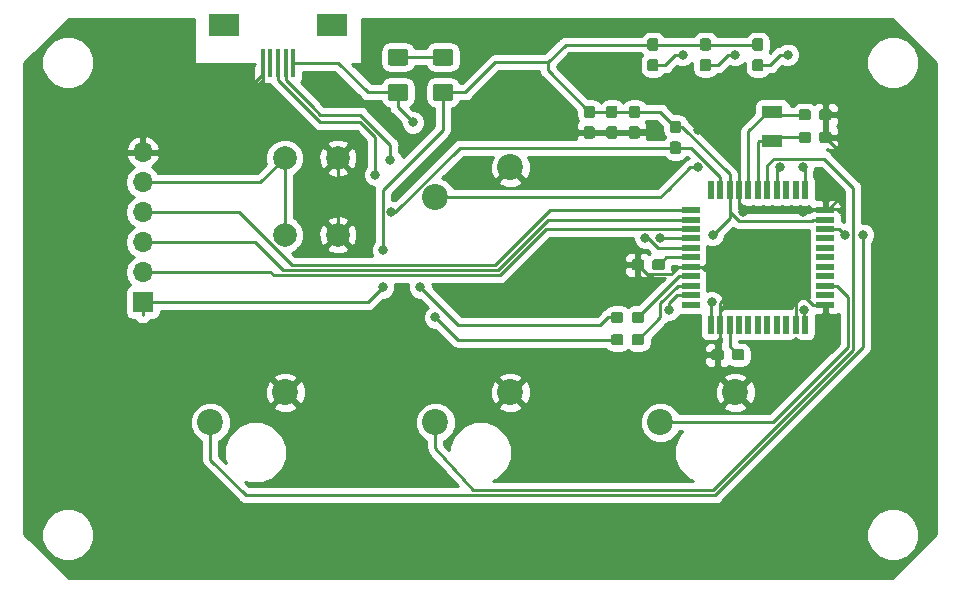
<source format=gbl>
G04 #@! TF.GenerationSoftware,KiCad,Pcbnew,(5.0.0)*
G04 #@! TF.CreationDate,2018-12-24T02:24:05+09:00*
G04 #@! TF.ProjectId,mykeyboard,6D796B6579626F6172642E6B69636164,rev?*
G04 #@! TF.SameCoordinates,Original*
G04 #@! TF.FileFunction,Copper,L2,Bot,Signal*
G04 #@! TF.FilePolarity,Positive*
%FSLAX46Y46*%
G04 Gerber Fmt 4.6, Leading zero omitted, Abs format (unit mm)*
G04 Created by KiCad (PCBNEW (5.0.0)) date 12/24/18 02:24:05*
%MOMM*%
%LPD*%
G01*
G04 APERTURE LIST*
G04 #@! TA.AperFunction,ComponentPad*
%ADD10C,2.200000*%
G04 #@! TD*
G04 #@! TA.AperFunction,ComponentPad*
%ADD11C,2.000000*%
G04 #@! TD*
G04 #@! TA.AperFunction,ComponentPad*
%ADD12O,1.700000X1.700000*%
G04 #@! TD*
G04 #@! TA.AperFunction,ComponentPad*
%ADD13R,1.700000X1.700000*%
G04 #@! TD*
G04 #@! TA.AperFunction,SMDPad,CuDef*
%ADD14R,2.600000X1.900000*%
G04 #@! TD*
G04 #@! TA.AperFunction,SMDPad,CuDef*
%ADD15R,0.400000X2.400000*%
G04 #@! TD*
G04 #@! TA.AperFunction,Conductor*
%ADD16C,0.100000*%
G04 #@! TD*
G04 #@! TA.AperFunction,SMDPad,CuDef*
%ADD17C,0.950000*%
G04 #@! TD*
G04 #@! TA.AperFunction,SMDPad,CuDef*
%ADD18C,1.425000*%
G04 #@! TD*
G04 #@! TA.AperFunction,SMDPad,CuDef*
%ADD19R,1.500000X0.550000*%
G04 #@! TD*
G04 #@! TA.AperFunction,SMDPad,CuDef*
%ADD20R,0.550000X1.500000*%
G04 #@! TD*
G04 #@! TA.AperFunction,SMDPad,CuDef*
%ADD21R,1.800000X1.000000*%
G04 #@! TD*
G04 #@! TA.AperFunction,ViaPad*
%ADD22C,0.800000*%
G04 #@! TD*
G04 #@! TA.AperFunction,Conductor*
%ADD23C,0.250000*%
G04 #@! TD*
G04 #@! TA.AperFunction,Conductor*
%ADD24C,0.254000*%
G04 #@! TD*
G04 APERTURE END LIST*
D10*
G04 #@! TO.P,SW_DOWN1,2*
G04 #@! TO.N,/D3*
X101600000Y-80645000D03*
G04 #@! TO.P,SW_DOWN1,1*
G04 #@! TO.N,GND*
X107950000Y-78105000D03*
G04 #@! TD*
G04 #@! TO.P,SW_LEFT1,2*
G04 #@! TO.N,/D4*
X82550000Y-80645000D03*
G04 #@! TO.P,SW_LEFT1,1*
G04 #@! TO.N,GND*
X88900000Y-78105000D03*
G04 #@! TD*
G04 #@! TO.P,SW_RIGHT1,2*
G04 #@! TO.N,/D5*
X120650000Y-80645000D03*
G04 #@! TO.P,SW_RIGHT1,1*
G04 #@! TO.N,GND*
X127000000Y-78105000D03*
G04 #@! TD*
G04 #@! TO.P,SW_UP1,2*
G04 #@! TO.N,/D2*
X101600000Y-61595000D03*
G04 #@! TO.P,SW_UP1,1*
G04 #@! TO.N,GND*
X107950000Y-59055000D03*
G04 #@! TD*
D11*
G04 #@! TO.P,SW_RST1,1*
G04 #@! TO.N,GND*
X93345000Y-58270000D03*
G04 #@! TO.P,SW_RST1,2*
G04 #@! TO.N,/RST*
X88845000Y-58270000D03*
G04 #@! TO.P,SW_RST1,1*
G04 #@! TO.N,GND*
X93345000Y-64770000D03*
G04 #@! TO.P,SW_RST1,2*
G04 #@! TO.N,/RST*
X88845000Y-64770000D03*
G04 #@! TD*
D12*
G04 #@! TO.P,J2,6*
G04 #@! TO.N,GND*
X76835000Y-57785000D03*
G04 #@! TO.P,J2,5*
G04 #@! TO.N,/RST*
X76835000Y-60325000D03*
G04 #@! TO.P,J2,4*
G04 #@! TO.N,/MISO*
X76835000Y-62865000D03*
G04 #@! TO.P,J2,3*
G04 #@! TO.N,/MOSI*
X76835000Y-65405000D03*
G04 #@! TO.P,J2,2*
G04 #@! TO.N,/SCK*
X76835000Y-67945000D03*
D13*
G04 #@! TO.P,J2,1*
G04 #@! TO.N,/VCC*
X76835000Y-70485000D03*
G04 #@! TD*
D14*
G04 #@! TO.P,J1,6*
G04 #@! TO.N,Net-(J1-Pad6)*
X92865000Y-46990000D03*
X83665000Y-46990000D03*
D15*
G04 #@! TO.P,J1,5*
G04 #@! TO.N,GND*
X86965000Y-50190000D03*
G04 #@! TO.P,J1,4*
G04 #@! TO.N,Net-(J1-Pad4)*
X87615000Y-50190000D03*
G04 #@! TO.P,J1,3*
G04 #@! TO.N,Net-(J1-Pad3)*
X88265000Y-50190000D03*
G04 #@! TO.P,J1,2*
G04 #@! TO.N,Net-(J1-Pad2)*
X88915000Y-50190000D03*
G04 #@! TO.P,J1,1*
G04 #@! TO.N,/UVCC*
X89565000Y-50190000D03*
G04 #@! TD*
D16*
G04 #@! TO.N,GND*
G04 #@! TO.C,C1*
G36*
X114898803Y-55578653D02*
X114921858Y-55582072D01*
X114944467Y-55587736D01*
X114966411Y-55595588D01*
X114987481Y-55605553D01*
X115007472Y-55617535D01*
X115026192Y-55631419D01*
X115043462Y-55647071D01*
X115059114Y-55664341D01*
X115072998Y-55683061D01*
X115084980Y-55703052D01*
X115094945Y-55724122D01*
X115102797Y-55746066D01*
X115108461Y-55768675D01*
X115111880Y-55791730D01*
X115113024Y-55815009D01*
X115113024Y-56390009D01*
X115111880Y-56413288D01*
X115108461Y-56436343D01*
X115102797Y-56458952D01*
X115094945Y-56480896D01*
X115084980Y-56501966D01*
X115072998Y-56521957D01*
X115059114Y-56540677D01*
X115043462Y-56557947D01*
X115026192Y-56573599D01*
X115007472Y-56587483D01*
X114987481Y-56599465D01*
X114966411Y-56609430D01*
X114944467Y-56617282D01*
X114921858Y-56622946D01*
X114898803Y-56626365D01*
X114875524Y-56627509D01*
X114400524Y-56627509D01*
X114377245Y-56626365D01*
X114354190Y-56622946D01*
X114331581Y-56617282D01*
X114309637Y-56609430D01*
X114288567Y-56599465D01*
X114268576Y-56587483D01*
X114249856Y-56573599D01*
X114232586Y-56557947D01*
X114216934Y-56540677D01*
X114203050Y-56521957D01*
X114191068Y-56501966D01*
X114181103Y-56480896D01*
X114173251Y-56458952D01*
X114167587Y-56436343D01*
X114164168Y-56413288D01*
X114163024Y-56390009D01*
X114163024Y-55815009D01*
X114164168Y-55791730D01*
X114167587Y-55768675D01*
X114173251Y-55746066D01*
X114181103Y-55724122D01*
X114191068Y-55703052D01*
X114203050Y-55683061D01*
X114216934Y-55664341D01*
X114232586Y-55647071D01*
X114249856Y-55631419D01*
X114268576Y-55617535D01*
X114288567Y-55605553D01*
X114309637Y-55595588D01*
X114331581Y-55587736D01*
X114354190Y-55582072D01*
X114377245Y-55578653D01*
X114400524Y-55577509D01*
X114875524Y-55577509D01*
X114898803Y-55578653D01*
X114898803Y-55578653D01*
G37*
D17*
G04 #@! TD*
G04 #@! TO.P,C1,2*
G04 #@! TO.N,GND*
X114638024Y-56102509D03*
D16*
G04 #@! TO.N,/VCC*
G04 #@! TO.C,C1*
G36*
X114898803Y-53828653D02*
X114921858Y-53832072D01*
X114944467Y-53837736D01*
X114966411Y-53845588D01*
X114987481Y-53855553D01*
X115007472Y-53867535D01*
X115026192Y-53881419D01*
X115043462Y-53897071D01*
X115059114Y-53914341D01*
X115072998Y-53933061D01*
X115084980Y-53953052D01*
X115094945Y-53974122D01*
X115102797Y-53996066D01*
X115108461Y-54018675D01*
X115111880Y-54041730D01*
X115113024Y-54065009D01*
X115113024Y-54640009D01*
X115111880Y-54663288D01*
X115108461Y-54686343D01*
X115102797Y-54708952D01*
X115094945Y-54730896D01*
X115084980Y-54751966D01*
X115072998Y-54771957D01*
X115059114Y-54790677D01*
X115043462Y-54807947D01*
X115026192Y-54823599D01*
X115007472Y-54837483D01*
X114987481Y-54849465D01*
X114966411Y-54859430D01*
X114944467Y-54867282D01*
X114921858Y-54872946D01*
X114898803Y-54876365D01*
X114875524Y-54877509D01*
X114400524Y-54877509D01*
X114377245Y-54876365D01*
X114354190Y-54872946D01*
X114331581Y-54867282D01*
X114309637Y-54859430D01*
X114288567Y-54849465D01*
X114268576Y-54837483D01*
X114249856Y-54823599D01*
X114232586Y-54807947D01*
X114216934Y-54790677D01*
X114203050Y-54771957D01*
X114191068Y-54751966D01*
X114181103Y-54730896D01*
X114173251Y-54708952D01*
X114167587Y-54686343D01*
X114164168Y-54663288D01*
X114163024Y-54640009D01*
X114163024Y-54065009D01*
X114164168Y-54041730D01*
X114167587Y-54018675D01*
X114173251Y-53996066D01*
X114181103Y-53974122D01*
X114191068Y-53953052D01*
X114203050Y-53933061D01*
X114216934Y-53914341D01*
X114232586Y-53897071D01*
X114249856Y-53881419D01*
X114268576Y-53867535D01*
X114288567Y-53855553D01*
X114309637Y-53845588D01*
X114331581Y-53837736D01*
X114354190Y-53832072D01*
X114377245Y-53828653D01*
X114400524Y-53827509D01*
X114875524Y-53827509D01*
X114898803Y-53828653D01*
X114898803Y-53828653D01*
G37*
D17*
G04 #@! TD*
G04 #@! TO.P,C1,1*
G04 #@! TO.N,/VCC*
X114638024Y-54352509D03*
D16*
G04 #@! TO.N,GND*
G04 #@! TO.C,C2*
G36*
X116803803Y-55578653D02*
X116826858Y-55582072D01*
X116849467Y-55587736D01*
X116871411Y-55595588D01*
X116892481Y-55605553D01*
X116912472Y-55617535D01*
X116931192Y-55631419D01*
X116948462Y-55647071D01*
X116964114Y-55664341D01*
X116977998Y-55683061D01*
X116989980Y-55703052D01*
X116999945Y-55724122D01*
X117007797Y-55746066D01*
X117013461Y-55768675D01*
X117016880Y-55791730D01*
X117018024Y-55815009D01*
X117018024Y-56390009D01*
X117016880Y-56413288D01*
X117013461Y-56436343D01*
X117007797Y-56458952D01*
X116999945Y-56480896D01*
X116989980Y-56501966D01*
X116977998Y-56521957D01*
X116964114Y-56540677D01*
X116948462Y-56557947D01*
X116931192Y-56573599D01*
X116912472Y-56587483D01*
X116892481Y-56599465D01*
X116871411Y-56609430D01*
X116849467Y-56617282D01*
X116826858Y-56622946D01*
X116803803Y-56626365D01*
X116780524Y-56627509D01*
X116305524Y-56627509D01*
X116282245Y-56626365D01*
X116259190Y-56622946D01*
X116236581Y-56617282D01*
X116214637Y-56609430D01*
X116193567Y-56599465D01*
X116173576Y-56587483D01*
X116154856Y-56573599D01*
X116137586Y-56557947D01*
X116121934Y-56540677D01*
X116108050Y-56521957D01*
X116096068Y-56501966D01*
X116086103Y-56480896D01*
X116078251Y-56458952D01*
X116072587Y-56436343D01*
X116069168Y-56413288D01*
X116068024Y-56390009D01*
X116068024Y-55815009D01*
X116069168Y-55791730D01*
X116072587Y-55768675D01*
X116078251Y-55746066D01*
X116086103Y-55724122D01*
X116096068Y-55703052D01*
X116108050Y-55683061D01*
X116121934Y-55664341D01*
X116137586Y-55647071D01*
X116154856Y-55631419D01*
X116173576Y-55617535D01*
X116193567Y-55605553D01*
X116214637Y-55595588D01*
X116236581Y-55587736D01*
X116259190Y-55582072D01*
X116282245Y-55578653D01*
X116305524Y-55577509D01*
X116780524Y-55577509D01*
X116803803Y-55578653D01*
X116803803Y-55578653D01*
G37*
D17*
G04 #@! TD*
G04 #@! TO.P,C2,2*
G04 #@! TO.N,GND*
X116543024Y-56102509D03*
D16*
G04 #@! TO.N,/VCC*
G04 #@! TO.C,C2*
G36*
X116803803Y-53828653D02*
X116826858Y-53832072D01*
X116849467Y-53837736D01*
X116871411Y-53845588D01*
X116892481Y-53855553D01*
X116912472Y-53867535D01*
X116931192Y-53881419D01*
X116948462Y-53897071D01*
X116964114Y-53914341D01*
X116977998Y-53933061D01*
X116989980Y-53953052D01*
X116999945Y-53974122D01*
X117007797Y-53996066D01*
X117013461Y-54018675D01*
X117016880Y-54041730D01*
X117018024Y-54065009D01*
X117018024Y-54640009D01*
X117016880Y-54663288D01*
X117013461Y-54686343D01*
X117007797Y-54708952D01*
X116999945Y-54730896D01*
X116989980Y-54751966D01*
X116977998Y-54771957D01*
X116964114Y-54790677D01*
X116948462Y-54807947D01*
X116931192Y-54823599D01*
X116912472Y-54837483D01*
X116892481Y-54849465D01*
X116871411Y-54859430D01*
X116849467Y-54867282D01*
X116826858Y-54872946D01*
X116803803Y-54876365D01*
X116780524Y-54877509D01*
X116305524Y-54877509D01*
X116282245Y-54876365D01*
X116259190Y-54872946D01*
X116236581Y-54867282D01*
X116214637Y-54859430D01*
X116193567Y-54849465D01*
X116173576Y-54837483D01*
X116154856Y-54823599D01*
X116137586Y-54807947D01*
X116121934Y-54790677D01*
X116108050Y-54771957D01*
X116096068Y-54751966D01*
X116086103Y-54730896D01*
X116078251Y-54708952D01*
X116072587Y-54686343D01*
X116069168Y-54663288D01*
X116068024Y-54640009D01*
X116068024Y-54065009D01*
X116069168Y-54041730D01*
X116072587Y-54018675D01*
X116078251Y-53996066D01*
X116086103Y-53974122D01*
X116096068Y-53953052D01*
X116108050Y-53933061D01*
X116121934Y-53914341D01*
X116137586Y-53897071D01*
X116154856Y-53881419D01*
X116173576Y-53867535D01*
X116193567Y-53855553D01*
X116214637Y-53845588D01*
X116236581Y-53837736D01*
X116259190Y-53832072D01*
X116282245Y-53828653D01*
X116305524Y-53827509D01*
X116780524Y-53827509D01*
X116803803Y-53828653D01*
X116803803Y-53828653D01*
G37*
D17*
G04 #@! TD*
G04 #@! TO.P,C2,1*
G04 #@! TO.N,/VCC*
X116543024Y-54352509D03*
D16*
G04 #@! TO.N,/VCC*
G04 #@! TO.C,C3*
G36*
X118708803Y-53828653D02*
X118731858Y-53832072D01*
X118754467Y-53837736D01*
X118776411Y-53845588D01*
X118797481Y-53855553D01*
X118817472Y-53867535D01*
X118836192Y-53881419D01*
X118853462Y-53897071D01*
X118869114Y-53914341D01*
X118882998Y-53933061D01*
X118894980Y-53953052D01*
X118904945Y-53974122D01*
X118912797Y-53996066D01*
X118918461Y-54018675D01*
X118921880Y-54041730D01*
X118923024Y-54065009D01*
X118923024Y-54640009D01*
X118921880Y-54663288D01*
X118918461Y-54686343D01*
X118912797Y-54708952D01*
X118904945Y-54730896D01*
X118894980Y-54751966D01*
X118882998Y-54771957D01*
X118869114Y-54790677D01*
X118853462Y-54807947D01*
X118836192Y-54823599D01*
X118817472Y-54837483D01*
X118797481Y-54849465D01*
X118776411Y-54859430D01*
X118754467Y-54867282D01*
X118731858Y-54872946D01*
X118708803Y-54876365D01*
X118685524Y-54877509D01*
X118210524Y-54877509D01*
X118187245Y-54876365D01*
X118164190Y-54872946D01*
X118141581Y-54867282D01*
X118119637Y-54859430D01*
X118098567Y-54849465D01*
X118078576Y-54837483D01*
X118059856Y-54823599D01*
X118042586Y-54807947D01*
X118026934Y-54790677D01*
X118013050Y-54771957D01*
X118001068Y-54751966D01*
X117991103Y-54730896D01*
X117983251Y-54708952D01*
X117977587Y-54686343D01*
X117974168Y-54663288D01*
X117973024Y-54640009D01*
X117973024Y-54065009D01*
X117974168Y-54041730D01*
X117977587Y-54018675D01*
X117983251Y-53996066D01*
X117991103Y-53974122D01*
X118001068Y-53953052D01*
X118013050Y-53933061D01*
X118026934Y-53914341D01*
X118042586Y-53897071D01*
X118059856Y-53881419D01*
X118078576Y-53867535D01*
X118098567Y-53855553D01*
X118119637Y-53845588D01*
X118141581Y-53837736D01*
X118164190Y-53832072D01*
X118187245Y-53828653D01*
X118210524Y-53827509D01*
X118685524Y-53827509D01*
X118708803Y-53828653D01*
X118708803Y-53828653D01*
G37*
D17*
G04 #@! TD*
G04 #@! TO.P,C3,1*
G04 #@! TO.N,/VCC*
X118448024Y-54352509D03*
D16*
G04 #@! TO.N,GND*
G04 #@! TO.C,C3*
G36*
X118708803Y-55578653D02*
X118731858Y-55582072D01*
X118754467Y-55587736D01*
X118776411Y-55595588D01*
X118797481Y-55605553D01*
X118817472Y-55617535D01*
X118836192Y-55631419D01*
X118853462Y-55647071D01*
X118869114Y-55664341D01*
X118882998Y-55683061D01*
X118894980Y-55703052D01*
X118904945Y-55724122D01*
X118912797Y-55746066D01*
X118918461Y-55768675D01*
X118921880Y-55791730D01*
X118923024Y-55815009D01*
X118923024Y-56390009D01*
X118921880Y-56413288D01*
X118918461Y-56436343D01*
X118912797Y-56458952D01*
X118904945Y-56480896D01*
X118894980Y-56501966D01*
X118882998Y-56521957D01*
X118869114Y-56540677D01*
X118853462Y-56557947D01*
X118836192Y-56573599D01*
X118817472Y-56587483D01*
X118797481Y-56599465D01*
X118776411Y-56609430D01*
X118754467Y-56617282D01*
X118731858Y-56622946D01*
X118708803Y-56626365D01*
X118685524Y-56627509D01*
X118210524Y-56627509D01*
X118187245Y-56626365D01*
X118164190Y-56622946D01*
X118141581Y-56617282D01*
X118119637Y-56609430D01*
X118098567Y-56599465D01*
X118078576Y-56587483D01*
X118059856Y-56573599D01*
X118042586Y-56557947D01*
X118026934Y-56540677D01*
X118013050Y-56521957D01*
X118001068Y-56501966D01*
X117991103Y-56480896D01*
X117983251Y-56458952D01*
X117977587Y-56436343D01*
X117974168Y-56413288D01*
X117973024Y-56390009D01*
X117973024Y-55815009D01*
X117974168Y-55791730D01*
X117977587Y-55768675D01*
X117983251Y-55746066D01*
X117991103Y-55724122D01*
X118001068Y-55703052D01*
X118013050Y-55683061D01*
X118026934Y-55664341D01*
X118042586Y-55647071D01*
X118059856Y-55631419D01*
X118078576Y-55617535D01*
X118098567Y-55605553D01*
X118119637Y-55595588D01*
X118141581Y-55587736D01*
X118164190Y-55582072D01*
X118187245Y-55578653D01*
X118210524Y-55577509D01*
X118685524Y-55577509D01*
X118708803Y-55578653D01*
X118708803Y-55578653D01*
G37*
D17*
G04 #@! TD*
G04 #@! TO.P,C3,2*
G04 #@! TO.N,GND*
X118448024Y-56102509D03*
D16*
G04 #@! TO.N,Net-(C4-Pad1)*
G04 #@! TO.C,C4*
G36*
X133180779Y-56041144D02*
X133203834Y-56044563D01*
X133226443Y-56050227D01*
X133248387Y-56058079D01*
X133269457Y-56068044D01*
X133289448Y-56080026D01*
X133308168Y-56093910D01*
X133325438Y-56109562D01*
X133341090Y-56126832D01*
X133354974Y-56145552D01*
X133366956Y-56165543D01*
X133376921Y-56186613D01*
X133384773Y-56208557D01*
X133390437Y-56231166D01*
X133393856Y-56254221D01*
X133395000Y-56277500D01*
X133395000Y-56752500D01*
X133393856Y-56775779D01*
X133390437Y-56798834D01*
X133384773Y-56821443D01*
X133376921Y-56843387D01*
X133366956Y-56864457D01*
X133354974Y-56884448D01*
X133341090Y-56903168D01*
X133325438Y-56920438D01*
X133308168Y-56936090D01*
X133289448Y-56949974D01*
X133269457Y-56961956D01*
X133248387Y-56971921D01*
X133226443Y-56979773D01*
X133203834Y-56985437D01*
X133180779Y-56988856D01*
X133157500Y-56990000D01*
X132582500Y-56990000D01*
X132559221Y-56988856D01*
X132536166Y-56985437D01*
X132513557Y-56979773D01*
X132491613Y-56971921D01*
X132470543Y-56961956D01*
X132450552Y-56949974D01*
X132431832Y-56936090D01*
X132414562Y-56920438D01*
X132398910Y-56903168D01*
X132385026Y-56884448D01*
X132373044Y-56864457D01*
X132363079Y-56843387D01*
X132355227Y-56821443D01*
X132349563Y-56798834D01*
X132346144Y-56775779D01*
X132345000Y-56752500D01*
X132345000Y-56277500D01*
X132346144Y-56254221D01*
X132349563Y-56231166D01*
X132355227Y-56208557D01*
X132363079Y-56186613D01*
X132373044Y-56165543D01*
X132385026Y-56145552D01*
X132398910Y-56126832D01*
X132414562Y-56109562D01*
X132431832Y-56093910D01*
X132450552Y-56080026D01*
X132470543Y-56068044D01*
X132491613Y-56058079D01*
X132513557Y-56050227D01*
X132536166Y-56044563D01*
X132559221Y-56041144D01*
X132582500Y-56040000D01*
X133157500Y-56040000D01*
X133180779Y-56041144D01*
X133180779Y-56041144D01*
G37*
D17*
G04 #@! TD*
G04 #@! TO.P,C4,1*
G04 #@! TO.N,Net-(C4-Pad1)*
X132870000Y-56515000D03*
D16*
G04 #@! TO.N,GND*
G04 #@! TO.C,C4*
G36*
X134930779Y-56041144D02*
X134953834Y-56044563D01*
X134976443Y-56050227D01*
X134998387Y-56058079D01*
X135019457Y-56068044D01*
X135039448Y-56080026D01*
X135058168Y-56093910D01*
X135075438Y-56109562D01*
X135091090Y-56126832D01*
X135104974Y-56145552D01*
X135116956Y-56165543D01*
X135126921Y-56186613D01*
X135134773Y-56208557D01*
X135140437Y-56231166D01*
X135143856Y-56254221D01*
X135145000Y-56277500D01*
X135145000Y-56752500D01*
X135143856Y-56775779D01*
X135140437Y-56798834D01*
X135134773Y-56821443D01*
X135126921Y-56843387D01*
X135116956Y-56864457D01*
X135104974Y-56884448D01*
X135091090Y-56903168D01*
X135075438Y-56920438D01*
X135058168Y-56936090D01*
X135039448Y-56949974D01*
X135019457Y-56961956D01*
X134998387Y-56971921D01*
X134976443Y-56979773D01*
X134953834Y-56985437D01*
X134930779Y-56988856D01*
X134907500Y-56990000D01*
X134332500Y-56990000D01*
X134309221Y-56988856D01*
X134286166Y-56985437D01*
X134263557Y-56979773D01*
X134241613Y-56971921D01*
X134220543Y-56961956D01*
X134200552Y-56949974D01*
X134181832Y-56936090D01*
X134164562Y-56920438D01*
X134148910Y-56903168D01*
X134135026Y-56884448D01*
X134123044Y-56864457D01*
X134113079Y-56843387D01*
X134105227Y-56821443D01*
X134099563Y-56798834D01*
X134096144Y-56775779D01*
X134095000Y-56752500D01*
X134095000Y-56277500D01*
X134096144Y-56254221D01*
X134099563Y-56231166D01*
X134105227Y-56208557D01*
X134113079Y-56186613D01*
X134123044Y-56165543D01*
X134135026Y-56145552D01*
X134148910Y-56126832D01*
X134164562Y-56109562D01*
X134181832Y-56093910D01*
X134200552Y-56080026D01*
X134220543Y-56068044D01*
X134241613Y-56058079D01*
X134263557Y-56050227D01*
X134286166Y-56044563D01*
X134309221Y-56041144D01*
X134332500Y-56040000D01*
X134907500Y-56040000D01*
X134930779Y-56041144D01*
X134930779Y-56041144D01*
G37*
D17*
G04 #@! TD*
G04 #@! TO.P,C4,2*
G04 #@! TO.N,GND*
X134620000Y-56515000D03*
D16*
G04 #@! TO.N,GND*
G04 #@! TO.C,C5*
G36*
X134930779Y-54136144D02*
X134953834Y-54139563D01*
X134976443Y-54145227D01*
X134998387Y-54153079D01*
X135019457Y-54163044D01*
X135039448Y-54175026D01*
X135058168Y-54188910D01*
X135075438Y-54204562D01*
X135091090Y-54221832D01*
X135104974Y-54240552D01*
X135116956Y-54260543D01*
X135126921Y-54281613D01*
X135134773Y-54303557D01*
X135140437Y-54326166D01*
X135143856Y-54349221D01*
X135145000Y-54372500D01*
X135145000Y-54847500D01*
X135143856Y-54870779D01*
X135140437Y-54893834D01*
X135134773Y-54916443D01*
X135126921Y-54938387D01*
X135116956Y-54959457D01*
X135104974Y-54979448D01*
X135091090Y-54998168D01*
X135075438Y-55015438D01*
X135058168Y-55031090D01*
X135039448Y-55044974D01*
X135019457Y-55056956D01*
X134998387Y-55066921D01*
X134976443Y-55074773D01*
X134953834Y-55080437D01*
X134930779Y-55083856D01*
X134907500Y-55085000D01*
X134332500Y-55085000D01*
X134309221Y-55083856D01*
X134286166Y-55080437D01*
X134263557Y-55074773D01*
X134241613Y-55066921D01*
X134220543Y-55056956D01*
X134200552Y-55044974D01*
X134181832Y-55031090D01*
X134164562Y-55015438D01*
X134148910Y-54998168D01*
X134135026Y-54979448D01*
X134123044Y-54959457D01*
X134113079Y-54938387D01*
X134105227Y-54916443D01*
X134099563Y-54893834D01*
X134096144Y-54870779D01*
X134095000Y-54847500D01*
X134095000Y-54372500D01*
X134096144Y-54349221D01*
X134099563Y-54326166D01*
X134105227Y-54303557D01*
X134113079Y-54281613D01*
X134123044Y-54260543D01*
X134135026Y-54240552D01*
X134148910Y-54221832D01*
X134164562Y-54204562D01*
X134181832Y-54188910D01*
X134200552Y-54175026D01*
X134220543Y-54163044D01*
X134241613Y-54153079D01*
X134263557Y-54145227D01*
X134286166Y-54139563D01*
X134309221Y-54136144D01*
X134332500Y-54135000D01*
X134907500Y-54135000D01*
X134930779Y-54136144D01*
X134930779Y-54136144D01*
G37*
D17*
G04 #@! TD*
G04 #@! TO.P,C5,2*
G04 #@! TO.N,GND*
X134620000Y-54610000D03*
D16*
G04 #@! TO.N,Net-(C5-Pad1)*
G04 #@! TO.C,C5*
G36*
X133180779Y-54136144D02*
X133203834Y-54139563D01*
X133226443Y-54145227D01*
X133248387Y-54153079D01*
X133269457Y-54163044D01*
X133289448Y-54175026D01*
X133308168Y-54188910D01*
X133325438Y-54204562D01*
X133341090Y-54221832D01*
X133354974Y-54240552D01*
X133366956Y-54260543D01*
X133376921Y-54281613D01*
X133384773Y-54303557D01*
X133390437Y-54326166D01*
X133393856Y-54349221D01*
X133395000Y-54372500D01*
X133395000Y-54847500D01*
X133393856Y-54870779D01*
X133390437Y-54893834D01*
X133384773Y-54916443D01*
X133376921Y-54938387D01*
X133366956Y-54959457D01*
X133354974Y-54979448D01*
X133341090Y-54998168D01*
X133325438Y-55015438D01*
X133308168Y-55031090D01*
X133289448Y-55044974D01*
X133269457Y-55056956D01*
X133248387Y-55066921D01*
X133226443Y-55074773D01*
X133203834Y-55080437D01*
X133180779Y-55083856D01*
X133157500Y-55085000D01*
X132582500Y-55085000D01*
X132559221Y-55083856D01*
X132536166Y-55080437D01*
X132513557Y-55074773D01*
X132491613Y-55066921D01*
X132470543Y-55056956D01*
X132450552Y-55044974D01*
X132431832Y-55031090D01*
X132414562Y-55015438D01*
X132398910Y-54998168D01*
X132385026Y-54979448D01*
X132373044Y-54959457D01*
X132363079Y-54938387D01*
X132355227Y-54916443D01*
X132349563Y-54893834D01*
X132346144Y-54870779D01*
X132345000Y-54847500D01*
X132345000Y-54372500D01*
X132346144Y-54349221D01*
X132349563Y-54326166D01*
X132355227Y-54303557D01*
X132363079Y-54281613D01*
X132373044Y-54260543D01*
X132385026Y-54240552D01*
X132398910Y-54221832D01*
X132414562Y-54204562D01*
X132431832Y-54188910D01*
X132450552Y-54175026D01*
X132470543Y-54163044D01*
X132491613Y-54153079D01*
X132513557Y-54145227D01*
X132536166Y-54139563D01*
X132559221Y-54136144D01*
X132582500Y-54135000D01*
X133157500Y-54135000D01*
X133180779Y-54136144D01*
X133180779Y-54136144D01*
G37*
D17*
G04 #@! TD*
G04 #@! TO.P,C5,1*
G04 #@! TO.N,Net-(C5-Pad1)*
X132870000Y-54610000D03*
D16*
G04 #@! TO.N,Net-(C6-Pad1)*
G04 #@! TO.C,C6*
G36*
X127550779Y-74456144D02*
X127573834Y-74459563D01*
X127596443Y-74465227D01*
X127618387Y-74473079D01*
X127639457Y-74483044D01*
X127659448Y-74495026D01*
X127678168Y-74508910D01*
X127695438Y-74524562D01*
X127711090Y-74541832D01*
X127724974Y-74560552D01*
X127736956Y-74580543D01*
X127746921Y-74601613D01*
X127754773Y-74623557D01*
X127760437Y-74646166D01*
X127763856Y-74669221D01*
X127765000Y-74692500D01*
X127765000Y-75167500D01*
X127763856Y-75190779D01*
X127760437Y-75213834D01*
X127754773Y-75236443D01*
X127746921Y-75258387D01*
X127736956Y-75279457D01*
X127724974Y-75299448D01*
X127711090Y-75318168D01*
X127695438Y-75335438D01*
X127678168Y-75351090D01*
X127659448Y-75364974D01*
X127639457Y-75376956D01*
X127618387Y-75386921D01*
X127596443Y-75394773D01*
X127573834Y-75400437D01*
X127550779Y-75403856D01*
X127527500Y-75405000D01*
X126952500Y-75405000D01*
X126929221Y-75403856D01*
X126906166Y-75400437D01*
X126883557Y-75394773D01*
X126861613Y-75386921D01*
X126840543Y-75376956D01*
X126820552Y-75364974D01*
X126801832Y-75351090D01*
X126784562Y-75335438D01*
X126768910Y-75318168D01*
X126755026Y-75299448D01*
X126743044Y-75279457D01*
X126733079Y-75258387D01*
X126725227Y-75236443D01*
X126719563Y-75213834D01*
X126716144Y-75190779D01*
X126715000Y-75167500D01*
X126715000Y-74692500D01*
X126716144Y-74669221D01*
X126719563Y-74646166D01*
X126725227Y-74623557D01*
X126733079Y-74601613D01*
X126743044Y-74580543D01*
X126755026Y-74560552D01*
X126768910Y-74541832D01*
X126784562Y-74524562D01*
X126801832Y-74508910D01*
X126820552Y-74495026D01*
X126840543Y-74483044D01*
X126861613Y-74473079D01*
X126883557Y-74465227D01*
X126906166Y-74459563D01*
X126929221Y-74456144D01*
X126952500Y-74455000D01*
X127527500Y-74455000D01*
X127550779Y-74456144D01*
X127550779Y-74456144D01*
G37*
D17*
G04 #@! TD*
G04 #@! TO.P,C6,1*
G04 #@! TO.N,Net-(C6-Pad1)*
X127240000Y-74930000D03*
D16*
G04 #@! TO.N,GND*
G04 #@! TO.C,C6*
G36*
X125800779Y-74456144D02*
X125823834Y-74459563D01*
X125846443Y-74465227D01*
X125868387Y-74473079D01*
X125889457Y-74483044D01*
X125909448Y-74495026D01*
X125928168Y-74508910D01*
X125945438Y-74524562D01*
X125961090Y-74541832D01*
X125974974Y-74560552D01*
X125986956Y-74580543D01*
X125996921Y-74601613D01*
X126004773Y-74623557D01*
X126010437Y-74646166D01*
X126013856Y-74669221D01*
X126015000Y-74692500D01*
X126015000Y-75167500D01*
X126013856Y-75190779D01*
X126010437Y-75213834D01*
X126004773Y-75236443D01*
X125996921Y-75258387D01*
X125986956Y-75279457D01*
X125974974Y-75299448D01*
X125961090Y-75318168D01*
X125945438Y-75335438D01*
X125928168Y-75351090D01*
X125909448Y-75364974D01*
X125889457Y-75376956D01*
X125868387Y-75386921D01*
X125846443Y-75394773D01*
X125823834Y-75400437D01*
X125800779Y-75403856D01*
X125777500Y-75405000D01*
X125202500Y-75405000D01*
X125179221Y-75403856D01*
X125156166Y-75400437D01*
X125133557Y-75394773D01*
X125111613Y-75386921D01*
X125090543Y-75376956D01*
X125070552Y-75364974D01*
X125051832Y-75351090D01*
X125034562Y-75335438D01*
X125018910Y-75318168D01*
X125005026Y-75299448D01*
X124993044Y-75279457D01*
X124983079Y-75258387D01*
X124975227Y-75236443D01*
X124969563Y-75213834D01*
X124966144Y-75190779D01*
X124965000Y-75167500D01*
X124965000Y-74692500D01*
X124966144Y-74669221D01*
X124969563Y-74646166D01*
X124975227Y-74623557D01*
X124983079Y-74601613D01*
X124993044Y-74580543D01*
X125005026Y-74560552D01*
X125018910Y-74541832D01*
X125034562Y-74524562D01*
X125051832Y-74508910D01*
X125070552Y-74495026D01*
X125090543Y-74483044D01*
X125111613Y-74473079D01*
X125133557Y-74465227D01*
X125156166Y-74459563D01*
X125179221Y-74456144D01*
X125202500Y-74455000D01*
X125777500Y-74455000D01*
X125800779Y-74456144D01*
X125800779Y-74456144D01*
G37*
D17*
G04 #@! TD*
G04 #@! TO.P,C6,2*
G04 #@! TO.N,GND*
X125490000Y-74930000D03*
D16*
G04 #@! TO.N,Net-(C7-Pad1)*
G04 #@! TO.C,C7*
G36*
X120805779Y-66836144D02*
X120828834Y-66839563D01*
X120851443Y-66845227D01*
X120873387Y-66853079D01*
X120894457Y-66863044D01*
X120914448Y-66875026D01*
X120933168Y-66888910D01*
X120950438Y-66904562D01*
X120966090Y-66921832D01*
X120979974Y-66940552D01*
X120991956Y-66960543D01*
X121001921Y-66981613D01*
X121009773Y-67003557D01*
X121015437Y-67026166D01*
X121018856Y-67049221D01*
X121020000Y-67072500D01*
X121020000Y-67547500D01*
X121018856Y-67570779D01*
X121015437Y-67593834D01*
X121009773Y-67616443D01*
X121001921Y-67638387D01*
X120991956Y-67659457D01*
X120979974Y-67679448D01*
X120966090Y-67698168D01*
X120950438Y-67715438D01*
X120933168Y-67731090D01*
X120914448Y-67744974D01*
X120894457Y-67756956D01*
X120873387Y-67766921D01*
X120851443Y-67774773D01*
X120828834Y-67780437D01*
X120805779Y-67783856D01*
X120782500Y-67785000D01*
X120207500Y-67785000D01*
X120184221Y-67783856D01*
X120161166Y-67780437D01*
X120138557Y-67774773D01*
X120116613Y-67766921D01*
X120095543Y-67756956D01*
X120075552Y-67744974D01*
X120056832Y-67731090D01*
X120039562Y-67715438D01*
X120023910Y-67698168D01*
X120010026Y-67679448D01*
X119998044Y-67659457D01*
X119988079Y-67638387D01*
X119980227Y-67616443D01*
X119974563Y-67593834D01*
X119971144Y-67570779D01*
X119970000Y-67547500D01*
X119970000Y-67072500D01*
X119971144Y-67049221D01*
X119974563Y-67026166D01*
X119980227Y-67003557D01*
X119988079Y-66981613D01*
X119998044Y-66960543D01*
X120010026Y-66940552D01*
X120023910Y-66921832D01*
X120039562Y-66904562D01*
X120056832Y-66888910D01*
X120075552Y-66875026D01*
X120095543Y-66863044D01*
X120116613Y-66853079D01*
X120138557Y-66845227D01*
X120161166Y-66839563D01*
X120184221Y-66836144D01*
X120207500Y-66835000D01*
X120782500Y-66835000D01*
X120805779Y-66836144D01*
X120805779Y-66836144D01*
G37*
D17*
G04 #@! TD*
G04 #@! TO.P,C7,1*
G04 #@! TO.N,Net-(C7-Pad1)*
X120495000Y-67310000D03*
D16*
G04 #@! TO.N,GND*
G04 #@! TO.C,C7*
G36*
X119055779Y-66836144D02*
X119078834Y-66839563D01*
X119101443Y-66845227D01*
X119123387Y-66853079D01*
X119144457Y-66863044D01*
X119164448Y-66875026D01*
X119183168Y-66888910D01*
X119200438Y-66904562D01*
X119216090Y-66921832D01*
X119229974Y-66940552D01*
X119241956Y-66960543D01*
X119251921Y-66981613D01*
X119259773Y-67003557D01*
X119265437Y-67026166D01*
X119268856Y-67049221D01*
X119270000Y-67072500D01*
X119270000Y-67547500D01*
X119268856Y-67570779D01*
X119265437Y-67593834D01*
X119259773Y-67616443D01*
X119251921Y-67638387D01*
X119241956Y-67659457D01*
X119229974Y-67679448D01*
X119216090Y-67698168D01*
X119200438Y-67715438D01*
X119183168Y-67731090D01*
X119164448Y-67744974D01*
X119144457Y-67756956D01*
X119123387Y-67766921D01*
X119101443Y-67774773D01*
X119078834Y-67780437D01*
X119055779Y-67783856D01*
X119032500Y-67785000D01*
X118457500Y-67785000D01*
X118434221Y-67783856D01*
X118411166Y-67780437D01*
X118388557Y-67774773D01*
X118366613Y-67766921D01*
X118345543Y-67756956D01*
X118325552Y-67744974D01*
X118306832Y-67731090D01*
X118289562Y-67715438D01*
X118273910Y-67698168D01*
X118260026Y-67679448D01*
X118248044Y-67659457D01*
X118238079Y-67638387D01*
X118230227Y-67616443D01*
X118224563Y-67593834D01*
X118221144Y-67570779D01*
X118220000Y-67547500D01*
X118220000Y-67072500D01*
X118221144Y-67049221D01*
X118224563Y-67026166D01*
X118230227Y-67003557D01*
X118238079Y-66981613D01*
X118248044Y-66960543D01*
X118260026Y-66940552D01*
X118273910Y-66921832D01*
X118289562Y-66904562D01*
X118306832Y-66888910D01*
X118325552Y-66875026D01*
X118345543Y-66863044D01*
X118366613Y-66853079D01*
X118388557Y-66845227D01*
X118411166Y-66839563D01*
X118434221Y-66836144D01*
X118457500Y-66835000D01*
X119032500Y-66835000D01*
X119055779Y-66836144D01*
X119055779Y-66836144D01*
G37*
D17*
G04 #@! TD*
G04 #@! TO.P,C7,2*
G04 #@! TO.N,GND*
X118745000Y-67310000D03*
D16*
G04 #@! TO.N,Net-(D1-Pad2)*
G04 #@! TO.C,D1*
G36*
X102884504Y-49018704D02*
X102908773Y-49022304D01*
X102932571Y-49028265D01*
X102955671Y-49036530D01*
X102977849Y-49047020D01*
X102998893Y-49059633D01*
X103018598Y-49074247D01*
X103036777Y-49090723D01*
X103053253Y-49108902D01*
X103067867Y-49128607D01*
X103080480Y-49149651D01*
X103090970Y-49171829D01*
X103099235Y-49194929D01*
X103105196Y-49218727D01*
X103108796Y-49242996D01*
X103110000Y-49267500D01*
X103110000Y-50192500D01*
X103108796Y-50217004D01*
X103105196Y-50241273D01*
X103099235Y-50265071D01*
X103090970Y-50288171D01*
X103080480Y-50310349D01*
X103067867Y-50331393D01*
X103053253Y-50351098D01*
X103036777Y-50369277D01*
X103018598Y-50385753D01*
X102998893Y-50400367D01*
X102977849Y-50412980D01*
X102955671Y-50423470D01*
X102932571Y-50431735D01*
X102908773Y-50437696D01*
X102884504Y-50441296D01*
X102860000Y-50442500D01*
X101610000Y-50442500D01*
X101585496Y-50441296D01*
X101561227Y-50437696D01*
X101537429Y-50431735D01*
X101514329Y-50423470D01*
X101492151Y-50412980D01*
X101471107Y-50400367D01*
X101451402Y-50385753D01*
X101433223Y-50369277D01*
X101416747Y-50351098D01*
X101402133Y-50331393D01*
X101389520Y-50310349D01*
X101379030Y-50288171D01*
X101370765Y-50265071D01*
X101364804Y-50241273D01*
X101361204Y-50217004D01*
X101360000Y-50192500D01*
X101360000Y-49267500D01*
X101361204Y-49242996D01*
X101364804Y-49218727D01*
X101370765Y-49194929D01*
X101379030Y-49171829D01*
X101389520Y-49149651D01*
X101402133Y-49128607D01*
X101416747Y-49108902D01*
X101433223Y-49090723D01*
X101451402Y-49074247D01*
X101471107Y-49059633D01*
X101492151Y-49047020D01*
X101514329Y-49036530D01*
X101537429Y-49028265D01*
X101561227Y-49022304D01*
X101585496Y-49018704D01*
X101610000Y-49017500D01*
X102860000Y-49017500D01*
X102884504Y-49018704D01*
X102884504Y-49018704D01*
G37*
D18*
G04 #@! TD*
G04 #@! TO.P,D1,2*
G04 #@! TO.N,Net-(D1-Pad2)*
X102235000Y-49730000D03*
D16*
G04 #@! TO.N,/VCC*
G04 #@! TO.C,D1*
G36*
X102884504Y-51993704D02*
X102908773Y-51997304D01*
X102932571Y-52003265D01*
X102955671Y-52011530D01*
X102977849Y-52022020D01*
X102998893Y-52034633D01*
X103018598Y-52049247D01*
X103036777Y-52065723D01*
X103053253Y-52083902D01*
X103067867Y-52103607D01*
X103080480Y-52124651D01*
X103090970Y-52146829D01*
X103099235Y-52169929D01*
X103105196Y-52193727D01*
X103108796Y-52217996D01*
X103110000Y-52242500D01*
X103110000Y-53167500D01*
X103108796Y-53192004D01*
X103105196Y-53216273D01*
X103099235Y-53240071D01*
X103090970Y-53263171D01*
X103080480Y-53285349D01*
X103067867Y-53306393D01*
X103053253Y-53326098D01*
X103036777Y-53344277D01*
X103018598Y-53360753D01*
X102998893Y-53375367D01*
X102977849Y-53387980D01*
X102955671Y-53398470D01*
X102932571Y-53406735D01*
X102908773Y-53412696D01*
X102884504Y-53416296D01*
X102860000Y-53417500D01*
X101610000Y-53417500D01*
X101585496Y-53416296D01*
X101561227Y-53412696D01*
X101537429Y-53406735D01*
X101514329Y-53398470D01*
X101492151Y-53387980D01*
X101471107Y-53375367D01*
X101451402Y-53360753D01*
X101433223Y-53344277D01*
X101416747Y-53326098D01*
X101402133Y-53306393D01*
X101389520Y-53285349D01*
X101379030Y-53263171D01*
X101370765Y-53240071D01*
X101364804Y-53216273D01*
X101361204Y-53192004D01*
X101360000Y-53167500D01*
X101360000Y-52242500D01*
X101361204Y-52217996D01*
X101364804Y-52193727D01*
X101370765Y-52169929D01*
X101379030Y-52146829D01*
X101389520Y-52124651D01*
X101402133Y-52103607D01*
X101416747Y-52083902D01*
X101433223Y-52065723D01*
X101451402Y-52049247D01*
X101471107Y-52034633D01*
X101492151Y-52022020D01*
X101514329Y-52011530D01*
X101537429Y-52003265D01*
X101561227Y-51997304D01*
X101585496Y-51993704D01*
X101610000Y-51992500D01*
X102860000Y-51992500D01*
X102884504Y-51993704D01*
X102884504Y-51993704D01*
G37*
D18*
G04 #@! TD*
G04 #@! TO.P,D1,1*
G04 #@! TO.N,/VCC*
X102235000Y-52705000D03*
D16*
G04 #@! TO.N,Net-(D1-Pad2)*
G04 #@! TO.C,F1*
G36*
X99074504Y-49018704D02*
X99098773Y-49022304D01*
X99122571Y-49028265D01*
X99145671Y-49036530D01*
X99167849Y-49047020D01*
X99188893Y-49059633D01*
X99208598Y-49074247D01*
X99226777Y-49090723D01*
X99243253Y-49108902D01*
X99257867Y-49128607D01*
X99270480Y-49149651D01*
X99280970Y-49171829D01*
X99289235Y-49194929D01*
X99295196Y-49218727D01*
X99298796Y-49242996D01*
X99300000Y-49267500D01*
X99300000Y-50192500D01*
X99298796Y-50217004D01*
X99295196Y-50241273D01*
X99289235Y-50265071D01*
X99280970Y-50288171D01*
X99270480Y-50310349D01*
X99257867Y-50331393D01*
X99243253Y-50351098D01*
X99226777Y-50369277D01*
X99208598Y-50385753D01*
X99188893Y-50400367D01*
X99167849Y-50412980D01*
X99145671Y-50423470D01*
X99122571Y-50431735D01*
X99098773Y-50437696D01*
X99074504Y-50441296D01*
X99050000Y-50442500D01*
X97800000Y-50442500D01*
X97775496Y-50441296D01*
X97751227Y-50437696D01*
X97727429Y-50431735D01*
X97704329Y-50423470D01*
X97682151Y-50412980D01*
X97661107Y-50400367D01*
X97641402Y-50385753D01*
X97623223Y-50369277D01*
X97606747Y-50351098D01*
X97592133Y-50331393D01*
X97579520Y-50310349D01*
X97569030Y-50288171D01*
X97560765Y-50265071D01*
X97554804Y-50241273D01*
X97551204Y-50217004D01*
X97550000Y-50192500D01*
X97550000Y-49267500D01*
X97551204Y-49242996D01*
X97554804Y-49218727D01*
X97560765Y-49194929D01*
X97569030Y-49171829D01*
X97579520Y-49149651D01*
X97592133Y-49128607D01*
X97606747Y-49108902D01*
X97623223Y-49090723D01*
X97641402Y-49074247D01*
X97661107Y-49059633D01*
X97682151Y-49047020D01*
X97704329Y-49036530D01*
X97727429Y-49028265D01*
X97751227Y-49022304D01*
X97775496Y-49018704D01*
X97800000Y-49017500D01*
X99050000Y-49017500D01*
X99074504Y-49018704D01*
X99074504Y-49018704D01*
G37*
D18*
G04 #@! TD*
G04 #@! TO.P,F1,1*
G04 #@! TO.N,Net-(D1-Pad2)*
X98425000Y-49730000D03*
D16*
G04 #@! TO.N,/UVCC*
G04 #@! TO.C,F1*
G36*
X99074504Y-51993704D02*
X99098773Y-51997304D01*
X99122571Y-52003265D01*
X99145671Y-52011530D01*
X99167849Y-52022020D01*
X99188893Y-52034633D01*
X99208598Y-52049247D01*
X99226777Y-52065723D01*
X99243253Y-52083902D01*
X99257867Y-52103607D01*
X99270480Y-52124651D01*
X99280970Y-52146829D01*
X99289235Y-52169929D01*
X99295196Y-52193727D01*
X99298796Y-52217996D01*
X99300000Y-52242500D01*
X99300000Y-53167500D01*
X99298796Y-53192004D01*
X99295196Y-53216273D01*
X99289235Y-53240071D01*
X99280970Y-53263171D01*
X99270480Y-53285349D01*
X99257867Y-53306393D01*
X99243253Y-53326098D01*
X99226777Y-53344277D01*
X99208598Y-53360753D01*
X99188893Y-53375367D01*
X99167849Y-53387980D01*
X99145671Y-53398470D01*
X99122571Y-53406735D01*
X99098773Y-53412696D01*
X99074504Y-53416296D01*
X99050000Y-53417500D01*
X97800000Y-53417500D01*
X97775496Y-53416296D01*
X97751227Y-53412696D01*
X97727429Y-53406735D01*
X97704329Y-53398470D01*
X97682151Y-53387980D01*
X97661107Y-53375367D01*
X97641402Y-53360753D01*
X97623223Y-53344277D01*
X97606747Y-53326098D01*
X97592133Y-53306393D01*
X97579520Y-53285349D01*
X97569030Y-53263171D01*
X97560765Y-53240071D01*
X97554804Y-53216273D01*
X97551204Y-53192004D01*
X97550000Y-53167500D01*
X97550000Y-52242500D01*
X97551204Y-52217996D01*
X97554804Y-52193727D01*
X97560765Y-52169929D01*
X97569030Y-52146829D01*
X97579520Y-52124651D01*
X97592133Y-52103607D01*
X97606747Y-52083902D01*
X97623223Y-52065723D01*
X97641402Y-52049247D01*
X97661107Y-52034633D01*
X97682151Y-52022020D01*
X97704329Y-52011530D01*
X97727429Y-52003265D01*
X97751227Y-51997304D01*
X97775496Y-51993704D01*
X97800000Y-51992500D01*
X99050000Y-51992500D01*
X99074504Y-51993704D01*
X99074504Y-51993704D01*
G37*
D18*
G04 #@! TD*
G04 #@! TO.P,F1,2*
G04 #@! TO.N,/UVCC*
X98425000Y-52705000D03*
D16*
G04 #@! TO.N,Net-(J1-Pad3)*
G04 #@! TO.C,R1*
G36*
X117305779Y-71281144D02*
X117328834Y-71284563D01*
X117351443Y-71290227D01*
X117373387Y-71298079D01*
X117394457Y-71308044D01*
X117414448Y-71320026D01*
X117433168Y-71333910D01*
X117450438Y-71349562D01*
X117466090Y-71366832D01*
X117479974Y-71385552D01*
X117491956Y-71405543D01*
X117501921Y-71426613D01*
X117509773Y-71448557D01*
X117515437Y-71471166D01*
X117518856Y-71494221D01*
X117520000Y-71517500D01*
X117520000Y-71992500D01*
X117518856Y-72015779D01*
X117515437Y-72038834D01*
X117509773Y-72061443D01*
X117501921Y-72083387D01*
X117491956Y-72104457D01*
X117479974Y-72124448D01*
X117466090Y-72143168D01*
X117450438Y-72160438D01*
X117433168Y-72176090D01*
X117414448Y-72189974D01*
X117394457Y-72201956D01*
X117373387Y-72211921D01*
X117351443Y-72219773D01*
X117328834Y-72225437D01*
X117305779Y-72228856D01*
X117282500Y-72230000D01*
X116707500Y-72230000D01*
X116684221Y-72228856D01*
X116661166Y-72225437D01*
X116638557Y-72219773D01*
X116616613Y-72211921D01*
X116595543Y-72201956D01*
X116575552Y-72189974D01*
X116556832Y-72176090D01*
X116539562Y-72160438D01*
X116523910Y-72143168D01*
X116510026Y-72124448D01*
X116498044Y-72104457D01*
X116488079Y-72083387D01*
X116480227Y-72061443D01*
X116474563Y-72038834D01*
X116471144Y-72015779D01*
X116470000Y-71992500D01*
X116470000Y-71517500D01*
X116471144Y-71494221D01*
X116474563Y-71471166D01*
X116480227Y-71448557D01*
X116488079Y-71426613D01*
X116498044Y-71405543D01*
X116510026Y-71385552D01*
X116523910Y-71366832D01*
X116539562Y-71349562D01*
X116556832Y-71333910D01*
X116575552Y-71320026D01*
X116595543Y-71308044D01*
X116616613Y-71298079D01*
X116638557Y-71290227D01*
X116661166Y-71284563D01*
X116684221Y-71281144D01*
X116707500Y-71280000D01*
X117282500Y-71280000D01*
X117305779Y-71281144D01*
X117305779Y-71281144D01*
G37*
D17*
G04 #@! TD*
G04 #@! TO.P,R1,1*
G04 #@! TO.N,Net-(J1-Pad3)*
X116995000Y-71755000D03*
D16*
G04 #@! TO.N,/D+*
G04 #@! TO.C,R1*
G36*
X119055779Y-71281144D02*
X119078834Y-71284563D01*
X119101443Y-71290227D01*
X119123387Y-71298079D01*
X119144457Y-71308044D01*
X119164448Y-71320026D01*
X119183168Y-71333910D01*
X119200438Y-71349562D01*
X119216090Y-71366832D01*
X119229974Y-71385552D01*
X119241956Y-71405543D01*
X119251921Y-71426613D01*
X119259773Y-71448557D01*
X119265437Y-71471166D01*
X119268856Y-71494221D01*
X119270000Y-71517500D01*
X119270000Y-71992500D01*
X119268856Y-72015779D01*
X119265437Y-72038834D01*
X119259773Y-72061443D01*
X119251921Y-72083387D01*
X119241956Y-72104457D01*
X119229974Y-72124448D01*
X119216090Y-72143168D01*
X119200438Y-72160438D01*
X119183168Y-72176090D01*
X119164448Y-72189974D01*
X119144457Y-72201956D01*
X119123387Y-72211921D01*
X119101443Y-72219773D01*
X119078834Y-72225437D01*
X119055779Y-72228856D01*
X119032500Y-72230000D01*
X118457500Y-72230000D01*
X118434221Y-72228856D01*
X118411166Y-72225437D01*
X118388557Y-72219773D01*
X118366613Y-72211921D01*
X118345543Y-72201956D01*
X118325552Y-72189974D01*
X118306832Y-72176090D01*
X118289562Y-72160438D01*
X118273910Y-72143168D01*
X118260026Y-72124448D01*
X118248044Y-72104457D01*
X118238079Y-72083387D01*
X118230227Y-72061443D01*
X118224563Y-72038834D01*
X118221144Y-72015779D01*
X118220000Y-71992500D01*
X118220000Y-71517500D01*
X118221144Y-71494221D01*
X118224563Y-71471166D01*
X118230227Y-71448557D01*
X118238079Y-71426613D01*
X118248044Y-71405543D01*
X118260026Y-71385552D01*
X118273910Y-71366832D01*
X118289562Y-71349562D01*
X118306832Y-71333910D01*
X118325552Y-71320026D01*
X118345543Y-71308044D01*
X118366613Y-71298079D01*
X118388557Y-71290227D01*
X118411166Y-71284563D01*
X118434221Y-71281144D01*
X118457500Y-71280000D01*
X119032500Y-71280000D01*
X119055779Y-71281144D01*
X119055779Y-71281144D01*
G37*
D17*
G04 #@! TD*
G04 #@! TO.P,R1,2*
G04 #@! TO.N,/D+*
X118745000Y-71755000D03*
D16*
G04 #@! TO.N,/D-*
G04 #@! TO.C,R2*
G36*
X119055779Y-73186144D02*
X119078834Y-73189563D01*
X119101443Y-73195227D01*
X119123387Y-73203079D01*
X119144457Y-73213044D01*
X119164448Y-73225026D01*
X119183168Y-73238910D01*
X119200438Y-73254562D01*
X119216090Y-73271832D01*
X119229974Y-73290552D01*
X119241956Y-73310543D01*
X119251921Y-73331613D01*
X119259773Y-73353557D01*
X119265437Y-73376166D01*
X119268856Y-73399221D01*
X119270000Y-73422500D01*
X119270000Y-73897500D01*
X119268856Y-73920779D01*
X119265437Y-73943834D01*
X119259773Y-73966443D01*
X119251921Y-73988387D01*
X119241956Y-74009457D01*
X119229974Y-74029448D01*
X119216090Y-74048168D01*
X119200438Y-74065438D01*
X119183168Y-74081090D01*
X119164448Y-74094974D01*
X119144457Y-74106956D01*
X119123387Y-74116921D01*
X119101443Y-74124773D01*
X119078834Y-74130437D01*
X119055779Y-74133856D01*
X119032500Y-74135000D01*
X118457500Y-74135000D01*
X118434221Y-74133856D01*
X118411166Y-74130437D01*
X118388557Y-74124773D01*
X118366613Y-74116921D01*
X118345543Y-74106956D01*
X118325552Y-74094974D01*
X118306832Y-74081090D01*
X118289562Y-74065438D01*
X118273910Y-74048168D01*
X118260026Y-74029448D01*
X118248044Y-74009457D01*
X118238079Y-73988387D01*
X118230227Y-73966443D01*
X118224563Y-73943834D01*
X118221144Y-73920779D01*
X118220000Y-73897500D01*
X118220000Y-73422500D01*
X118221144Y-73399221D01*
X118224563Y-73376166D01*
X118230227Y-73353557D01*
X118238079Y-73331613D01*
X118248044Y-73310543D01*
X118260026Y-73290552D01*
X118273910Y-73271832D01*
X118289562Y-73254562D01*
X118306832Y-73238910D01*
X118325552Y-73225026D01*
X118345543Y-73213044D01*
X118366613Y-73203079D01*
X118388557Y-73195227D01*
X118411166Y-73189563D01*
X118434221Y-73186144D01*
X118457500Y-73185000D01*
X119032500Y-73185000D01*
X119055779Y-73186144D01*
X119055779Y-73186144D01*
G37*
D17*
G04 #@! TD*
G04 #@! TO.P,R2,2*
G04 #@! TO.N,/D-*
X118745000Y-73660000D03*
D16*
G04 #@! TO.N,Net-(J1-Pad2)*
G04 #@! TO.C,R2*
G36*
X117305779Y-73186144D02*
X117328834Y-73189563D01*
X117351443Y-73195227D01*
X117373387Y-73203079D01*
X117394457Y-73213044D01*
X117414448Y-73225026D01*
X117433168Y-73238910D01*
X117450438Y-73254562D01*
X117466090Y-73271832D01*
X117479974Y-73290552D01*
X117491956Y-73310543D01*
X117501921Y-73331613D01*
X117509773Y-73353557D01*
X117515437Y-73376166D01*
X117518856Y-73399221D01*
X117520000Y-73422500D01*
X117520000Y-73897500D01*
X117518856Y-73920779D01*
X117515437Y-73943834D01*
X117509773Y-73966443D01*
X117501921Y-73988387D01*
X117491956Y-74009457D01*
X117479974Y-74029448D01*
X117466090Y-74048168D01*
X117450438Y-74065438D01*
X117433168Y-74081090D01*
X117414448Y-74094974D01*
X117394457Y-74106956D01*
X117373387Y-74116921D01*
X117351443Y-74124773D01*
X117328834Y-74130437D01*
X117305779Y-74133856D01*
X117282500Y-74135000D01*
X116707500Y-74135000D01*
X116684221Y-74133856D01*
X116661166Y-74130437D01*
X116638557Y-74124773D01*
X116616613Y-74116921D01*
X116595543Y-74106956D01*
X116575552Y-74094974D01*
X116556832Y-74081090D01*
X116539562Y-74065438D01*
X116523910Y-74048168D01*
X116510026Y-74029448D01*
X116498044Y-74009457D01*
X116488079Y-73988387D01*
X116480227Y-73966443D01*
X116474563Y-73943834D01*
X116471144Y-73920779D01*
X116470000Y-73897500D01*
X116470000Y-73422500D01*
X116471144Y-73399221D01*
X116474563Y-73376166D01*
X116480227Y-73353557D01*
X116488079Y-73331613D01*
X116498044Y-73310543D01*
X116510026Y-73290552D01*
X116523910Y-73271832D01*
X116539562Y-73254562D01*
X116556832Y-73238910D01*
X116575552Y-73225026D01*
X116595543Y-73213044D01*
X116616613Y-73203079D01*
X116638557Y-73195227D01*
X116661166Y-73189563D01*
X116684221Y-73186144D01*
X116707500Y-73185000D01*
X117282500Y-73185000D01*
X117305779Y-73186144D01*
X117305779Y-73186144D01*
G37*
D17*
G04 #@! TD*
G04 #@! TO.P,R2,1*
G04 #@! TO.N,Net-(J1-Pad2)*
X116995000Y-73660000D03*
D16*
G04 #@! TO.N,/VCC*
G04 #@! TO.C,R3*
G36*
X120275779Y-48131144D02*
X120298834Y-48134563D01*
X120321443Y-48140227D01*
X120343387Y-48148079D01*
X120364457Y-48158044D01*
X120384448Y-48170026D01*
X120403168Y-48183910D01*
X120420438Y-48199562D01*
X120436090Y-48216832D01*
X120449974Y-48235552D01*
X120461956Y-48255543D01*
X120471921Y-48276613D01*
X120479773Y-48298557D01*
X120485437Y-48321166D01*
X120488856Y-48344221D01*
X120490000Y-48367500D01*
X120490000Y-48942500D01*
X120488856Y-48965779D01*
X120485437Y-48988834D01*
X120479773Y-49011443D01*
X120471921Y-49033387D01*
X120461956Y-49054457D01*
X120449974Y-49074448D01*
X120436090Y-49093168D01*
X120420438Y-49110438D01*
X120403168Y-49126090D01*
X120384448Y-49139974D01*
X120364457Y-49151956D01*
X120343387Y-49161921D01*
X120321443Y-49169773D01*
X120298834Y-49175437D01*
X120275779Y-49178856D01*
X120252500Y-49180000D01*
X119777500Y-49180000D01*
X119754221Y-49178856D01*
X119731166Y-49175437D01*
X119708557Y-49169773D01*
X119686613Y-49161921D01*
X119665543Y-49151956D01*
X119645552Y-49139974D01*
X119626832Y-49126090D01*
X119609562Y-49110438D01*
X119593910Y-49093168D01*
X119580026Y-49074448D01*
X119568044Y-49054457D01*
X119558079Y-49033387D01*
X119550227Y-49011443D01*
X119544563Y-48988834D01*
X119541144Y-48965779D01*
X119540000Y-48942500D01*
X119540000Y-48367500D01*
X119541144Y-48344221D01*
X119544563Y-48321166D01*
X119550227Y-48298557D01*
X119558079Y-48276613D01*
X119568044Y-48255543D01*
X119580026Y-48235552D01*
X119593910Y-48216832D01*
X119609562Y-48199562D01*
X119626832Y-48183910D01*
X119645552Y-48170026D01*
X119665543Y-48158044D01*
X119686613Y-48148079D01*
X119708557Y-48140227D01*
X119731166Y-48134563D01*
X119754221Y-48131144D01*
X119777500Y-48130000D01*
X120252500Y-48130000D01*
X120275779Y-48131144D01*
X120275779Y-48131144D01*
G37*
D17*
G04 #@! TD*
G04 #@! TO.P,R3,1*
G04 #@! TO.N,/VCC*
X120015000Y-48655000D03*
D16*
G04 #@! TO.N,Net-(D2-Pad2)*
G04 #@! TO.C,R3*
G36*
X120275779Y-49881144D02*
X120298834Y-49884563D01*
X120321443Y-49890227D01*
X120343387Y-49898079D01*
X120364457Y-49908044D01*
X120384448Y-49920026D01*
X120403168Y-49933910D01*
X120420438Y-49949562D01*
X120436090Y-49966832D01*
X120449974Y-49985552D01*
X120461956Y-50005543D01*
X120471921Y-50026613D01*
X120479773Y-50048557D01*
X120485437Y-50071166D01*
X120488856Y-50094221D01*
X120490000Y-50117500D01*
X120490000Y-50692500D01*
X120488856Y-50715779D01*
X120485437Y-50738834D01*
X120479773Y-50761443D01*
X120471921Y-50783387D01*
X120461956Y-50804457D01*
X120449974Y-50824448D01*
X120436090Y-50843168D01*
X120420438Y-50860438D01*
X120403168Y-50876090D01*
X120384448Y-50889974D01*
X120364457Y-50901956D01*
X120343387Y-50911921D01*
X120321443Y-50919773D01*
X120298834Y-50925437D01*
X120275779Y-50928856D01*
X120252500Y-50930000D01*
X119777500Y-50930000D01*
X119754221Y-50928856D01*
X119731166Y-50925437D01*
X119708557Y-50919773D01*
X119686613Y-50911921D01*
X119665543Y-50901956D01*
X119645552Y-50889974D01*
X119626832Y-50876090D01*
X119609562Y-50860438D01*
X119593910Y-50843168D01*
X119580026Y-50824448D01*
X119568044Y-50804457D01*
X119558079Y-50783387D01*
X119550227Y-50761443D01*
X119544563Y-50738834D01*
X119541144Y-50715779D01*
X119540000Y-50692500D01*
X119540000Y-50117500D01*
X119541144Y-50094221D01*
X119544563Y-50071166D01*
X119550227Y-50048557D01*
X119558079Y-50026613D01*
X119568044Y-50005543D01*
X119580026Y-49985552D01*
X119593910Y-49966832D01*
X119609562Y-49949562D01*
X119626832Y-49933910D01*
X119645552Y-49920026D01*
X119665543Y-49908044D01*
X119686613Y-49898079D01*
X119708557Y-49890227D01*
X119731166Y-49884563D01*
X119754221Y-49881144D01*
X119777500Y-49880000D01*
X120252500Y-49880000D01*
X120275779Y-49881144D01*
X120275779Y-49881144D01*
G37*
D17*
G04 #@! TD*
G04 #@! TO.P,R3,2*
G04 #@! TO.N,Net-(D2-Pad2)*
X120015000Y-50405000D03*
D16*
G04 #@! TO.N,/RST*
G04 #@! TO.C,R4*
G36*
X122180779Y-56866144D02*
X122203834Y-56869563D01*
X122226443Y-56875227D01*
X122248387Y-56883079D01*
X122269457Y-56893044D01*
X122289448Y-56905026D01*
X122308168Y-56918910D01*
X122325438Y-56934562D01*
X122341090Y-56951832D01*
X122354974Y-56970552D01*
X122366956Y-56990543D01*
X122376921Y-57011613D01*
X122384773Y-57033557D01*
X122390437Y-57056166D01*
X122393856Y-57079221D01*
X122395000Y-57102500D01*
X122395000Y-57677500D01*
X122393856Y-57700779D01*
X122390437Y-57723834D01*
X122384773Y-57746443D01*
X122376921Y-57768387D01*
X122366956Y-57789457D01*
X122354974Y-57809448D01*
X122341090Y-57828168D01*
X122325438Y-57845438D01*
X122308168Y-57861090D01*
X122289448Y-57874974D01*
X122269457Y-57886956D01*
X122248387Y-57896921D01*
X122226443Y-57904773D01*
X122203834Y-57910437D01*
X122180779Y-57913856D01*
X122157500Y-57915000D01*
X121682500Y-57915000D01*
X121659221Y-57913856D01*
X121636166Y-57910437D01*
X121613557Y-57904773D01*
X121591613Y-57896921D01*
X121570543Y-57886956D01*
X121550552Y-57874974D01*
X121531832Y-57861090D01*
X121514562Y-57845438D01*
X121498910Y-57828168D01*
X121485026Y-57809448D01*
X121473044Y-57789457D01*
X121463079Y-57768387D01*
X121455227Y-57746443D01*
X121449563Y-57723834D01*
X121446144Y-57700779D01*
X121445000Y-57677500D01*
X121445000Y-57102500D01*
X121446144Y-57079221D01*
X121449563Y-57056166D01*
X121455227Y-57033557D01*
X121463079Y-57011613D01*
X121473044Y-56990543D01*
X121485026Y-56970552D01*
X121498910Y-56951832D01*
X121514562Y-56934562D01*
X121531832Y-56918910D01*
X121550552Y-56905026D01*
X121570543Y-56893044D01*
X121591613Y-56883079D01*
X121613557Y-56875227D01*
X121636166Y-56869563D01*
X121659221Y-56866144D01*
X121682500Y-56865000D01*
X122157500Y-56865000D01*
X122180779Y-56866144D01*
X122180779Y-56866144D01*
G37*
D17*
G04 #@! TD*
G04 #@! TO.P,R4,2*
G04 #@! TO.N,/RST*
X121920000Y-57390000D03*
D16*
G04 #@! TO.N,/VCC*
G04 #@! TO.C,R4*
G36*
X122180779Y-55116144D02*
X122203834Y-55119563D01*
X122226443Y-55125227D01*
X122248387Y-55133079D01*
X122269457Y-55143044D01*
X122289448Y-55155026D01*
X122308168Y-55168910D01*
X122325438Y-55184562D01*
X122341090Y-55201832D01*
X122354974Y-55220552D01*
X122366956Y-55240543D01*
X122376921Y-55261613D01*
X122384773Y-55283557D01*
X122390437Y-55306166D01*
X122393856Y-55329221D01*
X122395000Y-55352500D01*
X122395000Y-55927500D01*
X122393856Y-55950779D01*
X122390437Y-55973834D01*
X122384773Y-55996443D01*
X122376921Y-56018387D01*
X122366956Y-56039457D01*
X122354974Y-56059448D01*
X122341090Y-56078168D01*
X122325438Y-56095438D01*
X122308168Y-56111090D01*
X122289448Y-56124974D01*
X122269457Y-56136956D01*
X122248387Y-56146921D01*
X122226443Y-56154773D01*
X122203834Y-56160437D01*
X122180779Y-56163856D01*
X122157500Y-56165000D01*
X121682500Y-56165000D01*
X121659221Y-56163856D01*
X121636166Y-56160437D01*
X121613557Y-56154773D01*
X121591613Y-56146921D01*
X121570543Y-56136956D01*
X121550552Y-56124974D01*
X121531832Y-56111090D01*
X121514562Y-56095438D01*
X121498910Y-56078168D01*
X121485026Y-56059448D01*
X121473044Y-56039457D01*
X121463079Y-56018387D01*
X121455227Y-55996443D01*
X121449563Y-55973834D01*
X121446144Y-55950779D01*
X121445000Y-55927500D01*
X121445000Y-55352500D01*
X121446144Y-55329221D01*
X121449563Y-55306166D01*
X121455227Y-55283557D01*
X121463079Y-55261613D01*
X121473044Y-55240543D01*
X121485026Y-55220552D01*
X121498910Y-55201832D01*
X121514562Y-55184562D01*
X121531832Y-55168910D01*
X121550552Y-55155026D01*
X121570543Y-55143044D01*
X121591613Y-55133079D01*
X121613557Y-55125227D01*
X121636166Y-55119563D01*
X121659221Y-55116144D01*
X121682500Y-55115000D01*
X122157500Y-55115000D01*
X122180779Y-55116144D01*
X122180779Y-55116144D01*
G37*
D17*
G04 #@! TD*
G04 #@! TO.P,R4,1*
G04 #@! TO.N,/VCC*
X121920000Y-55640000D03*
D16*
G04 #@! TO.N,Net-(D3-Pad2)*
G04 #@! TO.C,R5*
G36*
X129165779Y-49881144D02*
X129188834Y-49884563D01*
X129211443Y-49890227D01*
X129233387Y-49898079D01*
X129254457Y-49908044D01*
X129274448Y-49920026D01*
X129293168Y-49933910D01*
X129310438Y-49949562D01*
X129326090Y-49966832D01*
X129339974Y-49985552D01*
X129351956Y-50005543D01*
X129361921Y-50026613D01*
X129369773Y-50048557D01*
X129375437Y-50071166D01*
X129378856Y-50094221D01*
X129380000Y-50117500D01*
X129380000Y-50692500D01*
X129378856Y-50715779D01*
X129375437Y-50738834D01*
X129369773Y-50761443D01*
X129361921Y-50783387D01*
X129351956Y-50804457D01*
X129339974Y-50824448D01*
X129326090Y-50843168D01*
X129310438Y-50860438D01*
X129293168Y-50876090D01*
X129274448Y-50889974D01*
X129254457Y-50901956D01*
X129233387Y-50911921D01*
X129211443Y-50919773D01*
X129188834Y-50925437D01*
X129165779Y-50928856D01*
X129142500Y-50930000D01*
X128667500Y-50930000D01*
X128644221Y-50928856D01*
X128621166Y-50925437D01*
X128598557Y-50919773D01*
X128576613Y-50911921D01*
X128555543Y-50901956D01*
X128535552Y-50889974D01*
X128516832Y-50876090D01*
X128499562Y-50860438D01*
X128483910Y-50843168D01*
X128470026Y-50824448D01*
X128458044Y-50804457D01*
X128448079Y-50783387D01*
X128440227Y-50761443D01*
X128434563Y-50738834D01*
X128431144Y-50715779D01*
X128430000Y-50692500D01*
X128430000Y-50117500D01*
X128431144Y-50094221D01*
X128434563Y-50071166D01*
X128440227Y-50048557D01*
X128448079Y-50026613D01*
X128458044Y-50005543D01*
X128470026Y-49985552D01*
X128483910Y-49966832D01*
X128499562Y-49949562D01*
X128516832Y-49933910D01*
X128535552Y-49920026D01*
X128555543Y-49908044D01*
X128576613Y-49898079D01*
X128598557Y-49890227D01*
X128621166Y-49884563D01*
X128644221Y-49881144D01*
X128667500Y-49880000D01*
X129142500Y-49880000D01*
X129165779Y-49881144D01*
X129165779Y-49881144D01*
G37*
D17*
G04 #@! TD*
G04 #@! TO.P,R5,2*
G04 #@! TO.N,Net-(D3-Pad2)*
X128905000Y-50405000D03*
D16*
G04 #@! TO.N,/VCC*
G04 #@! TO.C,R5*
G36*
X129165779Y-48131144D02*
X129188834Y-48134563D01*
X129211443Y-48140227D01*
X129233387Y-48148079D01*
X129254457Y-48158044D01*
X129274448Y-48170026D01*
X129293168Y-48183910D01*
X129310438Y-48199562D01*
X129326090Y-48216832D01*
X129339974Y-48235552D01*
X129351956Y-48255543D01*
X129361921Y-48276613D01*
X129369773Y-48298557D01*
X129375437Y-48321166D01*
X129378856Y-48344221D01*
X129380000Y-48367500D01*
X129380000Y-48942500D01*
X129378856Y-48965779D01*
X129375437Y-48988834D01*
X129369773Y-49011443D01*
X129361921Y-49033387D01*
X129351956Y-49054457D01*
X129339974Y-49074448D01*
X129326090Y-49093168D01*
X129310438Y-49110438D01*
X129293168Y-49126090D01*
X129274448Y-49139974D01*
X129254457Y-49151956D01*
X129233387Y-49161921D01*
X129211443Y-49169773D01*
X129188834Y-49175437D01*
X129165779Y-49178856D01*
X129142500Y-49180000D01*
X128667500Y-49180000D01*
X128644221Y-49178856D01*
X128621166Y-49175437D01*
X128598557Y-49169773D01*
X128576613Y-49161921D01*
X128555543Y-49151956D01*
X128535552Y-49139974D01*
X128516832Y-49126090D01*
X128499562Y-49110438D01*
X128483910Y-49093168D01*
X128470026Y-49074448D01*
X128458044Y-49054457D01*
X128448079Y-49033387D01*
X128440227Y-49011443D01*
X128434563Y-48988834D01*
X128431144Y-48965779D01*
X128430000Y-48942500D01*
X128430000Y-48367500D01*
X128431144Y-48344221D01*
X128434563Y-48321166D01*
X128440227Y-48298557D01*
X128448079Y-48276613D01*
X128458044Y-48255543D01*
X128470026Y-48235552D01*
X128483910Y-48216832D01*
X128499562Y-48199562D01*
X128516832Y-48183910D01*
X128535552Y-48170026D01*
X128555543Y-48158044D01*
X128576613Y-48148079D01*
X128598557Y-48140227D01*
X128621166Y-48134563D01*
X128644221Y-48131144D01*
X128667500Y-48130000D01*
X129142500Y-48130000D01*
X129165779Y-48131144D01*
X129165779Y-48131144D01*
G37*
D17*
G04 #@! TD*
G04 #@! TO.P,R5,1*
G04 #@! TO.N,/VCC*
X128905000Y-48655000D03*
D16*
G04 #@! TO.N,/VCC*
G04 #@! TO.C,R6*
G36*
X124720779Y-48131144D02*
X124743834Y-48134563D01*
X124766443Y-48140227D01*
X124788387Y-48148079D01*
X124809457Y-48158044D01*
X124829448Y-48170026D01*
X124848168Y-48183910D01*
X124865438Y-48199562D01*
X124881090Y-48216832D01*
X124894974Y-48235552D01*
X124906956Y-48255543D01*
X124916921Y-48276613D01*
X124924773Y-48298557D01*
X124930437Y-48321166D01*
X124933856Y-48344221D01*
X124935000Y-48367500D01*
X124935000Y-48942500D01*
X124933856Y-48965779D01*
X124930437Y-48988834D01*
X124924773Y-49011443D01*
X124916921Y-49033387D01*
X124906956Y-49054457D01*
X124894974Y-49074448D01*
X124881090Y-49093168D01*
X124865438Y-49110438D01*
X124848168Y-49126090D01*
X124829448Y-49139974D01*
X124809457Y-49151956D01*
X124788387Y-49161921D01*
X124766443Y-49169773D01*
X124743834Y-49175437D01*
X124720779Y-49178856D01*
X124697500Y-49180000D01*
X124222500Y-49180000D01*
X124199221Y-49178856D01*
X124176166Y-49175437D01*
X124153557Y-49169773D01*
X124131613Y-49161921D01*
X124110543Y-49151956D01*
X124090552Y-49139974D01*
X124071832Y-49126090D01*
X124054562Y-49110438D01*
X124038910Y-49093168D01*
X124025026Y-49074448D01*
X124013044Y-49054457D01*
X124003079Y-49033387D01*
X123995227Y-49011443D01*
X123989563Y-48988834D01*
X123986144Y-48965779D01*
X123985000Y-48942500D01*
X123985000Y-48367500D01*
X123986144Y-48344221D01*
X123989563Y-48321166D01*
X123995227Y-48298557D01*
X124003079Y-48276613D01*
X124013044Y-48255543D01*
X124025026Y-48235552D01*
X124038910Y-48216832D01*
X124054562Y-48199562D01*
X124071832Y-48183910D01*
X124090552Y-48170026D01*
X124110543Y-48158044D01*
X124131613Y-48148079D01*
X124153557Y-48140227D01*
X124176166Y-48134563D01*
X124199221Y-48131144D01*
X124222500Y-48130000D01*
X124697500Y-48130000D01*
X124720779Y-48131144D01*
X124720779Y-48131144D01*
G37*
D17*
G04 #@! TD*
G04 #@! TO.P,R6,1*
G04 #@! TO.N,/VCC*
X124460000Y-48655000D03*
D16*
G04 #@! TO.N,Net-(D4-Pad2)*
G04 #@! TO.C,R6*
G36*
X124720779Y-49881144D02*
X124743834Y-49884563D01*
X124766443Y-49890227D01*
X124788387Y-49898079D01*
X124809457Y-49908044D01*
X124829448Y-49920026D01*
X124848168Y-49933910D01*
X124865438Y-49949562D01*
X124881090Y-49966832D01*
X124894974Y-49985552D01*
X124906956Y-50005543D01*
X124916921Y-50026613D01*
X124924773Y-50048557D01*
X124930437Y-50071166D01*
X124933856Y-50094221D01*
X124935000Y-50117500D01*
X124935000Y-50692500D01*
X124933856Y-50715779D01*
X124930437Y-50738834D01*
X124924773Y-50761443D01*
X124916921Y-50783387D01*
X124906956Y-50804457D01*
X124894974Y-50824448D01*
X124881090Y-50843168D01*
X124865438Y-50860438D01*
X124848168Y-50876090D01*
X124829448Y-50889974D01*
X124809457Y-50901956D01*
X124788387Y-50911921D01*
X124766443Y-50919773D01*
X124743834Y-50925437D01*
X124720779Y-50928856D01*
X124697500Y-50930000D01*
X124222500Y-50930000D01*
X124199221Y-50928856D01*
X124176166Y-50925437D01*
X124153557Y-50919773D01*
X124131613Y-50911921D01*
X124110543Y-50901956D01*
X124090552Y-50889974D01*
X124071832Y-50876090D01*
X124054562Y-50860438D01*
X124038910Y-50843168D01*
X124025026Y-50824448D01*
X124013044Y-50804457D01*
X124003079Y-50783387D01*
X123995227Y-50761443D01*
X123989563Y-50738834D01*
X123986144Y-50715779D01*
X123985000Y-50692500D01*
X123985000Y-50117500D01*
X123986144Y-50094221D01*
X123989563Y-50071166D01*
X123995227Y-50048557D01*
X124003079Y-50026613D01*
X124013044Y-50005543D01*
X124025026Y-49985552D01*
X124038910Y-49966832D01*
X124054562Y-49949562D01*
X124071832Y-49933910D01*
X124090552Y-49920026D01*
X124110543Y-49908044D01*
X124131613Y-49898079D01*
X124153557Y-49890227D01*
X124176166Y-49884563D01*
X124199221Y-49881144D01*
X124222500Y-49880000D01*
X124697500Y-49880000D01*
X124720779Y-49881144D01*
X124720779Y-49881144D01*
G37*
D17*
G04 #@! TD*
G04 #@! TO.P,R6,2*
G04 #@! TO.N,Net-(D4-Pad2)*
X124460000Y-50405000D03*
D19*
G04 #@! TO.P,U1,1*
G04 #@! TO.N,Net-(U1-Pad1)*
X123205000Y-70675000D03*
G04 #@! TO.P,U1,2*
G04 #@! TO.N,/UVCC*
X123205000Y-69875000D03*
G04 #@! TO.P,U1,3*
G04 #@! TO.N,/D-*
X123205000Y-69075000D03*
G04 #@! TO.P,U1,4*
G04 #@! TO.N,/D+*
X123205000Y-68275000D03*
G04 #@! TO.P,U1,5*
G04 #@! TO.N,GND*
X123205000Y-67475000D03*
G04 #@! TO.P,U1,6*
G04 #@! TO.N,Net-(C7-Pad1)*
X123205000Y-66675000D03*
G04 #@! TO.P,U1,7*
G04 #@! TO.N,/UVCC*
X123205000Y-65875000D03*
G04 #@! TO.P,U1,8*
G04 #@! TO.N,Net-(D4-Pad1)*
X123205000Y-65075000D03*
G04 #@! TO.P,U1,9*
G04 #@! TO.N,/SCK*
X123205000Y-64275000D03*
G04 #@! TO.P,U1,10*
G04 #@! TO.N,/MOSI*
X123205000Y-63475000D03*
G04 #@! TO.P,U1,11*
G04 #@! TO.N,/MISO*
X123205000Y-62675000D03*
D20*
G04 #@! TO.P,U1,12*
G04 #@! TO.N,Net-(U1-Pad12)*
X124905000Y-60975000D03*
G04 #@! TO.P,U1,13*
G04 #@! TO.N,/RST*
X125705000Y-60975000D03*
G04 #@! TO.P,U1,14*
G04 #@! TO.N,/VCC*
X126505000Y-60975000D03*
G04 #@! TO.P,U1,15*
G04 #@! TO.N,GND*
X127305000Y-60975000D03*
G04 #@! TO.P,U1,16*
G04 #@! TO.N,Net-(C5-Pad1)*
X128105000Y-60975000D03*
G04 #@! TO.P,U1,17*
G04 #@! TO.N,Net-(C4-Pad1)*
X128905000Y-60975000D03*
G04 #@! TO.P,U1,18*
G04 #@! TO.N,/D3*
X129705000Y-60975000D03*
G04 #@! TO.P,U1,19*
G04 #@! TO.N,/D2*
X130505000Y-60975000D03*
G04 #@! TO.P,U1,20*
G04 #@! TO.N,Net-(U1-Pad20)*
X131305000Y-60975000D03*
G04 #@! TO.P,U1,21*
G04 #@! TO.N,Net-(U1-Pad21)*
X132105000Y-60975000D03*
G04 #@! TO.P,U1,22*
G04 #@! TO.N,Net-(D3-Pad1)*
X132905000Y-60975000D03*
D19*
G04 #@! TO.P,U1,23*
G04 #@! TO.N,GND*
X134605000Y-62675000D03*
G04 #@! TO.P,U1,24*
G04 #@! TO.N,/VCC*
X134605000Y-63475000D03*
G04 #@! TO.P,U1,25*
G04 #@! TO.N,/D4*
X134605000Y-64275000D03*
G04 #@! TO.P,U1,26*
G04 #@! TO.N,Net-(U1-Pad26)*
X134605000Y-65075000D03*
G04 #@! TO.P,U1,27*
G04 #@! TO.N,Net-(U1-Pad27)*
X134605000Y-65875000D03*
G04 #@! TO.P,U1,28*
G04 #@! TO.N,Net-(U1-Pad28)*
X134605000Y-66675000D03*
G04 #@! TO.P,U1,29*
G04 #@! TO.N,Net-(U1-Pad29)*
X134605000Y-67475000D03*
G04 #@! TO.P,U1,30*
G04 #@! TO.N,Net-(U1-Pad30)*
X134605000Y-68275000D03*
G04 #@! TO.P,U1,31*
G04 #@! TO.N,/D5*
X134605000Y-69075000D03*
G04 #@! TO.P,U1,32*
G04 #@! TO.N,Net-(U1-Pad32)*
X134605000Y-69875000D03*
G04 #@! TO.P,U1,33*
G04 #@! TO.N,GND*
X134605000Y-70675000D03*
D20*
G04 #@! TO.P,U1,34*
G04 #@! TO.N,/VCC*
X132905000Y-72375000D03*
G04 #@! TO.P,U1,35*
G04 #@! TO.N,GND*
X132105000Y-72375000D03*
G04 #@! TO.P,U1,36*
G04 #@! TO.N,Net-(U1-Pad36)*
X131305000Y-72375000D03*
G04 #@! TO.P,U1,37*
G04 #@! TO.N,Net-(U1-Pad37)*
X130505000Y-72375000D03*
G04 #@! TO.P,U1,38*
G04 #@! TO.N,Net-(U1-Pad38)*
X129705000Y-72375000D03*
G04 #@! TO.P,U1,39*
G04 #@! TO.N,Net-(U1-Pad39)*
X128905000Y-72375000D03*
G04 #@! TO.P,U1,40*
G04 #@! TO.N,Net-(U1-Pad40)*
X128105000Y-72375000D03*
G04 #@! TO.P,U1,41*
G04 #@! TO.N,Net-(U1-Pad41)*
X127305000Y-72375000D03*
G04 #@! TO.P,U1,42*
G04 #@! TO.N,Net-(C6-Pad1)*
X126505000Y-72375000D03*
G04 #@! TO.P,U1,43*
G04 #@! TO.N,GND*
X125705000Y-72375000D03*
G04 #@! TO.P,U1,44*
G04 #@! TO.N,/VCC*
X124905000Y-72375000D03*
G04 #@! TD*
D21*
G04 #@! TO.P,Y1,1*
G04 #@! TO.N,Net-(C4-Pad1)*
X130127197Y-56862886D03*
G04 #@! TO.P,Y1,2*
G04 #@! TO.N,Net-(C5-Pad1)*
X130127197Y-54362886D03*
G04 #@! TD*
D22*
G04 #@! TO.N,GND*
X120015000Y-55880000D03*
X135890000Y-61595000D03*
X135890000Y-57785000D03*
X127635000Y-62865000D03*
X132715000Y-62865000D03*
X132715000Y-69850000D03*
X126365000Y-69850000D03*
X123825000Y-55880000D03*
G04 #@! TO.N,/VCC*
X97155000Y-69215000D03*
X97155000Y-66040000D03*
X124980608Y-70480312D03*
X132830000Y-71120000D03*
X125095000Y-64770000D03*
G04 #@! TO.N,Net-(D2-Pad2)*
X122555000Y-49530000D03*
G04 #@! TO.N,Net-(D3-Pad1)*
X132715000Y-59055000D03*
G04 #@! TO.N,Net-(D3-Pad2)*
X131445000Y-49530000D03*
G04 #@! TO.N,Net-(D4-Pad2)*
X127000000Y-49530000D03*
G04 #@! TO.N,Net-(D4-Pad1)*
X120650000Y-65000000D03*
G04 #@! TO.N,/UVCC*
X99695000Y-55245000D03*
X119380000Y-65000000D03*
X121375000Y-71120000D03*
G04 #@! TO.N,Net-(J1-Pad2)*
X97790000Y-58420000D03*
X101600000Y-71755000D03*
G04 #@! TO.N,Net-(J1-Pad3)*
X96520000Y-59690000D03*
X100330000Y-69215000D03*
G04 #@! TO.N,/RST*
X97880000Y-62865000D03*
G04 #@! TO.N,/D4*
X136250009Y-64770000D03*
X137795000Y-64770000D03*
G04 #@! TO.N,/D2*
X130810000Y-59055000D03*
X123825000Y-59055000D03*
G04 #@! TD*
D23*
G04 #@! TO.N,GND*
X123040000Y-67310000D02*
X123205000Y-67475000D01*
X86965000Y-51190000D02*
X86965000Y-50190000D01*
X80370000Y-57785000D02*
X86965000Y-51190000D01*
X76835000Y-57785000D02*
X80370000Y-57785000D01*
X119244072Y-67809072D02*
X118745000Y-67310000D01*
X119545010Y-68110010D02*
X119244072Y-67809072D01*
X121569990Y-68110010D02*
X119545010Y-68110010D01*
X122205000Y-67475000D02*
X121569990Y-68110010D01*
X123205000Y-67475000D02*
X122205000Y-67475000D01*
X125705000Y-74715000D02*
X125490000Y-74930000D01*
X125705000Y-72375000D02*
X125705000Y-74715000D01*
X118670533Y-55880000D02*
X118448024Y-56102509D01*
X120015000Y-55880000D02*
X118670533Y-55880000D01*
X118448024Y-56102509D02*
X116543024Y-56102509D01*
X116543024Y-56102509D02*
X114638024Y-56102509D01*
X134605000Y-62675000D02*
X134810000Y-62675000D01*
X134810000Y-62675000D02*
X135890000Y-61595000D01*
X135890000Y-57785000D02*
X134620000Y-56515000D01*
X134620000Y-56515000D02*
X134620000Y-54610000D01*
X125490000Y-76595000D02*
X127000000Y-78105000D01*
X125490000Y-74930000D02*
X125490000Y-76595000D01*
X127305000Y-60975000D02*
X127305000Y-62535000D01*
X127305000Y-62535000D02*
X127635000Y-62865000D01*
X134605000Y-62675000D02*
X132905000Y-62675000D01*
X132905000Y-62675000D02*
X132715000Y-62865000D01*
X134605000Y-70675000D02*
X133540000Y-70675000D01*
X133540000Y-70675000D02*
X132715000Y-69850000D01*
X132105000Y-70460000D02*
X132715000Y-69850000D01*
X132105000Y-72375000D02*
X132105000Y-70460000D01*
X125705000Y-72375000D02*
X125705000Y-70510000D01*
X125705000Y-70510000D02*
X126365000Y-69850000D01*
X126365000Y-69635000D02*
X126365000Y-69850000D01*
X124205000Y-67475000D02*
X126365000Y-69635000D01*
X123205000Y-67475000D02*
X124205000Y-67475000D01*
X86965000Y-51890000D02*
X86965000Y-50190000D01*
X93345000Y-58270000D02*
X86965000Y-51890000D01*
X93345000Y-58270000D02*
X93345000Y-64770000D01*
X127305000Y-60975000D02*
X127305000Y-59360000D01*
X127305000Y-59360000D02*
X123825000Y-55880000D01*
G04 #@! TO.N,/VCC*
X106680000Y-50165000D02*
X111125000Y-50165000D01*
X111125000Y-50165000D02*
X112635000Y-48655000D01*
X120015000Y-48655000D02*
X120590000Y-48655000D01*
X124460000Y-48655000D02*
X125035000Y-48655000D01*
X112635000Y-48655000D02*
X116840000Y-48655000D01*
X116840000Y-48655000D02*
X128905000Y-48655000D01*
X76835000Y-70485000D02*
X76835000Y-71585000D01*
X104140000Y-52705000D02*
X106680000Y-50165000D01*
X102235000Y-52705000D02*
X104140000Y-52705000D01*
X80645000Y-70485000D02*
X76835000Y-70485000D01*
X102235000Y-52705000D02*
X102235000Y-55880000D01*
X80645000Y-70485000D02*
X95885000Y-70485000D01*
X95885000Y-70485000D02*
X97155000Y-69215000D01*
X97155000Y-66040000D02*
X97155000Y-60960000D01*
X97155000Y-60960000D02*
X102235000Y-55880000D01*
X118448024Y-54352509D02*
X116543024Y-54352509D01*
X116543024Y-54352509D02*
X114638024Y-54352509D01*
X111125000Y-50839485D02*
X114638024Y-54352509D01*
X111125000Y-50165000D02*
X111125000Y-50839485D01*
X120632509Y-54352509D02*
X121920000Y-55640000D01*
X118448024Y-54352509D02*
X120632509Y-54352509D01*
X126505000Y-59975000D02*
X126505000Y-60975000D01*
X126505000Y-59650000D02*
X126505000Y-59975000D01*
X122495000Y-55640000D02*
X126505000Y-59650000D01*
X121920000Y-55640000D02*
X122495000Y-55640000D01*
X133605000Y-63475000D02*
X134605000Y-63475000D01*
X133489999Y-63590001D02*
X133605000Y-63475000D01*
X127286999Y-63590001D02*
X133489999Y-63590001D01*
X126505000Y-60975000D02*
X126505000Y-62808002D01*
X124905000Y-72375000D02*
X124905000Y-70555920D01*
X124905000Y-70555920D02*
X124980608Y-70480312D01*
X132830000Y-72300000D02*
X132905000Y-72375000D01*
X132830000Y-71120000D02*
X132830000Y-72300000D01*
X126561998Y-63303002D02*
X126561998Y-62865000D01*
X125095000Y-64770000D02*
X126561998Y-63303002D01*
X126505000Y-62808002D02*
X126561998Y-62865000D01*
X126561998Y-62865000D02*
X127286999Y-63590001D01*
G04 #@! TO.N,Net-(C4-Pad1)*
X130475083Y-56515000D02*
X130127197Y-56862886D01*
X132870000Y-56515000D02*
X130475083Y-56515000D01*
X128905000Y-59975000D02*
X128905000Y-60975000D01*
X128905000Y-56935083D02*
X128905000Y-59975000D01*
X128977197Y-56862886D02*
X128905000Y-56935083D01*
X130127197Y-56862886D02*
X128977197Y-56862886D01*
G04 #@! TO.N,Net-(C5-Pad1)*
X130374311Y-54610000D02*
X130127197Y-54362886D01*
X132870000Y-54610000D02*
X130374311Y-54610000D01*
X128105000Y-59975000D02*
X128105000Y-60975000D01*
X128105000Y-55985083D02*
X128105000Y-59975000D01*
X129727197Y-54362886D02*
X128105000Y-55985083D01*
X130127197Y-54362886D02*
X129727197Y-54362886D01*
G04 #@! TO.N,Net-(C6-Pad1)*
X126505000Y-74195000D02*
X127240000Y-74930000D01*
X126505000Y-72375000D02*
X126505000Y-74195000D01*
G04 #@! TO.N,Net-(C7-Pad1)*
X121130000Y-66675000D02*
X123205000Y-66675000D01*
X120495000Y-67310000D02*
X121130000Y-66675000D01*
G04 #@! TO.N,Net-(D1-Pad2)*
X97965000Y-50190000D02*
X97990000Y-50165000D01*
X98425000Y-49730000D02*
X102235000Y-49730000D01*
G04 #@! TO.N,Net-(D2-Pad2)*
X122555000Y-49530000D02*
X121920000Y-49530000D01*
X121045000Y-50405000D02*
X120015000Y-50405000D01*
X121920000Y-49530000D02*
X121045000Y-50405000D01*
G04 #@! TO.N,Net-(D3-Pad1)*
X132905000Y-60975000D02*
X132905000Y-59245000D01*
X132905000Y-59245000D02*
X132715000Y-59055000D01*
G04 #@! TO.N,Net-(D3-Pad2)*
X131445000Y-49530000D02*
X130810000Y-49530000D01*
X129935000Y-50405000D02*
X128905000Y-50405000D01*
X130810000Y-49530000D02*
X129935000Y-50405000D01*
G04 #@! TO.N,Net-(D4-Pad2)*
X127000000Y-49530000D02*
X126365000Y-49530000D01*
X125490000Y-50405000D02*
X124460000Y-50405000D01*
X126365000Y-49530000D02*
X125490000Y-50405000D01*
G04 #@! TO.N,Net-(D4-Pad1)*
X123130000Y-65000000D02*
X123205000Y-65075000D01*
X120650000Y-65000000D02*
X123130000Y-65000000D01*
G04 #@! TO.N,/UVCC*
X89565000Y-50190000D02*
X93370000Y-50190000D01*
X93370000Y-50190000D02*
X95885000Y-52705000D01*
X95885000Y-52705000D02*
X98425000Y-52705000D01*
X98425000Y-52705000D02*
X98425000Y-53975000D01*
X98425000Y-53975000D02*
X99695000Y-55245000D01*
X122205000Y-65875000D02*
X123205000Y-65875000D01*
X121756410Y-65875000D02*
X122205000Y-65875000D01*
X119576998Y-65000000D02*
X119380000Y-65000000D01*
X121756410Y-65875000D02*
X120451998Y-65875000D01*
X120451998Y-65875000D02*
X119576998Y-65000000D01*
X122205000Y-69875000D02*
X123205000Y-69875000D01*
X122054315Y-69875000D02*
X122205000Y-69875000D01*
X121375000Y-70554315D02*
X122054315Y-69875000D01*
X121375000Y-71120000D02*
X121375000Y-70554315D01*
G04 #@! TO.N,Net-(J1-Pad2)*
X88915000Y-51640000D02*
X88915000Y-50190000D01*
X91250000Y-53975000D02*
X88915000Y-51640000D01*
X97790000Y-58420000D02*
X97790000Y-57148590D01*
X91250000Y-53975000D02*
X91250000Y-53988590D01*
X97790000Y-57148590D02*
X95251410Y-54610000D01*
X95251410Y-54610000D02*
X91871410Y-54610000D01*
X91250000Y-53988590D02*
X91871410Y-54610000D01*
X116995000Y-73660000D02*
X103505000Y-73660000D01*
X103505000Y-73660000D02*
X101600000Y-71755000D01*
G04 #@! TO.N,Net-(J1-Pad3)*
X88265000Y-51640000D02*
X88265000Y-50190000D01*
X91870000Y-55245000D02*
X88265000Y-51640000D01*
X95250000Y-55245000D02*
X91870000Y-55245000D01*
X96520000Y-56515000D02*
X95250000Y-55245000D01*
X96520000Y-59690000D02*
X96520000Y-56515000D01*
X116995000Y-71755000D02*
X116205000Y-71755000D01*
X116205000Y-71755000D02*
X115570000Y-72390000D01*
X115570000Y-72390000D02*
X103505000Y-72390000D01*
X103505000Y-72390000D02*
X100330000Y-69215000D01*
G04 #@! TO.N,/SCK*
X110987820Y-64275000D02*
X107052800Y-68210020D01*
X123205000Y-64275000D02*
X110987820Y-64275000D01*
X107052800Y-68210020D02*
X87895020Y-68210020D01*
X87630000Y-67945000D02*
X76835000Y-67945000D01*
X87895020Y-68210020D02*
X87630000Y-67945000D01*
G04 #@! TO.N,/MOSI*
X106866400Y-67760010D02*
X88715010Y-67760010D01*
X123205000Y-63475000D02*
X111151410Y-63475000D01*
X111151410Y-63475000D02*
X106866400Y-67760010D01*
X88715010Y-67760010D02*
X86360000Y-65405000D01*
X86360000Y-65405000D02*
X76835000Y-65405000D01*
G04 #@! TO.N,/MISO*
X123205000Y-62675000D02*
X111315000Y-62675000D01*
X111315000Y-62675000D02*
X106680000Y-67310000D01*
X89423998Y-67310000D02*
X84978998Y-62865000D01*
X106680000Y-67310000D02*
X89423998Y-67310000D01*
X84978998Y-62865000D02*
X76835000Y-62865000D01*
G04 #@! TO.N,/RST*
X86790000Y-60325000D02*
X88845000Y-58270000D01*
X76835000Y-60325000D02*
X86790000Y-60325000D01*
X122495000Y-57390000D02*
X121920000Y-57390000D01*
X123233002Y-57390000D02*
X122495000Y-57390000D01*
X125705000Y-59861998D02*
X123233002Y-57390000D01*
X125705000Y-60975000D02*
X125705000Y-59861998D01*
X88845000Y-59684213D02*
X88845000Y-64770000D01*
X88845000Y-58270000D02*
X88845000Y-59684213D01*
X98220998Y-62865000D02*
X97880000Y-62865000D01*
X121920000Y-57390000D02*
X103695998Y-57390000D01*
X103695998Y-57390000D02*
X98220998Y-62865000D01*
G04 #@! TO.N,/D+*
X118745000Y-71735000D02*
X118745000Y-71755000D01*
X122205000Y-68275000D02*
X118745000Y-71735000D01*
X123205000Y-68275000D02*
X122205000Y-68275000D01*
G04 #@! TO.N,/D-*
X122112120Y-69075000D02*
X123205000Y-69075000D01*
X120650000Y-70537120D02*
X122112120Y-69075000D01*
X118745000Y-73660000D02*
X120650000Y-71755000D01*
X120650000Y-71755000D02*
X120650000Y-70537120D01*
G04 #@! TO.N,/D3*
X101600000Y-82816002D02*
X101600000Y-82200634D01*
X104775000Y-86360000D02*
X101600000Y-82816002D01*
X101600000Y-82200634D02*
X101600000Y-80645000D01*
X136975009Y-74481401D02*
X125096410Y-86360000D01*
X125096410Y-86360000D02*
X104775000Y-86360000D01*
X129705000Y-60975000D02*
X129705000Y-58890000D01*
X130265001Y-58329999D02*
X134529999Y-58329999D01*
X129705000Y-58890000D02*
X130265001Y-58329999D01*
X136975009Y-60775009D02*
X136975009Y-63500000D01*
X134529999Y-58329999D02*
X136975009Y-60775009D01*
X136975009Y-63435007D02*
X136975009Y-63500000D01*
X136975009Y-63500000D02*
X136975009Y-74481401D01*
G04 #@! TO.N,/D4*
X134605000Y-64275000D02*
X135755009Y-64275000D01*
X135755009Y-64275000D02*
X136250009Y-64770000D01*
X125282810Y-86810010D02*
X85540010Y-86810010D01*
X137795000Y-64770000D02*
X137795000Y-74297820D01*
X137795000Y-74297820D02*
X125282810Y-86810010D01*
X82550000Y-83820000D02*
X82550000Y-80645000D01*
X85540010Y-86810010D02*
X82550000Y-83820000D01*
G04 #@! TO.N,/D5*
X130175000Y-80645000D02*
X120650000Y-80645000D01*
X136525000Y-74295000D02*
X130175000Y-80645000D01*
X136525000Y-69995000D02*
X136525000Y-74295000D01*
X134605000Y-69075000D02*
X135605000Y-69075000D01*
X135605000Y-69075000D02*
X136525000Y-69995000D01*
G04 #@! TO.N,/D2*
X130505000Y-60975000D02*
X130505000Y-59360000D01*
X130505000Y-59360000D02*
X130810000Y-59055000D01*
X120650000Y-61595000D02*
X101600000Y-61595000D01*
X121285000Y-60960000D02*
X120650000Y-61595000D01*
X121285000Y-60960000D02*
X123190000Y-59055000D01*
X123190000Y-59055000D02*
X123825000Y-59055000D01*
G04 #@! TD*
D24*
G04 #@! TO.N,GND*
G36*
X81153000Y-50165000D02*
X81162667Y-50213601D01*
X81190197Y-50254803D01*
X81231399Y-50282333D01*
X81280000Y-50292000D01*
X86130000Y-50292000D01*
X86130000Y-50317002D01*
X86288748Y-50317002D01*
X86130000Y-50475750D01*
X86130000Y-51516310D01*
X86226673Y-51749699D01*
X86405302Y-51928327D01*
X86638691Y-52025000D01*
X86706250Y-52025000D01*
X86865000Y-51866250D01*
X86865000Y-51709836D01*
X86957191Y-51847809D01*
X87167235Y-51988157D01*
X87191792Y-51993042D01*
X87223750Y-52025000D01*
X87291309Y-52025000D01*
X87311147Y-52016783D01*
X87415000Y-52037440D01*
X87616518Y-52037440D01*
X87717071Y-52187929D01*
X87780530Y-52230331D01*
X91279670Y-55729472D01*
X91322071Y-55792929D01*
X91573463Y-55960904D01*
X91795148Y-56005000D01*
X91795153Y-56005000D01*
X91870000Y-56019888D01*
X91944847Y-56005000D01*
X94935199Y-56005000D01*
X95760001Y-56829803D01*
X95760000Y-58986289D01*
X95642569Y-59103720D01*
X95485000Y-59484126D01*
X95485000Y-59895874D01*
X95642569Y-60276280D01*
X95933720Y-60567431D01*
X96314126Y-60725000D01*
X96426857Y-60725000D01*
X96380112Y-60960000D01*
X96395001Y-61034852D01*
X96395000Y-65336289D01*
X96277569Y-65453720D01*
X96120000Y-65834126D01*
X96120000Y-66245874D01*
X96245973Y-66550000D01*
X89738800Y-66550000D01*
X89469737Y-66280937D01*
X89771153Y-66156086D01*
X90004707Y-65922532D01*
X92372073Y-65922532D01*
X92470736Y-66189387D01*
X93080461Y-66415908D01*
X93730460Y-66391856D01*
X94219264Y-66189387D01*
X94317927Y-65922532D01*
X93345000Y-64949605D01*
X92372073Y-65922532D01*
X90004707Y-65922532D01*
X90231086Y-65696153D01*
X90480000Y-65095222D01*
X90480000Y-64505461D01*
X91699092Y-64505461D01*
X91723144Y-65155460D01*
X91925613Y-65644264D01*
X92192468Y-65742927D01*
X93165395Y-64770000D01*
X93524605Y-64770000D01*
X94497532Y-65742927D01*
X94764387Y-65644264D01*
X94990908Y-65034539D01*
X94966856Y-64384540D01*
X94764387Y-63895736D01*
X94497532Y-63797073D01*
X93524605Y-64770000D01*
X93165395Y-64770000D01*
X92192468Y-63797073D01*
X91925613Y-63895736D01*
X91699092Y-64505461D01*
X90480000Y-64505461D01*
X90480000Y-64444778D01*
X90231086Y-63843847D01*
X90004707Y-63617468D01*
X92372073Y-63617468D01*
X93345000Y-64590395D01*
X94317927Y-63617468D01*
X94219264Y-63350613D01*
X93609539Y-63124092D01*
X92959540Y-63148144D01*
X92470736Y-63350613D01*
X92372073Y-63617468D01*
X90004707Y-63617468D01*
X89771153Y-63383914D01*
X89605000Y-63315091D01*
X89605000Y-59724909D01*
X89771153Y-59656086D01*
X90004707Y-59422532D01*
X92372073Y-59422532D01*
X92470736Y-59689387D01*
X93080461Y-59915908D01*
X93730460Y-59891856D01*
X94219264Y-59689387D01*
X94317927Y-59422532D01*
X93345000Y-58449605D01*
X92372073Y-59422532D01*
X90004707Y-59422532D01*
X90231086Y-59196153D01*
X90480000Y-58595222D01*
X90480000Y-58005461D01*
X91699092Y-58005461D01*
X91723144Y-58655460D01*
X91925613Y-59144264D01*
X92192468Y-59242927D01*
X93165395Y-58270000D01*
X93524605Y-58270000D01*
X94497532Y-59242927D01*
X94764387Y-59144264D01*
X94990908Y-58534539D01*
X94966856Y-57884540D01*
X94764387Y-57395736D01*
X94497532Y-57297073D01*
X93524605Y-58270000D01*
X93165395Y-58270000D01*
X92192468Y-57297073D01*
X91925613Y-57395736D01*
X91699092Y-58005461D01*
X90480000Y-58005461D01*
X90480000Y-57944778D01*
X90231086Y-57343847D01*
X90004707Y-57117468D01*
X92372073Y-57117468D01*
X93345000Y-58090395D01*
X94317927Y-57117468D01*
X94219264Y-56850613D01*
X93609539Y-56624092D01*
X92959540Y-56648144D01*
X92470736Y-56850613D01*
X92372073Y-57117468D01*
X90004707Y-57117468D01*
X89771153Y-56883914D01*
X89170222Y-56635000D01*
X88519778Y-56635000D01*
X87918847Y-56883914D01*
X87458914Y-57343847D01*
X87210000Y-57944778D01*
X87210000Y-58595222D01*
X87278823Y-58761375D01*
X86475199Y-59565000D01*
X78113178Y-59565000D01*
X77905625Y-59254375D01*
X77586522Y-59041157D01*
X77716358Y-58980183D01*
X78106645Y-58551924D01*
X78276476Y-58141890D01*
X78155155Y-57912000D01*
X76962000Y-57912000D01*
X76962000Y-57932000D01*
X76708000Y-57932000D01*
X76708000Y-57912000D01*
X75514845Y-57912000D01*
X75393524Y-58141890D01*
X75563355Y-58551924D01*
X75953642Y-58980183D01*
X76083478Y-59041157D01*
X75764375Y-59254375D01*
X75436161Y-59745582D01*
X75320908Y-60325000D01*
X75436161Y-60904418D01*
X75764375Y-61395625D01*
X76062761Y-61595000D01*
X75764375Y-61794375D01*
X75436161Y-62285582D01*
X75320908Y-62865000D01*
X75436161Y-63444418D01*
X75764375Y-63935625D01*
X76062761Y-64135000D01*
X75764375Y-64334375D01*
X75436161Y-64825582D01*
X75320908Y-65405000D01*
X75436161Y-65984418D01*
X75764375Y-66475625D01*
X76062761Y-66675000D01*
X75764375Y-66874375D01*
X75436161Y-67365582D01*
X75320908Y-67945000D01*
X75436161Y-68524418D01*
X75764375Y-69015625D01*
X75782619Y-69027816D01*
X75737235Y-69036843D01*
X75527191Y-69177191D01*
X75386843Y-69387235D01*
X75337560Y-69635000D01*
X75337560Y-71335000D01*
X75386843Y-71582765D01*
X75527191Y-71792809D01*
X75737235Y-71933157D01*
X75985000Y-71982440D01*
X76186518Y-71982440D01*
X76287072Y-72132929D01*
X76538464Y-72300904D01*
X76835000Y-72359889D01*
X77131537Y-72300904D01*
X77382929Y-72132929D01*
X77483483Y-71982440D01*
X77685000Y-71982440D01*
X77932765Y-71933157D01*
X78142809Y-71792809D01*
X78283157Y-71582765D01*
X78332440Y-71335000D01*
X78332440Y-71245000D01*
X95810153Y-71245000D01*
X95885000Y-71259888D01*
X95959847Y-71245000D01*
X95959852Y-71245000D01*
X96181537Y-71200904D01*
X96432929Y-71032929D01*
X96475331Y-70969470D01*
X97194802Y-70250000D01*
X97360874Y-70250000D01*
X97741280Y-70092431D01*
X98032431Y-69801280D01*
X98190000Y-69420874D01*
X98190000Y-69009126D01*
X98173802Y-68970020D01*
X99311198Y-68970020D01*
X99295000Y-69009126D01*
X99295000Y-69420874D01*
X99452569Y-69801280D01*
X99743720Y-70092431D01*
X100124126Y-70250000D01*
X100290199Y-70250000D01*
X100965744Y-70925545D01*
X100722569Y-71168720D01*
X100565000Y-71549126D01*
X100565000Y-71960874D01*
X100722569Y-72341280D01*
X101013720Y-72632431D01*
X101394126Y-72790000D01*
X101560199Y-72790000D01*
X102914671Y-74144473D01*
X102957071Y-74207929D01*
X103020527Y-74250329D01*
X103208462Y-74375904D01*
X103256605Y-74385480D01*
X103430148Y-74420000D01*
X103430152Y-74420000D01*
X103505000Y-74434888D01*
X103579848Y-74420000D01*
X116012765Y-74420000D01*
X116081753Y-74523247D01*
X116368848Y-74715078D01*
X116707500Y-74782440D01*
X117282500Y-74782440D01*
X117621152Y-74715078D01*
X117870000Y-74548803D01*
X118118848Y-74715078D01*
X118457500Y-74782440D01*
X119032500Y-74782440D01*
X119371152Y-74715078D01*
X119658247Y-74523247D01*
X119788246Y-74328690D01*
X124330000Y-74328690D01*
X124330000Y-74644250D01*
X124488750Y-74803000D01*
X125363000Y-74803000D01*
X125363000Y-73978750D01*
X125204250Y-73820000D01*
X124838691Y-73820000D01*
X124605302Y-73916673D01*
X124426673Y-74095301D01*
X124330000Y-74328690D01*
X119788246Y-74328690D01*
X119850078Y-74236152D01*
X119917440Y-73897500D01*
X119917440Y-73562361D01*
X121134473Y-72345329D01*
X121197929Y-72302929D01*
X121296772Y-72155000D01*
X121580874Y-72155000D01*
X121961280Y-71997431D01*
X122252431Y-71706280D01*
X122309502Y-71568499D01*
X122455000Y-71597440D01*
X123955000Y-71597440D01*
X123989403Y-71590597D01*
X123982560Y-71625000D01*
X123982560Y-73125000D01*
X124031843Y-73372765D01*
X124172191Y-73582809D01*
X124382235Y-73723157D01*
X124630000Y-73772440D01*
X125180000Y-73772440D01*
X125283852Y-73751783D01*
X125303690Y-73760000D01*
X125419250Y-73760000D01*
X125513138Y-73666112D01*
X125637809Y-73582809D01*
X125705000Y-73482251D01*
X125745001Y-73542116D01*
X125745001Y-73850749D01*
X125617000Y-73978750D01*
X125617000Y-74803000D01*
X125637000Y-74803000D01*
X125637000Y-75057000D01*
X125617000Y-75057000D01*
X125617000Y-75881250D01*
X125775750Y-76040000D01*
X126141309Y-76040000D01*
X126374698Y-75943327D01*
X126445460Y-75872565D01*
X126613848Y-75985078D01*
X126952500Y-76052440D01*
X127527500Y-76052440D01*
X127866152Y-75985078D01*
X128153247Y-75793247D01*
X128345078Y-75506152D01*
X128412440Y-75167500D01*
X128412440Y-74692500D01*
X128345078Y-74353848D01*
X128153247Y-74066753D01*
X127866152Y-73874922D01*
X127527500Y-73807560D01*
X127265000Y-73807560D01*
X127265000Y-73772440D01*
X127580000Y-73772440D01*
X127705000Y-73747576D01*
X127830000Y-73772440D01*
X128380000Y-73772440D01*
X128505000Y-73747576D01*
X128630000Y-73772440D01*
X129180000Y-73772440D01*
X129305000Y-73747576D01*
X129430000Y-73772440D01*
X129980000Y-73772440D01*
X130105000Y-73747576D01*
X130230000Y-73772440D01*
X130780000Y-73772440D01*
X130905000Y-73747576D01*
X131030000Y-73772440D01*
X131580000Y-73772440D01*
X131683852Y-73751783D01*
X131703690Y-73760000D01*
X131819250Y-73760000D01*
X131913138Y-73666112D01*
X132037809Y-73582809D01*
X132105000Y-73482251D01*
X132172191Y-73582809D01*
X132296862Y-73666112D01*
X132390750Y-73760000D01*
X132506310Y-73760000D01*
X132526148Y-73751783D01*
X132630000Y-73772440D01*
X133180000Y-73772440D01*
X133427765Y-73723157D01*
X133637809Y-73582809D01*
X133778157Y-73372765D01*
X133827440Y-73125000D01*
X133827440Y-71625000D01*
X133819484Y-71585000D01*
X134319250Y-71585000D01*
X134478000Y-71426250D01*
X134478000Y-70802000D01*
X134458000Y-70802000D01*
X134458000Y-70797440D01*
X134752000Y-70797440D01*
X134752000Y-70802000D01*
X134732000Y-70802000D01*
X134732000Y-71426250D01*
X134890750Y-71585000D01*
X135481309Y-71585000D01*
X135714698Y-71488327D01*
X135765000Y-71438025D01*
X135765001Y-73980197D01*
X129860199Y-79885000D01*
X122213148Y-79885000D01*
X122120862Y-79662201D01*
X121788529Y-79329868D01*
X125954737Y-79329868D01*
X126065641Y-79607099D01*
X126711593Y-79850323D01*
X127401453Y-79827836D01*
X127934359Y-79607099D01*
X128045263Y-79329868D01*
X127000000Y-78284605D01*
X125954737Y-79329868D01*
X121788529Y-79329868D01*
X121632799Y-79174138D01*
X120995113Y-78910000D01*
X120304887Y-78910000D01*
X119667201Y-79174138D01*
X119179138Y-79662201D01*
X118915000Y-80299887D01*
X118915000Y-80990113D01*
X119179138Y-81627799D01*
X119667201Y-82115862D01*
X120304887Y-82380000D01*
X120995113Y-82380000D01*
X121632799Y-82115862D01*
X122120862Y-81627799D01*
X122213148Y-81405000D01*
X122513547Y-81405000D01*
X122226155Y-81692392D01*
X121825000Y-82660866D01*
X121825000Y-83709134D01*
X122226155Y-84677608D01*
X122967392Y-85418845D01*
X123404739Y-85600000D01*
X106465261Y-85600000D01*
X106902608Y-85418845D01*
X107643845Y-84677608D01*
X108045000Y-83709134D01*
X108045000Y-82660866D01*
X107643845Y-81692392D01*
X106902608Y-80951155D01*
X105934134Y-80550000D01*
X104885866Y-80550000D01*
X103917392Y-80951155D01*
X103176155Y-81692392D01*
X102775000Y-82660866D01*
X102775000Y-82988588D01*
X102360000Y-82525357D01*
X102360000Y-82208148D01*
X102582799Y-82115862D01*
X103070862Y-81627799D01*
X103335000Y-80990113D01*
X103335000Y-80299887D01*
X103070862Y-79662201D01*
X102738529Y-79329868D01*
X106904737Y-79329868D01*
X107015641Y-79607099D01*
X107661593Y-79850323D01*
X108351453Y-79827836D01*
X108884359Y-79607099D01*
X108995263Y-79329868D01*
X107950000Y-78284605D01*
X106904737Y-79329868D01*
X102738529Y-79329868D01*
X102582799Y-79174138D01*
X101945113Y-78910000D01*
X101254887Y-78910000D01*
X100617201Y-79174138D01*
X100129138Y-79662201D01*
X99865000Y-80299887D01*
X99865000Y-80990113D01*
X100129138Y-81627799D01*
X100617201Y-82115862D01*
X100840000Y-82208148D01*
X100840000Y-82720042D01*
X100826278Y-82773511D01*
X100840000Y-82869848D01*
X100840000Y-82890853D01*
X100850538Y-82943830D01*
X100868913Y-83072835D01*
X100879889Y-83091390D01*
X100884096Y-83112538D01*
X100956503Y-83220903D01*
X100983993Y-83267374D01*
X100998003Y-83283012D01*
X101052071Y-83363931D01*
X101097975Y-83394603D01*
X103476902Y-86050010D01*
X85854812Y-86050010D01*
X85475557Y-85670755D01*
X85835866Y-85820000D01*
X86884134Y-85820000D01*
X87852608Y-85418845D01*
X88593845Y-84677608D01*
X88995000Y-83709134D01*
X88995000Y-82660866D01*
X88593845Y-81692392D01*
X87852608Y-80951155D01*
X86884134Y-80550000D01*
X85835866Y-80550000D01*
X84867392Y-80951155D01*
X84126155Y-81692392D01*
X83725000Y-82660866D01*
X83725000Y-83709134D01*
X83874245Y-84069444D01*
X83310000Y-83505199D01*
X83310000Y-82208148D01*
X83532799Y-82115862D01*
X84020862Y-81627799D01*
X84285000Y-80990113D01*
X84285000Y-80299887D01*
X84020862Y-79662201D01*
X83688529Y-79329868D01*
X87854737Y-79329868D01*
X87965641Y-79607099D01*
X88611593Y-79850323D01*
X89301453Y-79827836D01*
X89834359Y-79607099D01*
X89945263Y-79329868D01*
X88900000Y-78284605D01*
X87854737Y-79329868D01*
X83688529Y-79329868D01*
X83532799Y-79174138D01*
X82895113Y-78910000D01*
X82204887Y-78910000D01*
X81567201Y-79174138D01*
X81079138Y-79662201D01*
X80815000Y-80299887D01*
X80815000Y-80990113D01*
X81079138Y-81627799D01*
X81567201Y-82115862D01*
X81790001Y-82208149D01*
X81790000Y-83745153D01*
X81775112Y-83820000D01*
X81790000Y-83894847D01*
X81790000Y-83894851D01*
X81834096Y-84116536D01*
X82002071Y-84367929D01*
X82065530Y-84410331D01*
X84949681Y-87294483D01*
X84992081Y-87357939D01*
X85055537Y-87400339D01*
X85243472Y-87525914D01*
X85291615Y-87535490D01*
X85465158Y-87570010D01*
X85465162Y-87570010D01*
X85540010Y-87584898D01*
X85614858Y-87570010D01*
X125207963Y-87570010D01*
X125282810Y-87584898D01*
X125357657Y-87570010D01*
X125357662Y-87570010D01*
X125579347Y-87525914D01*
X125830739Y-87357939D01*
X125873141Y-87294480D01*
X138279473Y-74888149D01*
X138342929Y-74845749D01*
X138484775Y-74633462D01*
X138510904Y-74594358D01*
X138542624Y-74434888D01*
X138555000Y-74372672D01*
X138555000Y-74372668D01*
X138569888Y-74297820D01*
X138555000Y-74222972D01*
X138555000Y-65473711D01*
X138672431Y-65356280D01*
X138830000Y-64975874D01*
X138830000Y-64564126D01*
X138672431Y-64183720D01*
X138381280Y-63892569D01*
X138000874Y-63735000D01*
X137735009Y-63735000D01*
X137735009Y-60849855D01*
X137749897Y-60775008D01*
X137735009Y-60700161D01*
X137735009Y-60700157D01*
X137690913Y-60478472D01*
X137638558Y-60400117D01*
X137565338Y-60290535D01*
X137565336Y-60290533D01*
X137522938Y-60227080D01*
X137459485Y-60184682D01*
X135120330Y-57845529D01*
X135077928Y-57782070D01*
X134826536Y-57614095D01*
X134747002Y-57598275D01*
X134747002Y-57466252D01*
X134905750Y-57625000D01*
X135271309Y-57625000D01*
X135504698Y-57528327D01*
X135683327Y-57349699D01*
X135780000Y-57116310D01*
X135780000Y-56800750D01*
X135621250Y-56642000D01*
X134747000Y-56642000D01*
X134747000Y-56662000D01*
X134493000Y-56662000D01*
X134493000Y-56642000D01*
X134473000Y-56642000D01*
X134473000Y-56388000D01*
X134493000Y-56388000D01*
X134493000Y-55563750D01*
X134491750Y-55562500D01*
X134493000Y-55561250D01*
X134493000Y-54737000D01*
X134747000Y-54737000D01*
X134747000Y-55561250D01*
X134748250Y-55562500D01*
X134747000Y-55563750D01*
X134747000Y-56388000D01*
X135621250Y-56388000D01*
X135780000Y-56229250D01*
X135780000Y-55913690D01*
X135683327Y-55680301D01*
X135565525Y-55562500D01*
X135683327Y-55444699D01*
X135780000Y-55211310D01*
X135780000Y-54895750D01*
X135621250Y-54737000D01*
X134747000Y-54737000D01*
X134493000Y-54737000D01*
X134473000Y-54737000D01*
X134473000Y-54483000D01*
X134493000Y-54483000D01*
X134493000Y-53658750D01*
X134747000Y-53658750D01*
X134747000Y-54483000D01*
X135621250Y-54483000D01*
X135780000Y-54324250D01*
X135780000Y-54008690D01*
X135683327Y-53775301D01*
X135504698Y-53596673D01*
X135271309Y-53500000D01*
X134905750Y-53500000D01*
X134747000Y-53658750D01*
X134493000Y-53658750D01*
X134334250Y-53500000D01*
X133968691Y-53500000D01*
X133735302Y-53596673D01*
X133664540Y-53667435D01*
X133496152Y-53554922D01*
X133157500Y-53487560D01*
X132582500Y-53487560D01*
X132243848Y-53554922D01*
X131956753Y-53746753D01*
X131887765Y-53850000D01*
X131672074Y-53850000D01*
X131625354Y-53615121D01*
X131485006Y-53405077D01*
X131274962Y-53264729D01*
X131027197Y-53215446D01*
X129227197Y-53215446D01*
X128979432Y-53264729D01*
X128769388Y-53405077D01*
X128629040Y-53615121D01*
X128579757Y-53862886D01*
X128579757Y-54435524D01*
X127620530Y-55394752D01*
X127557071Y-55437154D01*
X127389096Y-55688547D01*
X127345000Y-55910232D01*
X127345000Y-55910236D01*
X127330112Y-55985083D01*
X127345000Y-56059930D01*
X127345001Y-59807883D01*
X127305000Y-59867749D01*
X127265000Y-59807885D01*
X127265000Y-59724846D01*
X127279888Y-59649999D01*
X127265000Y-59575152D01*
X127265000Y-59575148D01*
X127220904Y-59353463D01*
X127157850Y-59259096D01*
X127095329Y-59165526D01*
X127095327Y-59165524D01*
X127052929Y-59102071D01*
X126989476Y-59059673D01*
X123085331Y-55155530D01*
X123042929Y-55092071D01*
X122982622Y-55051775D01*
X122975078Y-55013848D01*
X122783247Y-54726753D01*
X122496152Y-54534922D01*
X122157500Y-54467560D01*
X121822362Y-54467560D01*
X121222840Y-53868039D01*
X121180438Y-53804580D01*
X120929046Y-53636605D01*
X120707361Y-53592509D01*
X120707356Y-53592509D01*
X120632509Y-53577621D01*
X120557662Y-53592509D01*
X119413668Y-53592509D01*
X119311271Y-53439262D01*
X119024176Y-53247431D01*
X118685524Y-53180069D01*
X118210524Y-53180069D01*
X117871872Y-53247431D01*
X117584777Y-53439262D01*
X117495524Y-53572838D01*
X117406271Y-53439262D01*
X117119176Y-53247431D01*
X116780524Y-53180069D01*
X116305524Y-53180069D01*
X115966872Y-53247431D01*
X115679777Y-53439262D01*
X115590524Y-53572838D01*
X115501271Y-53439262D01*
X115214176Y-53247431D01*
X114875524Y-53180069D01*
X114540386Y-53180069D01*
X111885000Y-50524684D01*
X111885000Y-50479801D01*
X112949803Y-49415000D01*
X119049356Y-49415000D01*
X119126197Y-49530000D01*
X118959922Y-49778848D01*
X118892560Y-50117500D01*
X118892560Y-50692500D01*
X118959922Y-51031152D01*
X119151753Y-51318247D01*
X119438848Y-51510078D01*
X119777500Y-51577440D01*
X120252500Y-51577440D01*
X120591152Y-51510078D01*
X120878247Y-51318247D01*
X120979413Y-51166842D01*
X121045000Y-51179888D01*
X121119847Y-51165000D01*
X121119852Y-51165000D01*
X121341537Y-51120904D01*
X121592929Y-50952929D01*
X121635331Y-50889470D01*
X122073832Y-50450970D01*
X122349126Y-50565000D01*
X122760874Y-50565000D01*
X123141280Y-50407431D01*
X123337560Y-50211151D01*
X123337560Y-50692500D01*
X123404922Y-51031152D01*
X123596753Y-51318247D01*
X123883848Y-51510078D01*
X124222500Y-51577440D01*
X124697500Y-51577440D01*
X125036152Y-51510078D01*
X125323247Y-51318247D01*
X125424413Y-51166842D01*
X125490000Y-51179888D01*
X125564847Y-51165000D01*
X125564852Y-51165000D01*
X125786537Y-51120904D01*
X126037929Y-50952929D01*
X126080331Y-50889470D01*
X126518832Y-50450970D01*
X126794126Y-50565000D01*
X127205874Y-50565000D01*
X127586280Y-50407431D01*
X127782560Y-50211151D01*
X127782560Y-50692500D01*
X127849922Y-51031152D01*
X128041753Y-51318247D01*
X128328848Y-51510078D01*
X128667500Y-51577440D01*
X129142500Y-51577440D01*
X129481152Y-51510078D01*
X129768247Y-51318247D01*
X129869413Y-51166842D01*
X129935000Y-51179888D01*
X130009847Y-51165000D01*
X130009852Y-51165000D01*
X130231537Y-51120904D01*
X130482929Y-50952929D01*
X130525331Y-50889470D01*
X130963832Y-50450970D01*
X131239126Y-50565000D01*
X131650874Y-50565000D01*
X132031280Y-50407431D01*
X132322431Y-50116280D01*
X132480000Y-49735874D01*
X132480000Y-49720431D01*
X138100000Y-49720431D01*
X138100000Y-50609569D01*
X138440259Y-51431026D01*
X139068974Y-52059741D01*
X139890431Y-52400000D01*
X140779569Y-52400000D01*
X141601026Y-52059741D01*
X142229741Y-51431026D01*
X142570000Y-50609569D01*
X142570000Y-49720431D01*
X142229741Y-48898974D01*
X141601026Y-48270259D01*
X140779569Y-47930000D01*
X139890431Y-47930000D01*
X139068974Y-48270259D01*
X138440259Y-48898974D01*
X138100000Y-49720431D01*
X132480000Y-49720431D01*
X132480000Y-49324126D01*
X132322431Y-48943720D01*
X132031280Y-48652569D01*
X131650874Y-48495000D01*
X131239126Y-48495000D01*
X130858720Y-48652569D01*
X130742813Y-48768476D01*
X130735153Y-48770000D01*
X130735148Y-48770000D01*
X130513463Y-48814096D01*
X130262071Y-48982071D01*
X130219671Y-49045527D01*
X129911813Y-49353385D01*
X129960078Y-49281152D01*
X130027440Y-48942500D01*
X130027440Y-48367500D01*
X129960078Y-48028848D01*
X129768247Y-47741753D01*
X129481152Y-47549922D01*
X129142500Y-47482560D01*
X128667500Y-47482560D01*
X128328848Y-47549922D01*
X128041753Y-47741753D01*
X127939356Y-47895000D01*
X125425644Y-47895000D01*
X125323247Y-47741753D01*
X125036152Y-47549922D01*
X124697500Y-47482560D01*
X124222500Y-47482560D01*
X123883848Y-47549922D01*
X123596753Y-47741753D01*
X123494356Y-47895000D01*
X120980644Y-47895000D01*
X120878247Y-47741753D01*
X120591152Y-47549922D01*
X120252500Y-47482560D01*
X119777500Y-47482560D01*
X119438848Y-47549922D01*
X119151753Y-47741753D01*
X119049356Y-47895000D01*
X112709846Y-47895000D01*
X112634999Y-47880112D01*
X112560152Y-47895000D01*
X112560148Y-47895000D01*
X112338463Y-47939096D01*
X112325429Y-47947805D01*
X112150526Y-48064671D01*
X112150524Y-48064673D01*
X112087071Y-48107071D01*
X112044673Y-48170524D01*
X110810199Y-49405000D01*
X106754846Y-49405000D01*
X106679999Y-49390112D01*
X106605152Y-49405000D01*
X106605148Y-49405000D01*
X106383463Y-49449096D01*
X106320902Y-49490898D01*
X106195526Y-49574671D01*
X106195524Y-49574673D01*
X106132071Y-49617071D01*
X106089673Y-49680524D01*
X103825199Y-51945000D01*
X103698263Y-51945000D01*
X103689126Y-51899065D01*
X103494586Y-51607914D01*
X103203435Y-51413374D01*
X102860000Y-51345060D01*
X101610000Y-51345060D01*
X101266565Y-51413374D01*
X100975414Y-51607914D01*
X100780874Y-51899065D01*
X100712560Y-52242500D01*
X100712560Y-53167500D01*
X100780874Y-53510935D01*
X100975414Y-53802086D01*
X101266565Y-53996626D01*
X101475000Y-54038087D01*
X101475001Y-55565197D01*
X98825000Y-58215199D01*
X98825000Y-58214126D01*
X98667431Y-57833720D01*
X98550000Y-57716289D01*
X98550000Y-57223436D01*
X98564888Y-57148589D01*
X98550000Y-57073742D01*
X98550000Y-57073738D01*
X98505904Y-56852053D01*
X98444377Y-56759971D01*
X98380329Y-56664116D01*
X98380327Y-56664114D01*
X98337929Y-56600661D01*
X98274476Y-56558263D01*
X95841741Y-54125530D01*
X95799339Y-54062071D01*
X95547947Y-53894096D01*
X95326262Y-53850000D01*
X95326257Y-53850000D01*
X95251410Y-53835112D01*
X95176563Y-53850000D01*
X92186212Y-53850000D01*
X91867697Y-53531485D01*
X91840329Y-53490527D01*
X91797929Y-53427071D01*
X91734473Y-53384671D01*
X90207704Y-51857902D01*
X90222809Y-51847809D01*
X90363157Y-51637765D01*
X90412440Y-51390000D01*
X90412440Y-50950000D01*
X93055199Y-50950000D01*
X95294671Y-53189473D01*
X95337071Y-53252929D01*
X95588463Y-53420904D01*
X95810148Y-53465000D01*
X95810152Y-53465000D01*
X95884999Y-53479888D01*
X95959846Y-53465000D01*
X96961737Y-53465000D01*
X96970874Y-53510935D01*
X97165414Y-53802086D01*
X97456565Y-53996626D01*
X97662564Y-54037602D01*
X97665001Y-54049852D01*
X97709097Y-54271537D01*
X97773264Y-54367569D01*
X97877072Y-54522929D01*
X97940528Y-54565329D01*
X98660000Y-55284802D01*
X98660000Y-55450874D01*
X98817569Y-55831280D01*
X99108720Y-56122431D01*
X99489126Y-56280000D01*
X99900874Y-56280000D01*
X100281280Y-56122431D01*
X100572431Y-55831280D01*
X100730000Y-55450874D01*
X100730000Y-55039126D01*
X100572431Y-54658720D01*
X100281280Y-54367569D01*
X99900874Y-54210000D01*
X99734802Y-54210000D01*
X99470161Y-53945360D01*
X99684586Y-53802086D01*
X99879126Y-53510935D01*
X99947440Y-53167500D01*
X99947440Y-52242500D01*
X99879126Y-51899065D01*
X99684586Y-51607914D01*
X99393435Y-51413374D01*
X99050000Y-51345060D01*
X97800000Y-51345060D01*
X97456565Y-51413374D01*
X97165414Y-51607914D01*
X96970874Y-51899065D01*
X96961737Y-51945000D01*
X96199802Y-51945000D01*
X94546801Y-50292000D01*
X95250000Y-50292000D01*
X95298601Y-50282333D01*
X95339803Y-50254803D01*
X95367333Y-50213601D01*
X95377000Y-50165000D01*
X95377000Y-49267500D01*
X96902560Y-49267500D01*
X96902560Y-50192500D01*
X96970874Y-50535935D01*
X97165414Y-50827086D01*
X97456565Y-51021626D01*
X97800000Y-51089940D01*
X99050000Y-51089940D01*
X99393435Y-51021626D01*
X99684586Y-50827086D01*
X99879126Y-50535935D01*
X99888263Y-50490000D01*
X100771737Y-50490000D01*
X100780874Y-50535935D01*
X100975414Y-50827086D01*
X101266565Y-51021626D01*
X101610000Y-51089940D01*
X102860000Y-51089940D01*
X103203435Y-51021626D01*
X103494586Y-50827086D01*
X103689126Y-50535935D01*
X103757440Y-50192500D01*
X103757440Y-49267500D01*
X103689126Y-48924065D01*
X103494586Y-48632914D01*
X103203435Y-48438374D01*
X102860000Y-48370060D01*
X101610000Y-48370060D01*
X101266565Y-48438374D01*
X100975414Y-48632914D01*
X100780874Y-48924065D01*
X100771737Y-48970000D01*
X99888263Y-48970000D01*
X99879126Y-48924065D01*
X99684586Y-48632914D01*
X99393435Y-48438374D01*
X99050000Y-48370060D01*
X97800000Y-48370060D01*
X97456565Y-48438374D01*
X97165414Y-48632914D01*
X96970874Y-48924065D01*
X96902560Y-49267500D01*
X95377000Y-49267500D01*
X95377000Y-46482000D01*
X140282394Y-46482000D01*
X144018000Y-50217606D01*
X144018000Y-90117394D01*
X140282394Y-93853000D01*
X70537606Y-93853000D01*
X66802000Y-90117394D01*
X66802000Y-89725431D01*
X68250000Y-89725431D01*
X68250000Y-90614569D01*
X68590259Y-91436026D01*
X69218974Y-92064741D01*
X70040431Y-92405000D01*
X70929569Y-92405000D01*
X71751026Y-92064741D01*
X72379741Y-91436026D01*
X72720000Y-90614569D01*
X72720000Y-89725431D01*
X138100000Y-89725431D01*
X138100000Y-90614569D01*
X138440259Y-91436026D01*
X139068974Y-92064741D01*
X139890431Y-92405000D01*
X140779569Y-92405000D01*
X141601026Y-92064741D01*
X142229741Y-91436026D01*
X142570000Y-90614569D01*
X142570000Y-89725431D01*
X142229741Y-88903974D01*
X141601026Y-88275259D01*
X140779569Y-87935000D01*
X139890431Y-87935000D01*
X139068974Y-88275259D01*
X138440259Y-88903974D01*
X138100000Y-89725431D01*
X72720000Y-89725431D01*
X72379741Y-88903974D01*
X71751026Y-88275259D01*
X70929569Y-87935000D01*
X70040431Y-87935000D01*
X69218974Y-88275259D01*
X68590259Y-88903974D01*
X68250000Y-89725431D01*
X66802000Y-89725431D01*
X66802000Y-77816593D01*
X87154677Y-77816593D01*
X87177164Y-78506453D01*
X87397901Y-79039359D01*
X87675132Y-79150263D01*
X88720395Y-78105000D01*
X89079605Y-78105000D01*
X90124868Y-79150263D01*
X90402099Y-79039359D01*
X90645323Y-78393407D01*
X90626521Y-77816593D01*
X106204677Y-77816593D01*
X106227164Y-78506453D01*
X106447901Y-79039359D01*
X106725132Y-79150263D01*
X107770395Y-78105000D01*
X108129605Y-78105000D01*
X109174868Y-79150263D01*
X109452099Y-79039359D01*
X109695323Y-78393407D01*
X109676521Y-77816593D01*
X125254677Y-77816593D01*
X125277164Y-78506453D01*
X125497901Y-79039359D01*
X125775132Y-79150263D01*
X126820395Y-78105000D01*
X127179605Y-78105000D01*
X128224868Y-79150263D01*
X128502099Y-79039359D01*
X128745323Y-78393407D01*
X128722836Y-77703547D01*
X128502099Y-77170641D01*
X128224868Y-77059737D01*
X127179605Y-78105000D01*
X126820395Y-78105000D01*
X125775132Y-77059737D01*
X125497901Y-77170641D01*
X125254677Y-77816593D01*
X109676521Y-77816593D01*
X109672836Y-77703547D01*
X109452099Y-77170641D01*
X109174868Y-77059737D01*
X108129605Y-78105000D01*
X107770395Y-78105000D01*
X106725132Y-77059737D01*
X106447901Y-77170641D01*
X106204677Y-77816593D01*
X90626521Y-77816593D01*
X90622836Y-77703547D01*
X90402099Y-77170641D01*
X90124868Y-77059737D01*
X89079605Y-78105000D01*
X88720395Y-78105000D01*
X87675132Y-77059737D01*
X87397901Y-77170641D01*
X87154677Y-77816593D01*
X66802000Y-77816593D01*
X66802000Y-76880132D01*
X87854737Y-76880132D01*
X88900000Y-77925395D01*
X89945263Y-76880132D01*
X106904737Y-76880132D01*
X107950000Y-77925395D01*
X108995263Y-76880132D01*
X125954737Y-76880132D01*
X127000000Y-77925395D01*
X128045263Y-76880132D01*
X127934359Y-76602901D01*
X127288407Y-76359677D01*
X126598547Y-76382164D01*
X126065641Y-76602901D01*
X125954737Y-76880132D01*
X108995263Y-76880132D01*
X108884359Y-76602901D01*
X108238407Y-76359677D01*
X107548547Y-76382164D01*
X107015641Y-76602901D01*
X106904737Y-76880132D01*
X89945263Y-76880132D01*
X89834359Y-76602901D01*
X89188407Y-76359677D01*
X88498547Y-76382164D01*
X87965641Y-76602901D01*
X87854737Y-76880132D01*
X66802000Y-76880132D01*
X66802000Y-75215750D01*
X124330000Y-75215750D01*
X124330000Y-75531310D01*
X124426673Y-75764699D01*
X124605302Y-75943327D01*
X124838691Y-76040000D01*
X125204250Y-76040000D01*
X125363000Y-75881250D01*
X125363000Y-75057000D01*
X124488750Y-75057000D01*
X124330000Y-75215750D01*
X66802000Y-75215750D01*
X66802000Y-57428110D01*
X75393524Y-57428110D01*
X75514845Y-57658000D01*
X76708000Y-57658000D01*
X76708000Y-56464181D01*
X76962000Y-56464181D01*
X76962000Y-57658000D01*
X78155155Y-57658000D01*
X78276476Y-57428110D01*
X78106645Y-57018076D01*
X77716358Y-56589817D01*
X77191892Y-56343514D01*
X76962000Y-56464181D01*
X76708000Y-56464181D01*
X76478108Y-56343514D01*
X75953642Y-56589817D01*
X75563355Y-57018076D01*
X75393524Y-57428110D01*
X66802000Y-57428110D01*
X66802000Y-50217606D01*
X67299175Y-49720431D01*
X68250000Y-49720431D01*
X68250000Y-50609569D01*
X68590259Y-51431026D01*
X69218974Y-52059741D01*
X70040431Y-52400000D01*
X70929569Y-52400000D01*
X71751026Y-52059741D01*
X72379741Y-51431026D01*
X72720000Y-50609569D01*
X72720000Y-49720431D01*
X72379741Y-48898974D01*
X71751026Y-48270259D01*
X70929569Y-47930000D01*
X70040431Y-47930000D01*
X69218974Y-48270259D01*
X68590259Y-48898974D01*
X68250000Y-49720431D01*
X67299175Y-49720431D01*
X70537606Y-46482000D01*
X81153000Y-46482000D01*
X81153000Y-50165000D01*
X81153000Y-50165000D01*
G37*
X81153000Y-50165000D02*
X81162667Y-50213601D01*
X81190197Y-50254803D01*
X81231399Y-50282333D01*
X81280000Y-50292000D01*
X86130000Y-50292000D01*
X86130000Y-50317002D01*
X86288748Y-50317002D01*
X86130000Y-50475750D01*
X86130000Y-51516310D01*
X86226673Y-51749699D01*
X86405302Y-51928327D01*
X86638691Y-52025000D01*
X86706250Y-52025000D01*
X86865000Y-51866250D01*
X86865000Y-51709836D01*
X86957191Y-51847809D01*
X87167235Y-51988157D01*
X87191792Y-51993042D01*
X87223750Y-52025000D01*
X87291309Y-52025000D01*
X87311147Y-52016783D01*
X87415000Y-52037440D01*
X87616518Y-52037440D01*
X87717071Y-52187929D01*
X87780530Y-52230331D01*
X91279670Y-55729472D01*
X91322071Y-55792929D01*
X91573463Y-55960904D01*
X91795148Y-56005000D01*
X91795153Y-56005000D01*
X91870000Y-56019888D01*
X91944847Y-56005000D01*
X94935199Y-56005000D01*
X95760001Y-56829803D01*
X95760000Y-58986289D01*
X95642569Y-59103720D01*
X95485000Y-59484126D01*
X95485000Y-59895874D01*
X95642569Y-60276280D01*
X95933720Y-60567431D01*
X96314126Y-60725000D01*
X96426857Y-60725000D01*
X96380112Y-60960000D01*
X96395001Y-61034852D01*
X96395000Y-65336289D01*
X96277569Y-65453720D01*
X96120000Y-65834126D01*
X96120000Y-66245874D01*
X96245973Y-66550000D01*
X89738800Y-66550000D01*
X89469737Y-66280937D01*
X89771153Y-66156086D01*
X90004707Y-65922532D01*
X92372073Y-65922532D01*
X92470736Y-66189387D01*
X93080461Y-66415908D01*
X93730460Y-66391856D01*
X94219264Y-66189387D01*
X94317927Y-65922532D01*
X93345000Y-64949605D01*
X92372073Y-65922532D01*
X90004707Y-65922532D01*
X90231086Y-65696153D01*
X90480000Y-65095222D01*
X90480000Y-64505461D01*
X91699092Y-64505461D01*
X91723144Y-65155460D01*
X91925613Y-65644264D01*
X92192468Y-65742927D01*
X93165395Y-64770000D01*
X93524605Y-64770000D01*
X94497532Y-65742927D01*
X94764387Y-65644264D01*
X94990908Y-65034539D01*
X94966856Y-64384540D01*
X94764387Y-63895736D01*
X94497532Y-63797073D01*
X93524605Y-64770000D01*
X93165395Y-64770000D01*
X92192468Y-63797073D01*
X91925613Y-63895736D01*
X91699092Y-64505461D01*
X90480000Y-64505461D01*
X90480000Y-64444778D01*
X90231086Y-63843847D01*
X90004707Y-63617468D01*
X92372073Y-63617468D01*
X93345000Y-64590395D01*
X94317927Y-63617468D01*
X94219264Y-63350613D01*
X93609539Y-63124092D01*
X92959540Y-63148144D01*
X92470736Y-63350613D01*
X92372073Y-63617468D01*
X90004707Y-63617468D01*
X89771153Y-63383914D01*
X89605000Y-63315091D01*
X89605000Y-59724909D01*
X89771153Y-59656086D01*
X90004707Y-59422532D01*
X92372073Y-59422532D01*
X92470736Y-59689387D01*
X93080461Y-59915908D01*
X93730460Y-59891856D01*
X94219264Y-59689387D01*
X94317927Y-59422532D01*
X93345000Y-58449605D01*
X92372073Y-59422532D01*
X90004707Y-59422532D01*
X90231086Y-59196153D01*
X90480000Y-58595222D01*
X90480000Y-58005461D01*
X91699092Y-58005461D01*
X91723144Y-58655460D01*
X91925613Y-59144264D01*
X92192468Y-59242927D01*
X93165395Y-58270000D01*
X93524605Y-58270000D01*
X94497532Y-59242927D01*
X94764387Y-59144264D01*
X94990908Y-58534539D01*
X94966856Y-57884540D01*
X94764387Y-57395736D01*
X94497532Y-57297073D01*
X93524605Y-58270000D01*
X93165395Y-58270000D01*
X92192468Y-57297073D01*
X91925613Y-57395736D01*
X91699092Y-58005461D01*
X90480000Y-58005461D01*
X90480000Y-57944778D01*
X90231086Y-57343847D01*
X90004707Y-57117468D01*
X92372073Y-57117468D01*
X93345000Y-58090395D01*
X94317927Y-57117468D01*
X94219264Y-56850613D01*
X93609539Y-56624092D01*
X92959540Y-56648144D01*
X92470736Y-56850613D01*
X92372073Y-57117468D01*
X90004707Y-57117468D01*
X89771153Y-56883914D01*
X89170222Y-56635000D01*
X88519778Y-56635000D01*
X87918847Y-56883914D01*
X87458914Y-57343847D01*
X87210000Y-57944778D01*
X87210000Y-58595222D01*
X87278823Y-58761375D01*
X86475199Y-59565000D01*
X78113178Y-59565000D01*
X77905625Y-59254375D01*
X77586522Y-59041157D01*
X77716358Y-58980183D01*
X78106645Y-58551924D01*
X78276476Y-58141890D01*
X78155155Y-57912000D01*
X76962000Y-57912000D01*
X76962000Y-57932000D01*
X76708000Y-57932000D01*
X76708000Y-57912000D01*
X75514845Y-57912000D01*
X75393524Y-58141890D01*
X75563355Y-58551924D01*
X75953642Y-58980183D01*
X76083478Y-59041157D01*
X75764375Y-59254375D01*
X75436161Y-59745582D01*
X75320908Y-60325000D01*
X75436161Y-60904418D01*
X75764375Y-61395625D01*
X76062761Y-61595000D01*
X75764375Y-61794375D01*
X75436161Y-62285582D01*
X75320908Y-62865000D01*
X75436161Y-63444418D01*
X75764375Y-63935625D01*
X76062761Y-64135000D01*
X75764375Y-64334375D01*
X75436161Y-64825582D01*
X75320908Y-65405000D01*
X75436161Y-65984418D01*
X75764375Y-66475625D01*
X76062761Y-66675000D01*
X75764375Y-66874375D01*
X75436161Y-67365582D01*
X75320908Y-67945000D01*
X75436161Y-68524418D01*
X75764375Y-69015625D01*
X75782619Y-69027816D01*
X75737235Y-69036843D01*
X75527191Y-69177191D01*
X75386843Y-69387235D01*
X75337560Y-69635000D01*
X75337560Y-71335000D01*
X75386843Y-71582765D01*
X75527191Y-71792809D01*
X75737235Y-71933157D01*
X75985000Y-71982440D01*
X76186518Y-71982440D01*
X76287072Y-72132929D01*
X76538464Y-72300904D01*
X76835000Y-72359889D01*
X77131537Y-72300904D01*
X77382929Y-72132929D01*
X77483483Y-71982440D01*
X77685000Y-71982440D01*
X77932765Y-71933157D01*
X78142809Y-71792809D01*
X78283157Y-71582765D01*
X78332440Y-71335000D01*
X78332440Y-71245000D01*
X95810153Y-71245000D01*
X95885000Y-71259888D01*
X95959847Y-71245000D01*
X95959852Y-71245000D01*
X96181537Y-71200904D01*
X96432929Y-71032929D01*
X96475331Y-70969470D01*
X97194802Y-70250000D01*
X97360874Y-70250000D01*
X97741280Y-70092431D01*
X98032431Y-69801280D01*
X98190000Y-69420874D01*
X98190000Y-69009126D01*
X98173802Y-68970020D01*
X99311198Y-68970020D01*
X99295000Y-69009126D01*
X99295000Y-69420874D01*
X99452569Y-69801280D01*
X99743720Y-70092431D01*
X100124126Y-70250000D01*
X100290199Y-70250000D01*
X100965744Y-70925545D01*
X100722569Y-71168720D01*
X100565000Y-71549126D01*
X100565000Y-71960874D01*
X100722569Y-72341280D01*
X101013720Y-72632431D01*
X101394126Y-72790000D01*
X101560199Y-72790000D01*
X102914671Y-74144473D01*
X102957071Y-74207929D01*
X103020527Y-74250329D01*
X103208462Y-74375904D01*
X103256605Y-74385480D01*
X103430148Y-74420000D01*
X103430152Y-74420000D01*
X103505000Y-74434888D01*
X103579848Y-74420000D01*
X116012765Y-74420000D01*
X116081753Y-74523247D01*
X116368848Y-74715078D01*
X116707500Y-74782440D01*
X117282500Y-74782440D01*
X117621152Y-74715078D01*
X117870000Y-74548803D01*
X118118848Y-74715078D01*
X118457500Y-74782440D01*
X119032500Y-74782440D01*
X119371152Y-74715078D01*
X119658247Y-74523247D01*
X119788246Y-74328690D01*
X124330000Y-74328690D01*
X124330000Y-74644250D01*
X124488750Y-74803000D01*
X125363000Y-74803000D01*
X125363000Y-73978750D01*
X125204250Y-73820000D01*
X124838691Y-73820000D01*
X124605302Y-73916673D01*
X124426673Y-74095301D01*
X124330000Y-74328690D01*
X119788246Y-74328690D01*
X119850078Y-74236152D01*
X119917440Y-73897500D01*
X119917440Y-73562361D01*
X121134473Y-72345329D01*
X121197929Y-72302929D01*
X121296772Y-72155000D01*
X121580874Y-72155000D01*
X121961280Y-71997431D01*
X122252431Y-71706280D01*
X122309502Y-71568499D01*
X122455000Y-71597440D01*
X123955000Y-71597440D01*
X123989403Y-71590597D01*
X123982560Y-71625000D01*
X123982560Y-73125000D01*
X124031843Y-73372765D01*
X124172191Y-73582809D01*
X124382235Y-73723157D01*
X124630000Y-73772440D01*
X125180000Y-73772440D01*
X125283852Y-73751783D01*
X125303690Y-73760000D01*
X125419250Y-73760000D01*
X125513138Y-73666112D01*
X125637809Y-73582809D01*
X125705000Y-73482251D01*
X125745001Y-73542116D01*
X125745001Y-73850749D01*
X125617000Y-73978750D01*
X125617000Y-74803000D01*
X125637000Y-74803000D01*
X125637000Y-75057000D01*
X125617000Y-75057000D01*
X125617000Y-75881250D01*
X125775750Y-76040000D01*
X126141309Y-76040000D01*
X126374698Y-75943327D01*
X126445460Y-75872565D01*
X126613848Y-75985078D01*
X126952500Y-76052440D01*
X127527500Y-76052440D01*
X127866152Y-75985078D01*
X128153247Y-75793247D01*
X128345078Y-75506152D01*
X128412440Y-75167500D01*
X128412440Y-74692500D01*
X128345078Y-74353848D01*
X128153247Y-74066753D01*
X127866152Y-73874922D01*
X127527500Y-73807560D01*
X127265000Y-73807560D01*
X127265000Y-73772440D01*
X127580000Y-73772440D01*
X127705000Y-73747576D01*
X127830000Y-73772440D01*
X128380000Y-73772440D01*
X128505000Y-73747576D01*
X128630000Y-73772440D01*
X129180000Y-73772440D01*
X129305000Y-73747576D01*
X129430000Y-73772440D01*
X129980000Y-73772440D01*
X130105000Y-73747576D01*
X130230000Y-73772440D01*
X130780000Y-73772440D01*
X130905000Y-73747576D01*
X131030000Y-73772440D01*
X131580000Y-73772440D01*
X131683852Y-73751783D01*
X131703690Y-73760000D01*
X131819250Y-73760000D01*
X131913138Y-73666112D01*
X132037809Y-73582809D01*
X132105000Y-73482251D01*
X132172191Y-73582809D01*
X132296862Y-73666112D01*
X132390750Y-73760000D01*
X132506310Y-73760000D01*
X132526148Y-73751783D01*
X132630000Y-73772440D01*
X133180000Y-73772440D01*
X133427765Y-73723157D01*
X133637809Y-73582809D01*
X133778157Y-73372765D01*
X133827440Y-73125000D01*
X133827440Y-71625000D01*
X133819484Y-71585000D01*
X134319250Y-71585000D01*
X134478000Y-71426250D01*
X134478000Y-70802000D01*
X134458000Y-70802000D01*
X134458000Y-70797440D01*
X134752000Y-70797440D01*
X134752000Y-70802000D01*
X134732000Y-70802000D01*
X134732000Y-71426250D01*
X134890750Y-71585000D01*
X135481309Y-71585000D01*
X135714698Y-71488327D01*
X135765000Y-71438025D01*
X135765001Y-73980197D01*
X129860199Y-79885000D01*
X122213148Y-79885000D01*
X122120862Y-79662201D01*
X121788529Y-79329868D01*
X125954737Y-79329868D01*
X126065641Y-79607099D01*
X126711593Y-79850323D01*
X127401453Y-79827836D01*
X127934359Y-79607099D01*
X128045263Y-79329868D01*
X127000000Y-78284605D01*
X125954737Y-79329868D01*
X121788529Y-79329868D01*
X121632799Y-79174138D01*
X120995113Y-78910000D01*
X120304887Y-78910000D01*
X119667201Y-79174138D01*
X119179138Y-79662201D01*
X118915000Y-80299887D01*
X118915000Y-80990113D01*
X119179138Y-81627799D01*
X119667201Y-82115862D01*
X120304887Y-82380000D01*
X120995113Y-82380000D01*
X121632799Y-82115862D01*
X122120862Y-81627799D01*
X122213148Y-81405000D01*
X122513547Y-81405000D01*
X122226155Y-81692392D01*
X121825000Y-82660866D01*
X121825000Y-83709134D01*
X122226155Y-84677608D01*
X122967392Y-85418845D01*
X123404739Y-85600000D01*
X106465261Y-85600000D01*
X106902608Y-85418845D01*
X107643845Y-84677608D01*
X108045000Y-83709134D01*
X108045000Y-82660866D01*
X107643845Y-81692392D01*
X106902608Y-80951155D01*
X105934134Y-80550000D01*
X104885866Y-80550000D01*
X103917392Y-80951155D01*
X103176155Y-81692392D01*
X102775000Y-82660866D01*
X102775000Y-82988588D01*
X102360000Y-82525357D01*
X102360000Y-82208148D01*
X102582799Y-82115862D01*
X103070862Y-81627799D01*
X103335000Y-80990113D01*
X103335000Y-80299887D01*
X103070862Y-79662201D01*
X102738529Y-79329868D01*
X106904737Y-79329868D01*
X107015641Y-79607099D01*
X107661593Y-79850323D01*
X108351453Y-79827836D01*
X108884359Y-79607099D01*
X108995263Y-79329868D01*
X107950000Y-78284605D01*
X106904737Y-79329868D01*
X102738529Y-79329868D01*
X102582799Y-79174138D01*
X101945113Y-78910000D01*
X101254887Y-78910000D01*
X100617201Y-79174138D01*
X100129138Y-79662201D01*
X99865000Y-80299887D01*
X99865000Y-80990113D01*
X100129138Y-81627799D01*
X100617201Y-82115862D01*
X100840000Y-82208148D01*
X100840000Y-82720042D01*
X100826278Y-82773511D01*
X100840000Y-82869848D01*
X100840000Y-82890853D01*
X100850538Y-82943830D01*
X100868913Y-83072835D01*
X100879889Y-83091390D01*
X100884096Y-83112538D01*
X100956503Y-83220903D01*
X100983993Y-83267374D01*
X100998003Y-83283012D01*
X101052071Y-83363931D01*
X101097975Y-83394603D01*
X103476902Y-86050010D01*
X85854812Y-86050010D01*
X85475557Y-85670755D01*
X85835866Y-85820000D01*
X86884134Y-85820000D01*
X87852608Y-85418845D01*
X88593845Y-84677608D01*
X88995000Y-83709134D01*
X88995000Y-82660866D01*
X88593845Y-81692392D01*
X87852608Y-80951155D01*
X86884134Y-80550000D01*
X85835866Y-80550000D01*
X84867392Y-80951155D01*
X84126155Y-81692392D01*
X83725000Y-82660866D01*
X83725000Y-83709134D01*
X83874245Y-84069444D01*
X83310000Y-83505199D01*
X83310000Y-82208148D01*
X83532799Y-82115862D01*
X84020862Y-81627799D01*
X84285000Y-80990113D01*
X84285000Y-80299887D01*
X84020862Y-79662201D01*
X83688529Y-79329868D01*
X87854737Y-79329868D01*
X87965641Y-79607099D01*
X88611593Y-79850323D01*
X89301453Y-79827836D01*
X89834359Y-79607099D01*
X89945263Y-79329868D01*
X88900000Y-78284605D01*
X87854737Y-79329868D01*
X83688529Y-79329868D01*
X83532799Y-79174138D01*
X82895113Y-78910000D01*
X82204887Y-78910000D01*
X81567201Y-79174138D01*
X81079138Y-79662201D01*
X80815000Y-80299887D01*
X80815000Y-80990113D01*
X81079138Y-81627799D01*
X81567201Y-82115862D01*
X81790001Y-82208149D01*
X81790000Y-83745153D01*
X81775112Y-83820000D01*
X81790000Y-83894847D01*
X81790000Y-83894851D01*
X81834096Y-84116536D01*
X82002071Y-84367929D01*
X82065530Y-84410331D01*
X84949681Y-87294483D01*
X84992081Y-87357939D01*
X85055537Y-87400339D01*
X85243472Y-87525914D01*
X85291615Y-87535490D01*
X85465158Y-87570010D01*
X85465162Y-87570010D01*
X85540010Y-87584898D01*
X85614858Y-87570010D01*
X125207963Y-87570010D01*
X125282810Y-87584898D01*
X125357657Y-87570010D01*
X125357662Y-87570010D01*
X125579347Y-87525914D01*
X125830739Y-87357939D01*
X125873141Y-87294480D01*
X138279473Y-74888149D01*
X138342929Y-74845749D01*
X138484775Y-74633462D01*
X138510904Y-74594358D01*
X138542624Y-74434888D01*
X138555000Y-74372672D01*
X138555000Y-74372668D01*
X138569888Y-74297820D01*
X138555000Y-74222972D01*
X138555000Y-65473711D01*
X138672431Y-65356280D01*
X138830000Y-64975874D01*
X138830000Y-64564126D01*
X138672431Y-64183720D01*
X138381280Y-63892569D01*
X138000874Y-63735000D01*
X137735009Y-63735000D01*
X137735009Y-60849855D01*
X137749897Y-60775008D01*
X137735009Y-60700161D01*
X137735009Y-60700157D01*
X137690913Y-60478472D01*
X137638558Y-60400117D01*
X137565338Y-60290535D01*
X137565336Y-60290533D01*
X137522938Y-60227080D01*
X137459485Y-60184682D01*
X135120330Y-57845529D01*
X135077928Y-57782070D01*
X134826536Y-57614095D01*
X134747002Y-57598275D01*
X134747002Y-57466252D01*
X134905750Y-57625000D01*
X135271309Y-57625000D01*
X135504698Y-57528327D01*
X135683327Y-57349699D01*
X135780000Y-57116310D01*
X135780000Y-56800750D01*
X135621250Y-56642000D01*
X134747000Y-56642000D01*
X134747000Y-56662000D01*
X134493000Y-56662000D01*
X134493000Y-56642000D01*
X134473000Y-56642000D01*
X134473000Y-56388000D01*
X134493000Y-56388000D01*
X134493000Y-55563750D01*
X134491750Y-55562500D01*
X134493000Y-55561250D01*
X134493000Y-54737000D01*
X134747000Y-54737000D01*
X134747000Y-55561250D01*
X134748250Y-55562500D01*
X134747000Y-55563750D01*
X134747000Y-56388000D01*
X135621250Y-56388000D01*
X135780000Y-56229250D01*
X135780000Y-55913690D01*
X135683327Y-55680301D01*
X135565525Y-55562500D01*
X135683327Y-55444699D01*
X135780000Y-55211310D01*
X135780000Y-54895750D01*
X135621250Y-54737000D01*
X134747000Y-54737000D01*
X134493000Y-54737000D01*
X134473000Y-54737000D01*
X134473000Y-54483000D01*
X134493000Y-54483000D01*
X134493000Y-53658750D01*
X134747000Y-53658750D01*
X134747000Y-54483000D01*
X135621250Y-54483000D01*
X135780000Y-54324250D01*
X135780000Y-54008690D01*
X135683327Y-53775301D01*
X135504698Y-53596673D01*
X135271309Y-53500000D01*
X134905750Y-53500000D01*
X134747000Y-53658750D01*
X134493000Y-53658750D01*
X134334250Y-53500000D01*
X133968691Y-53500000D01*
X133735302Y-53596673D01*
X133664540Y-53667435D01*
X133496152Y-53554922D01*
X133157500Y-53487560D01*
X132582500Y-53487560D01*
X132243848Y-53554922D01*
X131956753Y-53746753D01*
X131887765Y-53850000D01*
X131672074Y-53850000D01*
X131625354Y-53615121D01*
X131485006Y-53405077D01*
X131274962Y-53264729D01*
X131027197Y-53215446D01*
X129227197Y-53215446D01*
X128979432Y-53264729D01*
X128769388Y-53405077D01*
X128629040Y-53615121D01*
X128579757Y-53862886D01*
X128579757Y-54435524D01*
X127620530Y-55394752D01*
X127557071Y-55437154D01*
X127389096Y-55688547D01*
X127345000Y-55910232D01*
X127345000Y-55910236D01*
X127330112Y-55985083D01*
X127345000Y-56059930D01*
X127345001Y-59807883D01*
X127305000Y-59867749D01*
X127265000Y-59807885D01*
X127265000Y-59724846D01*
X127279888Y-59649999D01*
X127265000Y-59575152D01*
X127265000Y-59575148D01*
X127220904Y-59353463D01*
X127157850Y-59259096D01*
X127095329Y-59165526D01*
X127095327Y-59165524D01*
X127052929Y-59102071D01*
X126989476Y-59059673D01*
X123085331Y-55155530D01*
X123042929Y-55092071D01*
X122982622Y-55051775D01*
X122975078Y-55013848D01*
X122783247Y-54726753D01*
X122496152Y-54534922D01*
X122157500Y-54467560D01*
X121822362Y-54467560D01*
X121222840Y-53868039D01*
X121180438Y-53804580D01*
X120929046Y-53636605D01*
X120707361Y-53592509D01*
X120707356Y-53592509D01*
X120632509Y-53577621D01*
X120557662Y-53592509D01*
X119413668Y-53592509D01*
X119311271Y-53439262D01*
X119024176Y-53247431D01*
X118685524Y-53180069D01*
X118210524Y-53180069D01*
X117871872Y-53247431D01*
X117584777Y-53439262D01*
X117495524Y-53572838D01*
X117406271Y-53439262D01*
X117119176Y-53247431D01*
X116780524Y-53180069D01*
X116305524Y-53180069D01*
X115966872Y-53247431D01*
X115679777Y-53439262D01*
X115590524Y-53572838D01*
X115501271Y-53439262D01*
X115214176Y-53247431D01*
X114875524Y-53180069D01*
X114540386Y-53180069D01*
X111885000Y-50524684D01*
X111885000Y-50479801D01*
X112949803Y-49415000D01*
X119049356Y-49415000D01*
X119126197Y-49530000D01*
X118959922Y-49778848D01*
X118892560Y-50117500D01*
X118892560Y-50692500D01*
X118959922Y-51031152D01*
X119151753Y-51318247D01*
X119438848Y-51510078D01*
X119777500Y-51577440D01*
X120252500Y-51577440D01*
X120591152Y-51510078D01*
X120878247Y-51318247D01*
X120979413Y-51166842D01*
X121045000Y-51179888D01*
X121119847Y-51165000D01*
X121119852Y-51165000D01*
X121341537Y-51120904D01*
X121592929Y-50952929D01*
X121635331Y-50889470D01*
X122073832Y-50450970D01*
X122349126Y-50565000D01*
X122760874Y-50565000D01*
X123141280Y-50407431D01*
X123337560Y-50211151D01*
X123337560Y-50692500D01*
X123404922Y-51031152D01*
X123596753Y-51318247D01*
X123883848Y-51510078D01*
X124222500Y-51577440D01*
X124697500Y-51577440D01*
X125036152Y-51510078D01*
X125323247Y-51318247D01*
X125424413Y-51166842D01*
X125490000Y-51179888D01*
X125564847Y-51165000D01*
X125564852Y-51165000D01*
X125786537Y-51120904D01*
X126037929Y-50952929D01*
X126080331Y-50889470D01*
X126518832Y-50450970D01*
X126794126Y-50565000D01*
X127205874Y-50565000D01*
X127586280Y-50407431D01*
X127782560Y-50211151D01*
X127782560Y-50692500D01*
X127849922Y-51031152D01*
X128041753Y-51318247D01*
X128328848Y-51510078D01*
X128667500Y-51577440D01*
X129142500Y-51577440D01*
X129481152Y-51510078D01*
X129768247Y-51318247D01*
X129869413Y-51166842D01*
X129935000Y-51179888D01*
X130009847Y-51165000D01*
X130009852Y-51165000D01*
X130231537Y-51120904D01*
X130482929Y-50952929D01*
X130525331Y-50889470D01*
X130963832Y-50450970D01*
X131239126Y-50565000D01*
X131650874Y-50565000D01*
X132031280Y-50407431D01*
X132322431Y-50116280D01*
X132480000Y-49735874D01*
X132480000Y-49720431D01*
X138100000Y-49720431D01*
X138100000Y-50609569D01*
X138440259Y-51431026D01*
X139068974Y-52059741D01*
X139890431Y-52400000D01*
X140779569Y-52400000D01*
X141601026Y-52059741D01*
X142229741Y-51431026D01*
X142570000Y-50609569D01*
X142570000Y-49720431D01*
X142229741Y-48898974D01*
X141601026Y-48270259D01*
X140779569Y-47930000D01*
X139890431Y-47930000D01*
X139068974Y-48270259D01*
X138440259Y-48898974D01*
X138100000Y-49720431D01*
X132480000Y-49720431D01*
X132480000Y-49324126D01*
X132322431Y-48943720D01*
X132031280Y-48652569D01*
X131650874Y-48495000D01*
X131239126Y-48495000D01*
X130858720Y-48652569D01*
X130742813Y-48768476D01*
X130735153Y-48770000D01*
X130735148Y-48770000D01*
X130513463Y-48814096D01*
X130262071Y-48982071D01*
X130219671Y-49045527D01*
X129911813Y-49353385D01*
X129960078Y-49281152D01*
X130027440Y-48942500D01*
X130027440Y-48367500D01*
X129960078Y-48028848D01*
X129768247Y-47741753D01*
X129481152Y-47549922D01*
X129142500Y-47482560D01*
X128667500Y-47482560D01*
X128328848Y-47549922D01*
X128041753Y-47741753D01*
X127939356Y-47895000D01*
X125425644Y-47895000D01*
X125323247Y-47741753D01*
X125036152Y-47549922D01*
X124697500Y-47482560D01*
X124222500Y-47482560D01*
X123883848Y-47549922D01*
X123596753Y-47741753D01*
X123494356Y-47895000D01*
X120980644Y-47895000D01*
X120878247Y-47741753D01*
X120591152Y-47549922D01*
X120252500Y-47482560D01*
X119777500Y-47482560D01*
X119438848Y-47549922D01*
X119151753Y-47741753D01*
X119049356Y-47895000D01*
X112709846Y-47895000D01*
X112634999Y-47880112D01*
X112560152Y-47895000D01*
X112560148Y-47895000D01*
X112338463Y-47939096D01*
X112325429Y-47947805D01*
X112150526Y-48064671D01*
X112150524Y-48064673D01*
X112087071Y-48107071D01*
X112044673Y-48170524D01*
X110810199Y-49405000D01*
X106754846Y-49405000D01*
X106679999Y-49390112D01*
X106605152Y-49405000D01*
X106605148Y-49405000D01*
X106383463Y-49449096D01*
X106320902Y-49490898D01*
X106195526Y-49574671D01*
X106195524Y-49574673D01*
X106132071Y-49617071D01*
X106089673Y-49680524D01*
X103825199Y-51945000D01*
X103698263Y-51945000D01*
X103689126Y-51899065D01*
X103494586Y-51607914D01*
X103203435Y-51413374D01*
X102860000Y-51345060D01*
X101610000Y-51345060D01*
X101266565Y-51413374D01*
X100975414Y-51607914D01*
X100780874Y-51899065D01*
X100712560Y-52242500D01*
X100712560Y-53167500D01*
X100780874Y-53510935D01*
X100975414Y-53802086D01*
X101266565Y-53996626D01*
X101475000Y-54038087D01*
X101475001Y-55565197D01*
X98825000Y-58215199D01*
X98825000Y-58214126D01*
X98667431Y-57833720D01*
X98550000Y-57716289D01*
X98550000Y-57223436D01*
X98564888Y-57148589D01*
X98550000Y-57073742D01*
X98550000Y-57073738D01*
X98505904Y-56852053D01*
X98444377Y-56759971D01*
X98380329Y-56664116D01*
X98380327Y-56664114D01*
X98337929Y-56600661D01*
X98274476Y-56558263D01*
X95841741Y-54125530D01*
X95799339Y-54062071D01*
X95547947Y-53894096D01*
X95326262Y-53850000D01*
X95326257Y-53850000D01*
X95251410Y-53835112D01*
X95176563Y-53850000D01*
X92186212Y-53850000D01*
X91867697Y-53531485D01*
X91840329Y-53490527D01*
X91797929Y-53427071D01*
X91734473Y-53384671D01*
X90207704Y-51857902D01*
X90222809Y-51847809D01*
X90363157Y-51637765D01*
X90412440Y-51390000D01*
X90412440Y-50950000D01*
X93055199Y-50950000D01*
X95294671Y-53189473D01*
X95337071Y-53252929D01*
X95588463Y-53420904D01*
X95810148Y-53465000D01*
X95810152Y-53465000D01*
X95884999Y-53479888D01*
X95959846Y-53465000D01*
X96961737Y-53465000D01*
X96970874Y-53510935D01*
X97165414Y-53802086D01*
X97456565Y-53996626D01*
X97662564Y-54037602D01*
X97665001Y-54049852D01*
X97709097Y-54271537D01*
X97773264Y-54367569D01*
X97877072Y-54522929D01*
X97940528Y-54565329D01*
X98660000Y-55284802D01*
X98660000Y-55450874D01*
X98817569Y-55831280D01*
X99108720Y-56122431D01*
X99489126Y-56280000D01*
X99900874Y-56280000D01*
X100281280Y-56122431D01*
X100572431Y-55831280D01*
X100730000Y-55450874D01*
X100730000Y-55039126D01*
X100572431Y-54658720D01*
X100281280Y-54367569D01*
X99900874Y-54210000D01*
X99734802Y-54210000D01*
X99470161Y-53945360D01*
X99684586Y-53802086D01*
X99879126Y-53510935D01*
X99947440Y-53167500D01*
X99947440Y-52242500D01*
X99879126Y-51899065D01*
X99684586Y-51607914D01*
X99393435Y-51413374D01*
X99050000Y-51345060D01*
X97800000Y-51345060D01*
X97456565Y-51413374D01*
X97165414Y-51607914D01*
X96970874Y-51899065D01*
X96961737Y-51945000D01*
X96199802Y-51945000D01*
X94546801Y-50292000D01*
X95250000Y-50292000D01*
X95298601Y-50282333D01*
X95339803Y-50254803D01*
X95367333Y-50213601D01*
X95377000Y-50165000D01*
X95377000Y-49267500D01*
X96902560Y-49267500D01*
X96902560Y-50192500D01*
X96970874Y-50535935D01*
X97165414Y-50827086D01*
X97456565Y-51021626D01*
X97800000Y-51089940D01*
X99050000Y-51089940D01*
X99393435Y-51021626D01*
X99684586Y-50827086D01*
X99879126Y-50535935D01*
X99888263Y-50490000D01*
X100771737Y-50490000D01*
X100780874Y-50535935D01*
X100975414Y-50827086D01*
X101266565Y-51021626D01*
X101610000Y-51089940D01*
X102860000Y-51089940D01*
X103203435Y-51021626D01*
X103494586Y-50827086D01*
X103689126Y-50535935D01*
X103757440Y-50192500D01*
X103757440Y-49267500D01*
X103689126Y-48924065D01*
X103494586Y-48632914D01*
X103203435Y-48438374D01*
X102860000Y-48370060D01*
X101610000Y-48370060D01*
X101266565Y-48438374D01*
X100975414Y-48632914D01*
X100780874Y-48924065D01*
X100771737Y-48970000D01*
X99888263Y-48970000D01*
X99879126Y-48924065D01*
X99684586Y-48632914D01*
X99393435Y-48438374D01*
X99050000Y-48370060D01*
X97800000Y-48370060D01*
X97456565Y-48438374D01*
X97165414Y-48632914D01*
X96970874Y-48924065D01*
X96902560Y-49267500D01*
X95377000Y-49267500D01*
X95377000Y-46482000D01*
X140282394Y-46482000D01*
X144018000Y-50217606D01*
X144018000Y-90117394D01*
X140282394Y-93853000D01*
X70537606Y-93853000D01*
X66802000Y-90117394D01*
X66802000Y-89725431D01*
X68250000Y-89725431D01*
X68250000Y-90614569D01*
X68590259Y-91436026D01*
X69218974Y-92064741D01*
X70040431Y-92405000D01*
X70929569Y-92405000D01*
X71751026Y-92064741D01*
X72379741Y-91436026D01*
X72720000Y-90614569D01*
X72720000Y-89725431D01*
X138100000Y-89725431D01*
X138100000Y-90614569D01*
X138440259Y-91436026D01*
X139068974Y-92064741D01*
X139890431Y-92405000D01*
X140779569Y-92405000D01*
X141601026Y-92064741D01*
X142229741Y-91436026D01*
X142570000Y-90614569D01*
X142570000Y-89725431D01*
X142229741Y-88903974D01*
X141601026Y-88275259D01*
X140779569Y-87935000D01*
X139890431Y-87935000D01*
X139068974Y-88275259D01*
X138440259Y-88903974D01*
X138100000Y-89725431D01*
X72720000Y-89725431D01*
X72379741Y-88903974D01*
X71751026Y-88275259D01*
X70929569Y-87935000D01*
X70040431Y-87935000D01*
X69218974Y-88275259D01*
X68590259Y-88903974D01*
X68250000Y-89725431D01*
X66802000Y-89725431D01*
X66802000Y-77816593D01*
X87154677Y-77816593D01*
X87177164Y-78506453D01*
X87397901Y-79039359D01*
X87675132Y-79150263D01*
X88720395Y-78105000D01*
X89079605Y-78105000D01*
X90124868Y-79150263D01*
X90402099Y-79039359D01*
X90645323Y-78393407D01*
X90626521Y-77816593D01*
X106204677Y-77816593D01*
X106227164Y-78506453D01*
X106447901Y-79039359D01*
X106725132Y-79150263D01*
X107770395Y-78105000D01*
X108129605Y-78105000D01*
X109174868Y-79150263D01*
X109452099Y-79039359D01*
X109695323Y-78393407D01*
X109676521Y-77816593D01*
X125254677Y-77816593D01*
X125277164Y-78506453D01*
X125497901Y-79039359D01*
X125775132Y-79150263D01*
X126820395Y-78105000D01*
X127179605Y-78105000D01*
X128224868Y-79150263D01*
X128502099Y-79039359D01*
X128745323Y-78393407D01*
X128722836Y-77703547D01*
X128502099Y-77170641D01*
X128224868Y-77059737D01*
X127179605Y-78105000D01*
X126820395Y-78105000D01*
X125775132Y-77059737D01*
X125497901Y-77170641D01*
X125254677Y-77816593D01*
X109676521Y-77816593D01*
X109672836Y-77703547D01*
X109452099Y-77170641D01*
X109174868Y-77059737D01*
X108129605Y-78105000D01*
X107770395Y-78105000D01*
X106725132Y-77059737D01*
X106447901Y-77170641D01*
X106204677Y-77816593D01*
X90626521Y-77816593D01*
X90622836Y-77703547D01*
X90402099Y-77170641D01*
X90124868Y-77059737D01*
X89079605Y-78105000D01*
X88720395Y-78105000D01*
X87675132Y-77059737D01*
X87397901Y-77170641D01*
X87154677Y-77816593D01*
X66802000Y-77816593D01*
X66802000Y-76880132D01*
X87854737Y-76880132D01*
X88900000Y-77925395D01*
X89945263Y-76880132D01*
X106904737Y-76880132D01*
X107950000Y-77925395D01*
X108995263Y-76880132D01*
X125954737Y-76880132D01*
X127000000Y-77925395D01*
X128045263Y-76880132D01*
X127934359Y-76602901D01*
X127288407Y-76359677D01*
X126598547Y-76382164D01*
X126065641Y-76602901D01*
X125954737Y-76880132D01*
X108995263Y-76880132D01*
X108884359Y-76602901D01*
X108238407Y-76359677D01*
X107548547Y-76382164D01*
X107015641Y-76602901D01*
X106904737Y-76880132D01*
X89945263Y-76880132D01*
X89834359Y-76602901D01*
X89188407Y-76359677D01*
X88498547Y-76382164D01*
X87965641Y-76602901D01*
X87854737Y-76880132D01*
X66802000Y-76880132D01*
X66802000Y-75215750D01*
X124330000Y-75215750D01*
X124330000Y-75531310D01*
X124426673Y-75764699D01*
X124605302Y-75943327D01*
X124838691Y-76040000D01*
X125204250Y-76040000D01*
X125363000Y-75881250D01*
X125363000Y-75057000D01*
X124488750Y-75057000D01*
X124330000Y-75215750D01*
X66802000Y-75215750D01*
X66802000Y-57428110D01*
X75393524Y-57428110D01*
X75514845Y-57658000D01*
X76708000Y-57658000D01*
X76708000Y-56464181D01*
X76962000Y-56464181D01*
X76962000Y-57658000D01*
X78155155Y-57658000D01*
X78276476Y-57428110D01*
X78106645Y-57018076D01*
X77716358Y-56589817D01*
X77191892Y-56343514D01*
X76962000Y-56464181D01*
X76708000Y-56464181D01*
X76478108Y-56343514D01*
X75953642Y-56589817D01*
X75563355Y-57018076D01*
X75393524Y-57428110D01*
X66802000Y-57428110D01*
X66802000Y-50217606D01*
X67299175Y-49720431D01*
X68250000Y-49720431D01*
X68250000Y-50609569D01*
X68590259Y-51431026D01*
X69218974Y-52059741D01*
X70040431Y-52400000D01*
X70929569Y-52400000D01*
X71751026Y-52059741D01*
X72379741Y-51431026D01*
X72720000Y-50609569D01*
X72720000Y-49720431D01*
X72379741Y-48898974D01*
X71751026Y-48270259D01*
X70929569Y-47930000D01*
X70040431Y-47930000D01*
X69218974Y-48270259D01*
X68590259Y-48898974D01*
X68250000Y-49720431D01*
X67299175Y-49720431D01*
X70537606Y-46482000D01*
X81153000Y-46482000D01*
X81153000Y-50165000D01*
G36*
X118345000Y-65205874D02*
X118502569Y-65586280D01*
X118793720Y-65877431D01*
X119174126Y-66035000D01*
X119537196Y-66035000D01*
X119801871Y-66299675D01*
X119700460Y-66367435D01*
X119629698Y-66296673D01*
X119396309Y-66200000D01*
X119030750Y-66200000D01*
X118872000Y-66358750D01*
X118872000Y-67183000D01*
X118892000Y-67183000D01*
X118892000Y-67437000D01*
X118872000Y-67437000D01*
X118872000Y-68261250D01*
X119030750Y-68420000D01*
X119396309Y-68420000D01*
X119629698Y-68323327D01*
X119700460Y-68252565D01*
X119868848Y-68365078D01*
X120207500Y-68432440D01*
X120782500Y-68432440D01*
X121020000Y-68385198D01*
X118772639Y-70632560D01*
X118457500Y-70632560D01*
X118118848Y-70699922D01*
X117870000Y-70866197D01*
X117621152Y-70699922D01*
X117282500Y-70632560D01*
X116707500Y-70632560D01*
X116368848Y-70699922D01*
X116081753Y-70891753D01*
X115994773Y-71021928D01*
X115908463Y-71039096D01*
X115657071Y-71207071D01*
X115614671Y-71270527D01*
X115255199Y-71630000D01*
X103819802Y-71630000D01*
X101365000Y-69175199D01*
X101365000Y-69009126D01*
X101348802Y-68970020D01*
X106977953Y-68970020D01*
X107052800Y-68984908D01*
X107127647Y-68970020D01*
X107127652Y-68970020D01*
X107349337Y-68925924D01*
X107600729Y-68757949D01*
X107643131Y-68694490D01*
X108741871Y-67595750D01*
X117585000Y-67595750D01*
X117585000Y-67911310D01*
X117681673Y-68144699D01*
X117860302Y-68323327D01*
X118093691Y-68420000D01*
X118459250Y-68420000D01*
X118618000Y-68261250D01*
X118618000Y-67437000D01*
X117743750Y-67437000D01*
X117585000Y-67595750D01*
X108741871Y-67595750D01*
X109628931Y-66708690D01*
X117585000Y-66708690D01*
X117585000Y-67024250D01*
X117743750Y-67183000D01*
X118618000Y-67183000D01*
X118618000Y-66358750D01*
X118459250Y-66200000D01*
X118093691Y-66200000D01*
X117860302Y-66296673D01*
X117681673Y-66475301D01*
X117585000Y-66708690D01*
X109628931Y-66708690D01*
X111302622Y-65035000D01*
X118345000Y-65035000D01*
X118345000Y-65205874D01*
X118345000Y-65205874D01*
G37*
X118345000Y-65205874D02*
X118502569Y-65586280D01*
X118793720Y-65877431D01*
X119174126Y-66035000D01*
X119537196Y-66035000D01*
X119801871Y-66299675D01*
X119700460Y-66367435D01*
X119629698Y-66296673D01*
X119396309Y-66200000D01*
X119030750Y-66200000D01*
X118872000Y-66358750D01*
X118872000Y-67183000D01*
X118892000Y-67183000D01*
X118892000Y-67437000D01*
X118872000Y-67437000D01*
X118872000Y-68261250D01*
X119030750Y-68420000D01*
X119396309Y-68420000D01*
X119629698Y-68323327D01*
X119700460Y-68252565D01*
X119868848Y-68365078D01*
X120207500Y-68432440D01*
X120782500Y-68432440D01*
X121020000Y-68385198D01*
X118772639Y-70632560D01*
X118457500Y-70632560D01*
X118118848Y-70699922D01*
X117870000Y-70866197D01*
X117621152Y-70699922D01*
X117282500Y-70632560D01*
X116707500Y-70632560D01*
X116368848Y-70699922D01*
X116081753Y-70891753D01*
X115994773Y-71021928D01*
X115908463Y-71039096D01*
X115657071Y-71207071D01*
X115614671Y-71270527D01*
X115255199Y-71630000D01*
X103819802Y-71630000D01*
X101365000Y-69175199D01*
X101365000Y-69009126D01*
X101348802Y-68970020D01*
X106977953Y-68970020D01*
X107052800Y-68984908D01*
X107127647Y-68970020D01*
X107127652Y-68970020D01*
X107349337Y-68925924D01*
X107600729Y-68757949D01*
X107643131Y-68694490D01*
X108741871Y-67595750D01*
X117585000Y-67595750D01*
X117585000Y-67911310D01*
X117681673Y-68144699D01*
X117860302Y-68323327D01*
X118093691Y-68420000D01*
X118459250Y-68420000D01*
X118618000Y-68261250D01*
X118618000Y-67437000D01*
X117743750Y-67437000D01*
X117585000Y-67595750D01*
X108741871Y-67595750D01*
X109628931Y-66708690D01*
X117585000Y-66708690D01*
X117585000Y-67024250D01*
X117743750Y-67183000D01*
X118618000Y-67183000D01*
X118618000Y-66358750D01*
X118459250Y-66200000D01*
X118093691Y-66200000D01*
X117860302Y-66296673D01*
X117681673Y-66475301D01*
X117585000Y-66708690D01*
X109628931Y-66708690D01*
X111302622Y-65035000D01*
X118345000Y-65035000D01*
X118345000Y-65205874D01*
G36*
X126990462Y-64305905D02*
X127212147Y-64350001D01*
X127212151Y-64350001D01*
X127286998Y-64364889D01*
X127361845Y-64350001D01*
X133207560Y-64350001D01*
X133207560Y-64550000D01*
X133232424Y-64675000D01*
X133207560Y-64800000D01*
X133207560Y-65350000D01*
X133232424Y-65475000D01*
X133207560Y-65600000D01*
X133207560Y-66150000D01*
X133232424Y-66275000D01*
X133207560Y-66400000D01*
X133207560Y-66950000D01*
X133232424Y-67075000D01*
X133207560Y-67200000D01*
X133207560Y-67750000D01*
X133232424Y-67875000D01*
X133207560Y-68000000D01*
X133207560Y-68550000D01*
X133232424Y-68675000D01*
X133207560Y-68800000D01*
X133207560Y-69350000D01*
X133232424Y-69475000D01*
X133207560Y-69600000D01*
X133207560Y-70150000D01*
X133208885Y-70156664D01*
X133035874Y-70085000D01*
X132624126Y-70085000D01*
X132243720Y-70242569D01*
X131952569Y-70533720D01*
X131795000Y-70914126D01*
X131795000Y-70990000D01*
X131703690Y-70990000D01*
X131683852Y-70998217D01*
X131580000Y-70977560D01*
X131030000Y-70977560D01*
X130905000Y-71002424D01*
X130780000Y-70977560D01*
X130230000Y-70977560D01*
X130105000Y-71002424D01*
X129980000Y-70977560D01*
X129430000Y-70977560D01*
X129305000Y-71002424D01*
X129180000Y-70977560D01*
X128630000Y-70977560D01*
X128505000Y-71002424D01*
X128380000Y-70977560D01*
X127830000Y-70977560D01*
X127705000Y-71002424D01*
X127580000Y-70977560D01*
X127030000Y-70977560D01*
X126905000Y-71002424D01*
X126780000Y-70977560D01*
X126230000Y-70977560D01*
X126126148Y-70998217D01*
X126106310Y-70990000D01*
X125990750Y-70990000D01*
X125896862Y-71083888D01*
X125832002Y-71127226D01*
X125832002Y-71092629D01*
X125858039Y-71066592D01*
X126015608Y-70686186D01*
X126015608Y-70274438D01*
X125858039Y-69894032D01*
X125566888Y-69602881D01*
X125186482Y-69445312D01*
X124774734Y-69445312D01*
X124587128Y-69523021D01*
X124577576Y-69475000D01*
X124602440Y-69350000D01*
X124602440Y-68800000D01*
X124577576Y-68675000D01*
X124602440Y-68550000D01*
X124602440Y-68000000D01*
X124581783Y-67896148D01*
X124590000Y-67876310D01*
X124590000Y-67760750D01*
X124496112Y-67666862D01*
X124412809Y-67542191D01*
X124312251Y-67475000D01*
X124412809Y-67407809D01*
X124496112Y-67283138D01*
X124590000Y-67189250D01*
X124590000Y-67073690D01*
X124581783Y-67053852D01*
X124602440Y-66950000D01*
X124602440Y-66400000D01*
X124577576Y-66275000D01*
X124602440Y-66150000D01*
X124602440Y-65686251D01*
X124889126Y-65805000D01*
X125300874Y-65805000D01*
X125681280Y-65647431D01*
X125972431Y-65356280D01*
X126130000Y-64975874D01*
X126130000Y-64809802D01*
X126776717Y-64163085D01*
X126990462Y-64305905D01*
X126990462Y-64305905D01*
G37*
X126990462Y-64305905D02*
X127212147Y-64350001D01*
X127212151Y-64350001D01*
X127286998Y-64364889D01*
X127361845Y-64350001D01*
X133207560Y-64350001D01*
X133207560Y-64550000D01*
X133232424Y-64675000D01*
X133207560Y-64800000D01*
X133207560Y-65350000D01*
X133232424Y-65475000D01*
X133207560Y-65600000D01*
X133207560Y-66150000D01*
X133232424Y-66275000D01*
X133207560Y-66400000D01*
X133207560Y-66950000D01*
X133232424Y-67075000D01*
X133207560Y-67200000D01*
X133207560Y-67750000D01*
X133232424Y-67875000D01*
X133207560Y-68000000D01*
X133207560Y-68550000D01*
X133232424Y-68675000D01*
X133207560Y-68800000D01*
X133207560Y-69350000D01*
X133232424Y-69475000D01*
X133207560Y-69600000D01*
X133207560Y-70150000D01*
X133208885Y-70156664D01*
X133035874Y-70085000D01*
X132624126Y-70085000D01*
X132243720Y-70242569D01*
X131952569Y-70533720D01*
X131795000Y-70914126D01*
X131795000Y-70990000D01*
X131703690Y-70990000D01*
X131683852Y-70998217D01*
X131580000Y-70977560D01*
X131030000Y-70977560D01*
X130905000Y-71002424D01*
X130780000Y-70977560D01*
X130230000Y-70977560D01*
X130105000Y-71002424D01*
X129980000Y-70977560D01*
X129430000Y-70977560D01*
X129305000Y-71002424D01*
X129180000Y-70977560D01*
X128630000Y-70977560D01*
X128505000Y-71002424D01*
X128380000Y-70977560D01*
X127830000Y-70977560D01*
X127705000Y-71002424D01*
X127580000Y-70977560D01*
X127030000Y-70977560D01*
X126905000Y-71002424D01*
X126780000Y-70977560D01*
X126230000Y-70977560D01*
X126126148Y-70998217D01*
X126106310Y-70990000D01*
X125990750Y-70990000D01*
X125896862Y-71083888D01*
X125832002Y-71127226D01*
X125832002Y-71092629D01*
X125858039Y-71066592D01*
X126015608Y-70686186D01*
X126015608Y-70274438D01*
X125858039Y-69894032D01*
X125566888Y-69602881D01*
X125186482Y-69445312D01*
X124774734Y-69445312D01*
X124587128Y-69523021D01*
X124577576Y-69475000D01*
X124602440Y-69350000D01*
X124602440Y-68800000D01*
X124577576Y-68675000D01*
X124602440Y-68550000D01*
X124602440Y-68000000D01*
X124581783Y-67896148D01*
X124590000Y-67876310D01*
X124590000Y-67760750D01*
X124496112Y-67666862D01*
X124412809Y-67542191D01*
X124312251Y-67475000D01*
X124412809Y-67407809D01*
X124496112Y-67283138D01*
X124590000Y-67189250D01*
X124590000Y-67073690D01*
X124581783Y-67053852D01*
X124602440Y-66950000D01*
X124602440Y-66400000D01*
X124577576Y-66275000D01*
X124602440Y-66150000D01*
X124602440Y-65686251D01*
X124889126Y-65805000D01*
X125300874Y-65805000D01*
X125681280Y-65647431D01*
X125972431Y-65356280D01*
X126130000Y-64975874D01*
X126130000Y-64809802D01*
X126776717Y-64163085D01*
X126990462Y-64305905D01*
G36*
X122097749Y-67475000D02*
X121998777Y-67541131D01*
X121908463Y-67559096D01*
X121657071Y-67727071D01*
X121620976Y-67781091D01*
X121667440Y-67547500D01*
X121667440Y-67435000D01*
X122037885Y-67435000D01*
X122097749Y-67475000D01*
X122097749Y-67475000D01*
G37*
X122097749Y-67475000D02*
X121998777Y-67541131D01*
X121908463Y-67559096D01*
X121657071Y-67727071D01*
X121620976Y-67781091D01*
X121667440Y-67547500D01*
X121667440Y-67435000D01*
X122037885Y-67435000D01*
X122097749Y-67475000D01*
G36*
X136215009Y-61089812D02*
X136215010Y-63360151D01*
X136215009Y-63360156D01*
X136215009Y-63668319D01*
X136051546Y-63559096D01*
X136002440Y-63549328D01*
X136002440Y-63200000D01*
X135981783Y-63096148D01*
X135990000Y-63076310D01*
X135990000Y-62960750D01*
X135896112Y-62866862D01*
X135812809Y-62742191D01*
X135602765Y-62601843D01*
X135355000Y-62552560D01*
X133855000Y-62552560D01*
X133607235Y-62601843D01*
X133398777Y-62741131D01*
X133308463Y-62759096D01*
X133202346Y-62830001D01*
X127601801Y-62830001D01*
X127265000Y-62493201D01*
X127265000Y-62142115D01*
X127305000Y-62082251D01*
X127372191Y-62182809D01*
X127496862Y-62266112D01*
X127590750Y-62360000D01*
X127706310Y-62360000D01*
X127726148Y-62351783D01*
X127830000Y-62372440D01*
X128380000Y-62372440D01*
X128505000Y-62347576D01*
X128630000Y-62372440D01*
X129180000Y-62372440D01*
X129305000Y-62347576D01*
X129430000Y-62372440D01*
X129980000Y-62372440D01*
X130105000Y-62347576D01*
X130230000Y-62372440D01*
X130780000Y-62372440D01*
X130905000Y-62347576D01*
X131030000Y-62372440D01*
X131580000Y-62372440D01*
X131705000Y-62347576D01*
X131830000Y-62372440D01*
X132380000Y-62372440D01*
X132505000Y-62347576D01*
X132630000Y-62372440D01*
X133180000Y-62372440D01*
X133220000Y-62364484D01*
X133220000Y-62389250D01*
X133378750Y-62548000D01*
X134478000Y-62548000D01*
X134478000Y-61923750D01*
X134732000Y-61923750D01*
X134732000Y-62548000D01*
X135831250Y-62548000D01*
X135990000Y-62389250D01*
X135990000Y-62273690D01*
X135893327Y-62040301D01*
X135714698Y-61861673D01*
X135481309Y-61765000D01*
X134890750Y-61765000D01*
X134732000Y-61923750D01*
X134478000Y-61923750D01*
X134319250Y-61765000D01*
X133819484Y-61765000D01*
X133827440Y-61725000D01*
X133827440Y-60225000D01*
X133778157Y-59977235D01*
X133665000Y-59807885D01*
X133665000Y-59466083D01*
X133750000Y-59260874D01*
X133750000Y-59089999D01*
X134215198Y-59089999D01*
X136215009Y-61089812D01*
X136215009Y-61089812D01*
G37*
X136215009Y-61089812D02*
X136215010Y-63360151D01*
X136215009Y-63360156D01*
X136215009Y-63668319D01*
X136051546Y-63559096D01*
X136002440Y-63549328D01*
X136002440Y-63200000D01*
X135981783Y-63096148D01*
X135990000Y-63076310D01*
X135990000Y-62960750D01*
X135896112Y-62866862D01*
X135812809Y-62742191D01*
X135602765Y-62601843D01*
X135355000Y-62552560D01*
X133855000Y-62552560D01*
X133607235Y-62601843D01*
X133398777Y-62741131D01*
X133308463Y-62759096D01*
X133202346Y-62830001D01*
X127601801Y-62830001D01*
X127265000Y-62493201D01*
X127265000Y-62142115D01*
X127305000Y-62082251D01*
X127372191Y-62182809D01*
X127496862Y-62266112D01*
X127590750Y-62360000D01*
X127706310Y-62360000D01*
X127726148Y-62351783D01*
X127830000Y-62372440D01*
X128380000Y-62372440D01*
X128505000Y-62347576D01*
X128630000Y-62372440D01*
X129180000Y-62372440D01*
X129305000Y-62347576D01*
X129430000Y-62372440D01*
X129980000Y-62372440D01*
X130105000Y-62347576D01*
X130230000Y-62372440D01*
X130780000Y-62372440D01*
X130905000Y-62347576D01*
X131030000Y-62372440D01*
X131580000Y-62372440D01*
X131705000Y-62347576D01*
X131830000Y-62372440D01*
X132380000Y-62372440D01*
X132505000Y-62347576D01*
X132630000Y-62372440D01*
X133180000Y-62372440D01*
X133220000Y-62364484D01*
X133220000Y-62389250D01*
X133378750Y-62548000D01*
X134478000Y-62548000D01*
X134478000Y-61923750D01*
X134732000Y-61923750D01*
X134732000Y-62548000D01*
X135831250Y-62548000D01*
X135990000Y-62389250D01*
X135990000Y-62273690D01*
X135893327Y-62040301D01*
X135714698Y-61861673D01*
X135481309Y-61765000D01*
X134890750Y-61765000D01*
X134732000Y-61923750D01*
X134478000Y-61923750D01*
X134319250Y-61765000D01*
X133819484Y-61765000D01*
X133827440Y-61725000D01*
X133827440Y-60225000D01*
X133778157Y-59977235D01*
X133665000Y-59807885D01*
X133665000Y-59466083D01*
X133750000Y-59260874D01*
X133750000Y-59089999D01*
X134215198Y-59089999D01*
X136215009Y-61089812D01*
G36*
X110406090Y-51120903D02*
X110409097Y-51136022D01*
X110428460Y-51165000D01*
X110577072Y-51387414D01*
X110640528Y-51429814D01*
X113515584Y-54304871D01*
X113515584Y-54640009D01*
X113582946Y-54978661D01*
X113695459Y-55147049D01*
X113624697Y-55217811D01*
X113528024Y-55451200D01*
X113528024Y-55816759D01*
X113686774Y-55975509D01*
X114511024Y-55975509D01*
X114511024Y-55955509D01*
X114765024Y-55955509D01*
X114765024Y-55975509D01*
X115589274Y-55975509D01*
X115590524Y-55974259D01*
X115591774Y-55975509D01*
X116416024Y-55975509D01*
X116416024Y-55955509D01*
X116670024Y-55955509D01*
X116670024Y-55975509D01*
X117494274Y-55975509D01*
X117495524Y-55974259D01*
X117496774Y-55975509D01*
X118321024Y-55975509D01*
X118321024Y-55955509D01*
X118575024Y-55955509D01*
X118575024Y-55975509D01*
X119399274Y-55975509D01*
X119558024Y-55816759D01*
X119558024Y-55451200D01*
X119461351Y-55217811D01*
X119390589Y-55147049D01*
X119413668Y-55112509D01*
X120317708Y-55112509D01*
X120797560Y-55592362D01*
X120797560Y-55927500D01*
X120864922Y-56266152D01*
X121031197Y-56515000D01*
X120954356Y-56630000D01*
X119558024Y-56630000D01*
X119558024Y-56388259D01*
X119399274Y-56229509D01*
X118575024Y-56229509D01*
X118575024Y-56249509D01*
X118321024Y-56249509D01*
X118321024Y-56229509D01*
X117496774Y-56229509D01*
X117495524Y-56230759D01*
X117494274Y-56229509D01*
X116670024Y-56229509D01*
X116670024Y-56249509D01*
X116416024Y-56249509D01*
X116416024Y-56229509D01*
X115591774Y-56229509D01*
X115590524Y-56230759D01*
X115589274Y-56229509D01*
X114765024Y-56229509D01*
X114765024Y-56249509D01*
X114511024Y-56249509D01*
X114511024Y-56229509D01*
X113686774Y-56229509D01*
X113528024Y-56388259D01*
X113528024Y-56630000D01*
X103770844Y-56630000D01*
X103695997Y-56615112D01*
X103621150Y-56630000D01*
X103621146Y-56630000D01*
X103399461Y-56674096D01*
X103148069Y-56842071D01*
X103105669Y-56905527D01*
X98153278Y-61857919D01*
X98085874Y-61830000D01*
X97915000Y-61830000D01*
X97915000Y-61274801D01*
X102719473Y-56470329D01*
X102782929Y-56427929D01*
X102950904Y-56176537D01*
X102995000Y-55954852D01*
X102995000Y-55954847D01*
X103009888Y-55880000D01*
X102995000Y-55805153D01*
X102995000Y-54038087D01*
X103203435Y-53996626D01*
X103494586Y-53802086D01*
X103689126Y-53510935D01*
X103698263Y-53465000D01*
X104065153Y-53465000D01*
X104140000Y-53479888D01*
X104214847Y-53465000D01*
X104214852Y-53465000D01*
X104436537Y-53420904D01*
X104687929Y-53252929D01*
X104730331Y-53189470D01*
X106994803Y-50925000D01*
X110367121Y-50925000D01*
X110406090Y-51120903D01*
X110406090Y-51120903D01*
G37*
X110406090Y-51120903D02*
X110409097Y-51136022D01*
X110428460Y-51165000D01*
X110577072Y-51387414D01*
X110640528Y-51429814D01*
X113515584Y-54304871D01*
X113515584Y-54640009D01*
X113582946Y-54978661D01*
X113695459Y-55147049D01*
X113624697Y-55217811D01*
X113528024Y-55451200D01*
X113528024Y-55816759D01*
X113686774Y-55975509D01*
X114511024Y-55975509D01*
X114511024Y-55955509D01*
X114765024Y-55955509D01*
X114765024Y-55975509D01*
X115589274Y-55975509D01*
X115590524Y-55974259D01*
X115591774Y-55975509D01*
X116416024Y-55975509D01*
X116416024Y-55955509D01*
X116670024Y-55955509D01*
X116670024Y-55975509D01*
X117494274Y-55975509D01*
X117495524Y-55974259D01*
X117496774Y-55975509D01*
X118321024Y-55975509D01*
X118321024Y-55955509D01*
X118575024Y-55955509D01*
X118575024Y-55975509D01*
X119399274Y-55975509D01*
X119558024Y-55816759D01*
X119558024Y-55451200D01*
X119461351Y-55217811D01*
X119390589Y-55147049D01*
X119413668Y-55112509D01*
X120317708Y-55112509D01*
X120797560Y-55592362D01*
X120797560Y-55927500D01*
X120864922Y-56266152D01*
X121031197Y-56515000D01*
X120954356Y-56630000D01*
X119558024Y-56630000D01*
X119558024Y-56388259D01*
X119399274Y-56229509D01*
X118575024Y-56229509D01*
X118575024Y-56249509D01*
X118321024Y-56249509D01*
X118321024Y-56229509D01*
X117496774Y-56229509D01*
X117495524Y-56230759D01*
X117494274Y-56229509D01*
X116670024Y-56229509D01*
X116670024Y-56249509D01*
X116416024Y-56249509D01*
X116416024Y-56229509D01*
X115591774Y-56229509D01*
X115590524Y-56230759D01*
X115589274Y-56229509D01*
X114765024Y-56229509D01*
X114765024Y-56249509D01*
X114511024Y-56249509D01*
X114511024Y-56229509D01*
X113686774Y-56229509D01*
X113528024Y-56388259D01*
X113528024Y-56630000D01*
X103770844Y-56630000D01*
X103695997Y-56615112D01*
X103621150Y-56630000D01*
X103621146Y-56630000D01*
X103399461Y-56674096D01*
X103148069Y-56842071D01*
X103105669Y-56905527D01*
X98153278Y-61857919D01*
X98085874Y-61830000D01*
X97915000Y-61830000D01*
X97915000Y-61274801D01*
X102719473Y-56470329D01*
X102782929Y-56427929D01*
X102950904Y-56176537D01*
X102995000Y-55954852D01*
X102995000Y-55954847D01*
X103009888Y-55880000D01*
X102995000Y-55805153D01*
X102995000Y-54038087D01*
X103203435Y-53996626D01*
X103494586Y-53802086D01*
X103689126Y-53510935D01*
X103698263Y-53465000D01*
X104065153Y-53465000D01*
X104140000Y-53479888D01*
X104214847Y-53465000D01*
X104214852Y-53465000D01*
X104436537Y-53420904D01*
X104687929Y-53252929D01*
X104730331Y-53189470D01*
X106994803Y-50925000D01*
X110367121Y-50925000D01*
X110406090Y-51120903D01*
G36*
X106204677Y-58766593D02*
X106227164Y-59456453D01*
X106447901Y-59989359D01*
X106725132Y-60100263D01*
X107770395Y-59055000D01*
X107756253Y-59040858D01*
X107935858Y-58861253D01*
X107950000Y-58875395D01*
X107964143Y-58861253D01*
X108143748Y-59040858D01*
X108129605Y-59055000D01*
X109174868Y-60100263D01*
X109452099Y-59989359D01*
X109695323Y-59343407D01*
X109672836Y-58653547D01*
X109464260Y-58150000D01*
X120954356Y-58150000D01*
X121056753Y-58303247D01*
X121343848Y-58495078D01*
X121682500Y-58562440D01*
X122157500Y-58562440D01*
X122496152Y-58495078D01*
X122783247Y-58303247D01*
X122885644Y-58150000D01*
X122918201Y-58150000D01*
X123071819Y-58303619D01*
X122941605Y-58329520D01*
X122893462Y-58339096D01*
X122728075Y-58449605D01*
X122642071Y-58507071D01*
X122599671Y-58570527D01*
X120800530Y-60369669D01*
X120800527Y-60369671D01*
X120335199Y-60835000D01*
X103163148Y-60835000D01*
X103070862Y-60612201D01*
X102738529Y-60279868D01*
X106904737Y-60279868D01*
X107015641Y-60557099D01*
X107661593Y-60800323D01*
X108351453Y-60777836D01*
X108884359Y-60557099D01*
X108995263Y-60279868D01*
X107950000Y-59234605D01*
X106904737Y-60279868D01*
X102738529Y-60279868D01*
X102582799Y-60124138D01*
X102196621Y-59964178D01*
X104010800Y-58150000D01*
X106436846Y-58150000D01*
X106204677Y-58766593D01*
X106204677Y-58766593D01*
G37*
X106204677Y-58766593D02*
X106227164Y-59456453D01*
X106447901Y-59989359D01*
X106725132Y-60100263D01*
X107770395Y-59055000D01*
X107756253Y-59040858D01*
X107935858Y-58861253D01*
X107950000Y-58875395D01*
X107964143Y-58861253D01*
X108143748Y-59040858D01*
X108129605Y-59055000D01*
X109174868Y-60100263D01*
X109452099Y-59989359D01*
X109695323Y-59343407D01*
X109672836Y-58653547D01*
X109464260Y-58150000D01*
X120954356Y-58150000D01*
X121056753Y-58303247D01*
X121343848Y-58495078D01*
X121682500Y-58562440D01*
X122157500Y-58562440D01*
X122496152Y-58495078D01*
X122783247Y-58303247D01*
X122885644Y-58150000D01*
X122918201Y-58150000D01*
X123071819Y-58303619D01*
X122941605Y-58329520D01*
X122893462Y-58339096D01*
X122728075Y-58449605D01*
X122642071Y-58507071D01*
X122599671Y-58570527D01*
X120800530Y-60369669D01*
X120800527Y-60369671D01*
X120335199Y-60835000D01*
X103163148Y-60835000D01*
X103070862Y-60612201D01*
X102738529Y-60279868D01*
X106904737Y-60279868D01*
X107015641Y-60557099D01*
X107661593Y-60800323D01*
X108351453Y-60777836D01*
X108884359Y-60557099D01*
X108995263Y-60279868D01*
X107950000Y-59234605D01*
X106904737Y-60279868D01*
X102738529Y-60279868D01*
X102582799Y-60124138D01*
X102196621Y-59964178D01*
X104010800Y-58150000D01*
X106436846Y-58150000D01*
X106204677Y-58766593D01*
G04 #@! TD*
M02*

</source>
